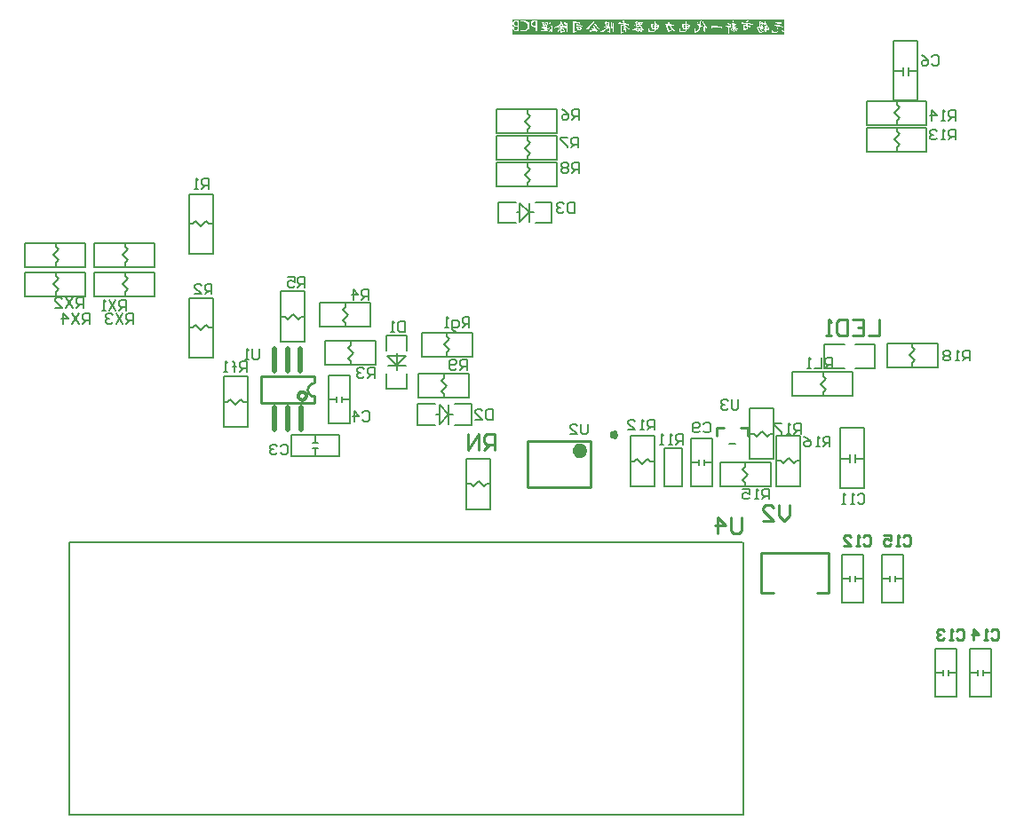
<source format=gbo>
G04*
G04 #@! TF.GenerationSoftware,Altium Limited,Altium Designer,22.3.1 (43)*
G04*
G04 Layer_Color=32896*
%FSLAX25Y25*%
%MOIN*%
G70*
G04*
G04 #@! TF.SameCoordinates,C0646150-8C3F-47E1-8FD3-6E96B4F631F1*
G04*
G04*
G04 #@! TF.FilePolarity,Positive*
G04*
G01*
G75*
%ADD10C,0.01000*%
%ADD11C,0.00787*%
%ADD15C,0.01968*%
%ADD16C,0.01575*%
%ADD19C,0.00591*%
%ADD144C,0.02756*%
%ADD145C,0.01200*%
%ADD146C,0.00500*%
%ADD147C,0.00800*%
%ADD148C,0.00591*%
%ADD149C,0.00394*%
G36*
X302500Y305000D02*
Y304918D01*
X302497Y304926D01*
X302495Y304937D01*
X302489Y304948D01*
X302478Y304964D01*
X302467Y304981D01*
X302451Y304997D01*
X302448Y305000D01*
X302440Y305008D01*
X302432Y305014D01*
X302421Y305019D01*
X302407Y305027D01*
X302391Y305038D01*
X302372Y305052D01*
X302347Y305065D01*
X302320Y305082D01*
X302287Y305098D01*
X302252Y305117D01*
X302211Y305139D01*
X302167Y305164D01*
X302115Y305191D01*
X302112Y305194D01*
X302101Y305199D01*
X302088Y305207D01*
X302066Y305218D01*
X302039Y305235D01*
X302009Y305254D01*
X301973Y305276D01*
X301935Y305300D01*
X301894Y305330D01*
X301850Y305363D01*
X301801Y305396D01*
X301752Y305434D01*
X301700Y305478D01*
X301648Y305521D01*
X301596Y305568D01*
X301542Y305620D01*
X301539Y305622D01*
X301528Y305633D01*
X301515Y305647D01*
X301493Y305669D01*
X301468Y305693D01*
X301438Y305724D01*
X301405Y305759D01*
X301370Y305800D01*
X301332Y305841D01*
X301291Y305887D01*
X301250Y305936D01*
X301209Y305988D01*
X301121Y306100D01*
X301039Y306218D01*
X301037Y306220D01*
X301031Y306231D01*
X301020Y306248D01*
X301007Y306270D01*
X300990Y306294D01*
X300971Y306324D01*
X300930Y306390D01*
X300892Y306458D01*
X300856Y306523D01*
X300843Y306553D01*
X300832Y306578D01*
X300827Y306603D01*
X300824Y306619D01*
Y306622D01*
Y306632D01*
X300827Y306644D01*
X300832Y306660D01*
X300840Y306674D01*
X300851Y306687D01*
X300868Y306695D01*
X300889Y306698D01*
X300914D01*
X300927Y306695D01*
X300944D01*
X300966Y306693D01*
X300988Y306690D01*
X301015Y306687D01*
X301042Y306684D01*
X301075Y306679D01*
X301110Y306674D01*
X301151Y306665D01*
X301192Y306657D01*
X301236Y306649D01*
X301285Y306638D01*
X301288D01*
X301296Y306635D01*
X301312Y306632D01*
X301332Y306627D01*
X301353Y306622D01*
X301381Y306616D01*
X301413Y306608D01*
X301449Y306597D01*
X301484Y306589D01*
X301525Y306575D01*
X301610Y306551D01*
X301700Y306521D01*
X301793Y306488D01*
X301798Y306485D01*
X301812Y306482D01*
X301834Y306480D01*
X301858Y306477D01*
X301861D01*
X301864Y306480D01*
X301872Y306482D01*
X301880Y306491D01*
X301891Y306504D01*
X301905Y306523D01*
X301919Y306551D01*
X301935Y306589D01*
X301938Y306594D01*
X301940Y306608D01*
X301948Y306627D01*
X301957Y306654D01*
X301970Y306709D01*
X301976Y306736D01*
X301979Y306761D01*
Y306764D01*
X301976Y306769D01*
X301973Y306780D01*
X301968Y306791D01*
X301959Y306802D01*
X301943Y306813D01*
X301924Y306821D01*
X301897Y306826D01*
X301888D01*
X301878Y306829D01*
X301864D01*
X301845Y306832D01*
X301820Y306835D01*
X301793Y306840D01*
X301757Y306845D01*
X301719Y306851D01*
X301676Y306859D01*
X301624Y306870D01*
X301566Y306881D01*
X301503Y306895D01*
X301435Y306908D01*
X301359Y306925D01*
X301277Y306944D01*
X301272D01*
X301258Y306949D01*
X301233Y306955D01*
X301203Y306960D01*
X301168Y306971D01*
X301127Y306979D01*
X301083Y306990D01*
X301037Y307004D01*
X300941Y307028D01*
X300895Y307042D01*
X300851Y307056D01*
X300813Y307067D01*
X300777Y307078D01*
X300750Y307088D01*
X300728Y307099D01*
X300726Y307102D01*
X300715Y307110D01*
X300698Y307124D01*
X300679Y307146D01*
X300657Y307176D01*
X300638Y307211D01*
X300619Y307258D01*
X300605Y307315D01*
Y307318D01*
X300603Y307323D01*
Y307331D01*
X300600Y307342D01*
X300594Y307372D01*
X300586Y307411D01*
X300581Y307454D01*
X300575Y307498D01*
X300573Y307542D01*
X300570Y307583D01*
Y307588D01*
Y307599D01*
Y307618D01*
X300573Y307640D01*
X300581Y307689D01*
X300589Y307714D01*
X300597Y307735D01*
Y307738D01*
X300603Y307744D01*
X300608Y307752D01*
X300614Y307763D01*
X300633Y307785D01*
X300644Y307796D01*
X300657Y307801D01*
X300660D01*
X300665Y307804D01*
X300674Y307806D01*
X300690Y307809D01*
X300709Y307812D01*
X300736Y307815D01*
X300772Y307817D01*
X300835D01*
X300848Y307815D01*
X300865Y307812D01*
X300881Y307809D01*
X300903Y307806D01*
X300952Y307796D01*
X301015Y307782D01*
X301086Y307760D01*
X301168Y307730D01*
X301170Y307727D01*
X301181Y307724D01*
X301198Y307722D01*
X301220Y307719D01*
X301225Y307722D01*
X301228Y307724D01*
X301233Y307730D01*
X301241Y307741D01*
X301247Y307757D01*
X301252Y307779D01*
X301258Y307809D01*
Y307815D01*
X301261Y307826D01*
X301263Y307842D01*
X301266Y307867D01*
X301274Y307896D01*
X301282Y307927D01*
X301293Y307962D01*
X301307Y308000D01*
X301310Y308006D01*
X301312Y308017D01*
X301318Y308036D01*
X301326Y308058D01*
X301340Y308109D01*
X301343Y308137D01*
X301345Y308159D01*
Y308161D01*
Y308164D01*
X301343Y308180D01*
X301340Y308202D01*
X301332Y308227D01*
X301318Y308254D01*
X301296Y308279D01*
X301269Y308298D01*
X301250Y308303D01*
X301231Y308309D01*
X301225D01*
X301211Y308312D01*
X301190Y308314D01*
X301160Y308317D01*
X301121Y308322D01*
X301078Y308328D01*
X301031Y308336D01*
X300979Y308344D01*
X300922Y308352D01*
X300865Y308361D01*
X300742Y308383D01*
X300619Y308404D01*
X300559Y308415D01*
X300502Y308429D01*
X300499D01*
X300488Y308432D01*
X300472Y308437D01*
X300450Y308442D01*
X300423Y308448D01*
X300387Y308456D01*
X300352Y308467D01*
X300308Y308478D01*
X300261Y308489D01*
X300212Y308503D01*
X300160Y308516D01*
X300106Y308533D01*
X299988Y308565D01*
X299866Y308601D01*
X299863D01*
X299852Y308606D01*
X299835Y308612D01*
X299814Y308617D01*
X299786Y308625D01*
X299759Y308634D01*
X299696Y308653D01*
X299634Y308672D01*
X299604Y308680D01*
X299576Y308688D01*
X299552Y308696D01*
X299535Y308699D01*
X299522Y308705D01*
X302500D01*
X297758D01*
D01*
X299508D01*
X299492Y308702D01*
X299470Y308696D01*
X299440Y308685D01*
X299407Y308666D01*
X299388Y308653D01*
X299369Y308636D01*
X299350Y308617D01*
X299328Y308598D01*
X299309Y308571D01*
X299289Y308543D01*
Y308541D01*
X299284Y308535D01*
X299279Y308527D01*
X299273Y308516D01*
X299265Y308503D01*
X299257Y308486D01*
X299235Y308445D01*
X299216Y308399D01*
X299199Y308347D01*
X299188Y308292D01*
X299183Y308235D01*
Y308232D01*
Y308227D01*
X299186Y308208D01*
X299191Y308186D01*
X299197Y308178D01*
X299202Y308172D01*
X299205D01*
X299213Y308170D01*
X299221D01*
X299238Y308167D01*
X299257D01*
X299284Y308164D01*
X299339D01*
X299366Y308161D01*
X299401Y308159D01*
X299445Y308153D01*
X299497Y308148D01*
X299552Y308137D01*
X299614Y308123D01*
X299617D01*
X299623Y308120D01*
X299631D01*
X299642Y308118D01*
X299669Y308109D01*
X299702Y308099D01*
X299737Y308088D01*
X299773Y308074D01*
X299800Y308063D01*
X299814Y308055D01*
X299822Y308049D01*
X299825Y308047D01*
X299830Y308044D01*
X299838Y308033D01*
X299852Y308019D01*
X299868Y307997D01*
X299890Y307970D01*
X299915Y307938D01*
X299942Y307894D01*
X299945Y307888D01*
X299956Y307872D01*
X299969Y307847D01*
X299986Y307812D01*
X300008Y307771D01*
X300029Y307724D01*
X300048Y307673D01*
X300070Y307615D01*
Y307613D01*
X300073Y307610D01*
X300076Y307602D01*
X300079Y307591D01*
X300087Y307561D01*
X300095Y307528D01*
X300106Y307487D01*
X300114Y307446D01*
X300119Y307402D01*
X300122Y307364D01*
Y307359D01*
X300119Y307350D01*
X300117Y307334D01*
X300111Y307318D01*
X300100Y307301D01*
X300084Y307288D01*
X300065Y307282D01*
X300032D01*
X300027Y307285D01*
X300013Y307288D01*
X299999Y307291D01*
X299977Y307293D01*
X299956Y307299D01*
X299928Y307304D01*
X299898Y307312D01*
X299866Y307318D01*
X299830Y307326D01*
X299751Y307340D01*
X299663Y307356D01*
X299568Y307372D01*
X299565D01*
X299557Y307375D01*
X299543Y307378D01*
X299524Y307381D01*
X299505Y307383D01*
X299481Y307389D01*
X299426Y307400D01*
X299366Y307411D01*
X299306Y307424D01*
X299254Y307438D01*
X299230Y307446D01*
X299210Y307452D01*
X299205Y307454D01*
X299194Y307457D01*
X299178Y307463D01*
X299159Y307471D01*
X299139Y307476D01*
X299120Y307482D01*
X299101Y307484D01*
X299090Y307487D01*
X299082D01*
X299074Y307484D01*
X299063Y307479D01*
X299052Y307471D01*
X299038Y307460D01*
X299022Y307443D01*
X299006Y307421D01*
X299003Y307419D01*
X298997Y307411D01*
X298987Y307397D01*
X298970Y307378D01*
X298951Y307356D01*
X298924Y307331D01*
X298894Y307301D01*
X298858Y307269D01*
X298853Y307266D01*
X298842Y307252D01*
X298825Y307233D01*
X298806Y307209D01*
X298787Y307176D01*
X298771Y307138D01*
X298760Y307097D01*
X298754Y307050D01*
Y307048D01*
Y307039D01*
X298757Y307026D01*
X298760Y307009D01*
X298771Y306971D01*
X298779Y306952D01*
X298793Y306936D01*
X298795Y306933D01*
X298801Y306930D01*
X298809Y306925D01*
X298820Y306916D01*
X298834Y306911D01*
X298853Y306908D01*
X298872D01*
X298896Y306911D01*
X298899D01*
X298910Y306914D01*
X298932Y306916D01*
X298945Y306919D01*
X298962Y306922D01*
X298981D01*
X299006Y306925D01*
X299033D01*
X299063Y306927D01*
X299096D01*
X299134Y306930D01*
X299270D01*
X299295Y306927D01*
X299325D01*
X299358Y306925D01*
X299396Y306922D01*
X299440Y306919D01*
X299483Y306914D01*
X299533Y306908D01*
X299584Y306903D01*
X299642Y306895D01*
X299699Y306886D01*
X299819Y306865D01*
X299822D01*
X299833Y306862D01*
X299849Y306859D01*
X299874Y306854D01*
X299898Y306848D01*
X299928Y306843D01*
X299964Y306835D01*
X299997Y306829D01*
X300070Y306810D01*
X300141Y306794D01*
X300171Y306785D01*
X300201Y306774D01*
X300226Y306766D01*
X300248Y306758D01*
X300253Y306755D01*
X300264Y306750D01*
X300280Y306739D01*
X300302Y306725D01*
X300324Y306709D01*
X300349Y306687D01*
X300371Y306663D01*
X300390Y306632D01*
X300392Y306627D01*
X300401Y306611D01*
X300417Y306586D01*
X300436Y306553D01*
X300463Y306510D01*
X300496Y306461D01*
X300532Y306403D01*
X300578Y306340D01*
X300627Y306272D01*
X300682Y306199D01*
X300745Y306122D01*
X300813Y306043D01*
X300887Y305958D01*
X300966Y305874D01*
X301050Y305789D01*
X301143Y305702D01*
X301146Y305699D01*
X301149Y305696D01*
X301165Y305680D01*
X301190Y305658D01*
X301220Y305628D01*
X301252Y305592D01*
X301288Y305557D01*
X301318Y305521D01*
X301345Y305489D01*
X301348Y305486D01*
X301353Y305475D01*
X301364Y305459D01*
X301375Y305439D01*
X301400Y305399D01*
X301408Y305377D01*
X301413Y305358D01*
Y305355D01*
Y305349D01*
X301416Y305336D01*
Y305319D01*
X301419Y305298D01*
Y305270D01*
X301422Y305238D01*
Y305197D01*
Y305191D01*
X301427Y305177D01*
X301430Y305167D01*
X301438Y305156D01*
X301449Y305142D01*
X301460Y305128D01*
X301476Y305112D01*
X301498Y305096D01*
X301523Y305076D01*
X301553Y305057D01*
X301588Y305038D01*
X301629Y305019D01*
X301678Y305000D01*
X301733Y304981D01*
X301736D01*
X301747Y304975D01*
X301763Y304970D01*
X301785Y304964D01*
X301812Y304956D01*
X301842Y304948D01*
X301878Y304937D01*
X301916Y304929D01*
X302000Y304907D01*
X302091Y304891D01*
X302181Y304880D01*
X302271Y304874D01*
X302306D01*
X302344Y304877D01*
X302385Y304880D01*
X302426Y304883D01*
X302465Y304891D01*
X302478Y304896D01*
X302489Y304899D01*
X302497Y304907D01*
X302500Y304913D01*
Y304432D01*
D01*
Y303864D01*
X290780D01*
Y303886D01*
Y303864D01*
X288490D01*
X288501Y303867D01*
X288514Y303870D01*
X288533Y303872D01*
X288555Y303878D01*
X288582Y303886D01*
X288585D01*
X288593Y303889D01*
X288607Y303894D01*
X288621Y303900D01*
X288653Y303919D01*
X288670Y303933D01*
X288681Y303946D01*
Y303949D01*
X288684Y303954D01*
X288689Y303965D01*
X288692Y303984D01*
X288694Y304009D01*
X288697Y304039D01*
Y304080D01*
X288694Y304126D01*
Y304132D01*
X288692Y304143D01*
Y304162D01*
X288689Y304189D01*
X288684Y304222D01*
X288681Y304257D01*
X288678Y304298D01*
X288673Y304345D01*
X288670Y304391D01*
X288667Y304440D01*
X288659Y304544D01*
X288656Y304645D01*
X288653Y304692D01*
Y304738D01*
Y304741D01*
Y304749D01*
Y304763D01*
Y304779D01*
Y304801D01*
X288656Y304828D01*
Y304858D01*
Y304891D01*
X288659Y304926D01*
X288662Y304967D01*
X288667Y305055D01*
X288673Y305150D01*
X288684Y305251D01*
Y305254D01*
Y305265D01*
X288686Y305278D01*
X288689Y305298D01*
Y305319D01*
X288692Y305347D01*
X288694Y305377D01*
X288697Y305407D01*
X288703Y305475D01*
X288708Y305543D01*
X288711Y305606D01*
X288714Y305636D01*
Y305661D01*
Y305663D01*
Y305669D01*
Y305680D01*
Y305696D01*
Y305721D01*
Y305753D01*
Y305797D01*
Y305822D01*
Y305849D01*
X288716Y305879D01*
Y305912D01*
Y305950D01*
Y305988D01*
Y306032D01*
Y306081D01*
Y306130D01*
Y306185D01*
Y306242D01*
Y306305D01*
Y306373D01*
Y306441D01*
Y306518D01*
Y306597D01*
Y306682D01*
Y306772D01*
Y306774D01*
Y306785D01*
Y306802D01*
X288719Y306818D01*
X288722Y306859D01*
X288724Y306875D01*
X288730Y306889D01*
Y306892D01*
X288733Y306895D01*
X288741Y306906D01*
X288754Y306914D01*
X288765Y306919D01*
X288785D01*
X288793Y306916D01*
X288809D01*
X288831Y306911D01*
X288858Y306906D01*
X288894Y306900D01*
X288937Y306889D01*
X288943D01*
X288959Y306884D01*
X288981Y306875D01*
X289011Y306865D01*
X289044Y306848D01*
X289079Y306832D01*
X289112Y306807D01*
X289145Y306780D01*
X289148Y306777D01*
X289156Y306766D01*
X289169Y306753D01*
X289186Y306734D01*
X289202Y306712D01*
X289219Y306687D01*
X289232Y306663D01*
X289243Y306638D01*
Y306635D01*
X289246Y306624D01*
X289251Y306608D01*
X289257Y306586D01*
X289262Y306553D01*
X289270Y306512D01*
X289279Y306463D01*
X289287Y306406D01*
Y306403D01*
Y306398D01*
X289289Y306390D01*
Y306379D01*
X289292Y306349D01*
X289298Y306310D01*
X289300Y306270D01*
X289306Y306226D01*
X289309Y306182D01*
Y306144D01*
Y306138D01*
Y306128D01*
Y306108D01*
X289306Y306084D01*
X289303Y306056D01*
X289300Y306024D01*
X289289Y305953D01*
Y305947D01*
X289287Y305936D01*
X289281Y305920D01*
X289279Y305898D01*
X289273Y305871D01*
X289270Y305844D01*
X289268Y305816D01*
Y305792D01*
Y305789D01*
Y305781D01*
X289270Y305767D01*
X289273Y305751D01*
X289279Y305729D01*
X289287Y305707D01*
X289298Y305680D01*
X289311Y305652D01*
X289314Y305650D01*
X289320Y305642D01*
X289328Y305628D01*
X289339Y305617D01*
X289350Y305603D01*
X289363Y305590D01*
X289377Y305581D01*
X289390Y305579D01*
X289393D01*
X289407Y305584D01*
X289415Y305590D01*
X289426Y305598D01*
X289437Y305611D01*
X289451Y305628D01*
X289467Y305647D01*
X289486Y305672D01*
X289503Y305704D01*
X289524Y305740D01*
X289546Y305784D01*
X289568Y305835D01*
X289593Y305893D01*
X289620Y305961D01*
X289623Y305966D01*
X289625Y305977D01*
X289633Y305999D01*
X289642Y306029D01*
X289653Y306065D01*
X289664Y306108D01*
X289677Y306160D01*
X289691Y306218D01*
X289704Y306280D01*
X289718Y306349D01*
X289729Y306422D01*
X289740Y306502D01*
X289748Y306583D01*
X289756Y306674D01*
X289759Y306764D01*
X289762Y306859D01*
Y306865D01*
Y306878D01*
X289759Y306897D01*
X289756Y306919D01*
X289754Y306944D01*
X289748Y306966D01*
X289740Y306985D01*
X289729Y306998D01*
X289726Y307001D01*
X289718Y307004D01*
X289710Y307009D01*
X289702Y307012D01*
X289688Y307017D01*
X289672Y307026D01*
X289650Y307034D01*
X289625Y307042D01*
X289595Y307053D01*
X289563Y307064D01*
X289522Y307075D01*
X289475Y307088D01*
X289423Y307105D01*
X289366Y307121D01*
X289363D01*
X289352Y307127D01*
X289333Y307129D01*
X289311Y307138D01*
X289284Y307143D01*
X289254Y307151D01*
X289221Y307162D01*
X289183Y307170D01*
X289107Y307192D01*
X289030Y307211D01*
X288992Y307220D01*
X288959Y307228D01*
X288926Y307236D01*
X288899Y307241D01*
X288896D01*
X288894Y307244D01*
X288877Y307247D01*
X288856Y307252D01*
X288828Y307258D01*
X288801Y307266D01*
X288776Y307271D01*
X288754Y307280D01*
X288749Y307282D01*
X288743Y307285D01*
X288741Y307288D01*
X288735Y307293D01*
X288733Y307301D01*
X288727Y307312D01*
X288724Y307326D01*
X288722Y307345D01*
Y307367D01*
Y307370D01*
Y307378D01*
Y307392D01*
X288724Y307411D01*
X288727Y307432D01*
X288733Y307457D01*
X288749Y307512D01*
Y307514D01*
X288754Y307525D01*
X288760Y307539D01*
X288765Y307553D01*
X288785Y307585D01*
X288793Y307599D01*
X288804Y307607D01*
X288809Y307610D01*
X288817Y307613D01*
X288834Y307615D01*
X288853Y307618D01*
X288880D01*
X288915Y307615D01*
X288962Y307613D01*
X288967D01*
X288984Y307610D01*
X289011D01*
X289044Y307607D01*
X289085Y307604D01*
X289131D01*
X289180Y307602D01*
X289232D01*
X289396Y307607D01*
X289412D01*
X289429Y307604D01*
X289456Y307602D01*
X289489Y307593D01*
X289527Y307585D01*
X289576Y307572D01*
X289628Y307553D01*
X289631D01*
X289633Y307550D01*
X289642Y307547D01*
X289653Y307544D01*
X289683Y307533D01*
X289721Y307523D01*
X289767Y307512D01*
X289816Y307498D01*
X289868Y307487D01*
X289923Y307479D01*
X289928D01*
X289936Y307476D01*
X289948D01*
X289978Y307471D01*
X290013Y307465D01*
X290057Y307454D01*
X290106Y307443D01*
X290158Y307427D01*
X290212Y307408D01*
X290215D01*
X290218Y307405D01*
X290226Y307402D01*
X290237Y307400D01*
X290261Y307386D01*
X290294Y307372D01*
X290330Y307356D01*
X290365Y307334D01*
X290401Y307312D01*
X290431Y307288D01*
X290433Y307285D01*
X290442Y307277D01*
X290458Y307269D01*
X290474Y307258D01*
X290493Y307244D01*
X290515Y307236D01*
X290537Y307228D01*
X290559Y307225D01*
X290562D01*
X290567Y307228D01*
X290578Y307233D01*
X290592Y307244D01*
X290605Y307260D01*
X290622Y307285D01*
X290630Y307301D01*
X290638Y307323D01*
X290646Y307345D01*
X290654Y307370D01*
Y307372D01*
X290657Y307375D01*
Y307383D01*
X290663Y307394D01*
X290671Y307419D01*
X290679Y307452D01*
X290693Y307487D01*
X290706Y307525D01*
X290723Y307561D01*
X290739Y307591D01*
X290742Y307593D01*
X290745Y307604D01*
X290753Y307618D01*
X290758Y307634D01*
X290775Y307670D01*
X290777Y307686D01*
X290780Y307700D01*
Y307708D01*
Y307705D01*
X290777Y307716D01*
X290772Y307730D01*
X290761Y307749D01*
X290745Y307768D01*
X290717Y307782D01*
X290698Y307790D01*
X290679Y307793D01*
X290657Y307798D01*
X290630D01*
X290515Y307793D01*
X290496D01*
X290474Y307796D01*
X290447D01*
X290412Y307801D01*
X290368Y307806D01*
X290321Y307812D01*
X290272Y307823D01*
X290270D01*
X290261Y307826D01*
X290245Y307828D01*
X290223Y307834D01*
X290196Y307839D01*
X290160Y307847D01*
X290122Y307856D01*
X290073Y307864D01*
X290021Y307875D01*
X289961Y307886D01*
X289893Y307896D01*
X289819Y307910D01*
X289740Y307921D01*
X289653Y307935D01*
X289557Y307951D01*
X289456Y307965D01*
X289451D01*
X289442Y307967D01*
X289432D01*
X289404Y307973D01*
X289366Y307978D01*
X289322Y307984D01*
X289273Y307992D01*
X289219Y308000D01*
X289161Y308009D01*
X289047Y308028D01*
X288989Y308036D01*
X288935Y308047D01*
X288885Y308055D01*
X288844Y308063D01*
X288809Y308071D01*
X288782Y308077D01*
X288776D01*
X288765Y308082D01*
X288743Y308088D01*
X288714Y308096D01*
X288675Y308104D01*
X288629Y308112D01*
X288572Y308123D01*
X288506Y308137D01*
X288432Y308148D01*
X288348Y308159D01*
X288255Y308170D01*
X288151Y308180D01*
X288039Y308191D01*
X287916Y308200D01*
X287785Y308205D01*
X287643Y308210D01*
X287619D01*
X287602Y308213D01*
X287578D01*
X287550Y308216D01*
X287518Y308219D01*
X287482Y308221D01*
X287439Y308224D01*
X287392Y308227D01*
X287340Y308232D01*
X287286Y308235D01*
X287226Y308241D01*
X287160Y308246D01*
X287092Y308254D01*
X287018Y308260D01*
X287013D01*
X287002Y308262D01*
X286980D01*
X286955Y308265D01*
X286925Y308268D01*
X286890Y308271D01*
X286816Y308279D01*
X286742Y308287D01*
X286707Y308290D01*
X286677Y308292D01*
X286650Y308295D01*
X286631D01*
X286617Y308298D01*
X286592D01*
X286579Y308295D01*
X286562Y308292D01*
X286543Y308287D01*
X286500Y308273D01*
X286478Y308262D01*
X286456Y308249D01*
X286434Y308232D01*
X286412Y308210D01*
X286393Y308189D01*
X286374Y308161D01*
X286360Y308129D01*
X286347Y308093D01*
Y308090D01*
X286344Y308085D01*
X286341Y308074D01*
X286338Y308060D01*
X286333Y308041D01*
X286328Y308022D01*
X286317Y307976D01*
X286306Y307924D01*
X286295Y307867D01*
X286289Y307812D01*
X286286Y307760D01*
Y307724D01*
X286289Y307703D01*
X286295Y307656D01*
X286300Y307634D01*
X286306Y307618D01*
X286308Y307613D01*
X286319Y307602D01*
X286330Y307596D01*
X286341Y307591D01*
X286355Y307588D01*
X286374Y307585D01*
X286385D01*
X286399Y307588D01*
X286418Y307593D01*
X286442Y307599D01*
X286475Y307610D01*
X286513Y307624D01*
X286560Y307643D01*
X286562Y307645D01*
X286576Y307648D01*
X286595Y307656D01*
X286622Y307667D01*
X286658Y307678D01*
X286699Y307689D01*
X286745Y307703D01*
X286800Y307719D01*
X286860Y307733D01*
X286928Y307746D01*
X286999Y307757D01*
X287075Y307768D01*
X287160Y307779D01*
X287247Y307787D01*
X287340Y307790D01*
X287436Y307793D01*
X287501D01*
X287529Y307790D01*
X287589D01*
X287662Y307785D01*
X287739Y307779D01*
X287821Y307771D01*
X287903Y307760D01*
X287911D01*
X287922Y307757D01*
X287935Y307755D01*
X287952Y307752D01*
X287971Y307749D01*
X288015Y307741D01*
X288058Y307730D01*
X288102Y307719D01*
X288140Y307708D01*
X288157Y307700D01*
X288168Y307695D01*
X288170Y307692D01*
X288176Y307686D01*
X288184Y307678D01*
X288195Y307664D01*
X288208Y307645D01*
X288219Y307624D01*
X288233Y307593D01*
X288241Y307561D01*
Y307555D01*
X288244Y307544D01*
X288247Y307525D01*
X288249Y307503D01*
X288255Y307479D01*
X288258Y307452D01*
X288260Y307427D01*
Y307402D01*
Y307400D01*
Y307394D01*
X288255Y307383D01*
X288249Y307375D01*
X288241Y307364D01*
X288228Y307356D01*
X288208Y307353D01*
X288181D01*
X288173Y307356D01*
X288159Y307359D01*
X288143Y307362D01*
X288121Y307364D01*
X288094Y307370D01*
X288067Y307375D01*
X288034Y307381D01*
X287963Y307389D01*
X287886Y307397D01*
X287804Y307402D01*
X287725Y307405D01*
X287692D01*
X287668Y307402D01*
X287638Y307400D01*
X287605Y307397D01*
X287567Y307392D01*
X287523Y307386D01*
X287479Y307378D01*
X287430Y307370D01*
X287332Y307342D01*
X287283Y307326D01*
X287231Y307304D01*
X287182Y307282D01*
X287136Y307255D01*
X287133Y307252D01*
X287125Y307249D01*
X287111Y307241D01*
X287097Y307230D01*
X287078Y307217D01*
X287056Y307203D01*
X287010Y307170D01*
X286964Y307135D01*
X286942Y307116D01*
X286923Y307097D01*
X286906Y307078D01*
X286895Y307061D01*
X286887Y307045D01*
X286884Y307028D01*
Y307026D01*
Y307023D01*
X286887Y307015D01*
X286893Y307007D01*
X286901Y306993D01*
X286912Y306982D01*
X286928Y306968D01*
X286950Y306952D01*
X286953Y306949D01*
X286961Y306944D01*
X286972Y306936D01*
X286985Y306927D01*
X287013Y306900D01*
X287026Y306886D01*
X287037Y306870D01*
Y306867D01*
X287040Y306862D01*
X287046Y306848D01*
X287051Y306829D01*
X287056Y306802D01*
X287065Y306764D01*
X287070Y306739D01*
X287073Y306714D01*
X287075Y306687D01*
X287081Y306654D01*
Y306652D01*
Y306646D01*
X287084Y306635D01*
Y306622D01*
X287086Y306603D01*
X287089Y306581D01*
X287092Y306553D01*
X287097Y306523D01*
X287103Y306488D01*
X287108Y306450D01*
X287114Y306406D01*
X287119Y306360D01*
X287127Y306308D01*
X287136Y306253D01*
X287144Y306193D01*
X287155Y306130D01*
Y306128D01*
X287157Y306117D01*
X287160Y306098D01*
X287163Y306076D01*
X287168Y306048D01*
X287174Y306016D01*
X287179Y305983D01*
X287185Y305947D01*
X287201Y305871D01*
X287215Y305800D01*
X287223Y305764D01*
X287228Y305734D01*
X287237Y305710D01*
X287242Y305688D01*
Y305682D01*
X287247Y305672D01*
X287250Y305652D01*
X287256Y305631D01*
X287261Y305606D01*
X287267Y305579D01*
X287269Y305554D01*
X287272Y305530D01*
Y305527D01*
Y305521D01*
Y305510D01*
X287275Y305497D01*
X287278Y305472D01*
X287280Y305461D01*
X287286Y305453D01*
X287288Y305451D01*
X287297Y305448D01*
X287310Y305442D01*
X287332Y305439D01*
X287349D01*
X287368Y305442D01*
X287384Y305445D01*
X287400Y305448D01*
X287422Y305451D01*
X287444Y305453D01*
X287471Y305459D01*
X287501Y305464D01*
X287537Y305472D01*
X287575Y305481D01*
X287616Y305489D01*
X287662Y305500D01*
X287665D01*
X287673Y305502D01*
X287687Y305505D01*
X287706Y305510D01*
X287731Y305519D01*
X287758Y305527D01*
X287788Y305535D01*
X287824Y305546D01*
X287862Y305560D01*
X287903Y305573D01*
X287993Y305606D01*
X288088Y305644D01*
X288189Y305688D01*
X288192D01*
X288197Y305691D01*
X288206Y305696D01*
X288219Y305702D01*
X288244Y305710D01*
X288266Y305713D01*
X288268D01*
X288279Y305707D01*
X288285Y305702D01*
X288293Y305693D01*
X288299Y305682D01*
X288307Y305666D01*
Y305663D01*
X288310Y305655D01*
X288312Y305642D01*
X288318Y305617D01*
X288320Y305601D01*
X288326Y305584D01*
X288329Y305562D01*
X288331Y305540D01*
X288337Y305513D01*
X288339Y305483D01*
X288345Y305451D01*
X288350Y305412D01*
Y305410D01*
Y305404D01*
X288353Y305393D01*
Y305380D01*
X288356Y305360D01*
X288359Y305341D01*
X288361Y305295D01*
X288364Y305240D01*
X288367Y305186D01*
Y305128D01*
X288364Y305076D01*
Y305074D01*
Y305071D01*
X288361Y305055D01*
Y305030D01*
X288359Y305000D01*
X288356Y304964D01*
Y304926D01*
X288353Y304888D01*
Y304850D01*
X288375Y304260D01*
Y304257D01*
Y304246D01*
Y304230D01*
Y304208D01*
X288372Y304162D01*
X288369Y304137D01*
X288367Y304116D01*
Y304113D01*
X288364Y304105D01*
Y304094D01*
X288361Y304080D01*
X288359Y304045D01*
Y304009D01*
Y304006D01*
Y304004D01*
X288361Y303987D01*
X288364Y303963D01*
X288372Y303938D01*
X288386Y303911D01*
X288408Y303886D01*
X288435Y303870D01*
X288454Y303867D01*
X288473Y303864D01*
X286286D01*
D01*
X200401D01*
Y305000D01*
Y304984D01*
Y306182D01*
X200403Y306155D01*
X200409Y306117D01*
X200417Y306073D01*
X200428Y306021D01*
X200442Y305964D01*
X200464Y305901D01*
X200488Y305833D01*
X200521Y305762D01*
X200562Y305691D01*
X200611Y305617D01*
X200668Y305543D01*
X200734Y305469D01*
X200769Y305434D01*
X200810Y305401D01*
X200851Y305366D01*
X200898Y305333D01*
X200903Y305330D01*
X200911Y305325D01*
X200919Y305319D01*
X200947Y305300D01*
X200985Y305278D01*
X201034Y305251D01*
X201091Y305224D01*
X201160Y305191D01*
X201236Y305158D01*
X201321Y305126D01*
X201414Y305096D01*
X201515Y305065D01*
X201624Y305038D01*
X201738Y305016D01*
X201861Y305000D01*
X201990Y304986D01*
X202123Y304984D01*
X200401D01*
X202923D01*
Y309092D01*
D01*
Y304984D01*
X202162D01*
X202189Y304986D01*
X202222D01*
X202257Y304989D01*
X202298Y304992D01*
X202342Y304995D01*
X202435Y305005D01*
X202522Y305022D01*
X202566Y305033D01*
X202604Y305046D01*
X202637Y305060D01*
X202667Y305076D01*
X202669D01*
X202672Y305082D01*
X202680Y305087D01*
X202689Y305096D01*
X202699Y305106D01*
X202710Y305123D01*
X202724Y305139D01*
X202735Y305161D01*
X202748Y305186D01*
X202762Y305213D01*
X202773Y305243D01*
X202784Y305278D01*
X202792Y305319D01*
X202800Y305363D01*
X202803Y305410D01*
X202806Y305461D01*
Y305464D01*
Y305469D01*
Y305478D01*
Y305491D01*
Y305510D01*
X202803Y305535D01*
Y305568D01*
Y305606D01*
X202800Y305650D01*
Y305704D01*
X202798Y305764D01*
X202795Y305835D01*
X202792Y305914D01*
X202789Y306002D01*
X202787Y306103D01*
X202784Y306155D01*
X202781Y306212D01*
Y306215D01*
Y306220D01*
Y306228D01*
Y306239D01*
X202779Y306256D01*
Y306272D01*
Y306294D01*
X202776Y306319D01*
Y306373D01*
X202773Y306439D01*
X202770Y306512D01*
X202768Y306592D01*
X202765Y306679D01*
X202762Y306774D01*
X202759Y306870D01*
Y306971D01*
X202754Y307181D01*
Y307394D01*
Y307397D01*
Y307411D01*
Y307427D01*
Y307452D01*
Y307482D01*
Y307520D01*
X202757Y307561D01*
Y307607D01*
Y307659D01*
X202759Y307714D01*
Y307771D01*
X202762Y307834D01*
X202768Y307962D01*
X202776Y308101D01*
X202784Y308243D01*
X202795Y308388D01*
X202809Y308527D01*
X202825Y308661D01*
X202836Y308724D01*
X202844Y308787D01*
X202855Y308844D01*
X202869Y308898D01*
X202880Y308948D01*
X202893Y308994D01*
X202907Y309035D01*
X202923Y309070D01*
X202743D01*
X202697Y309073D01*
X202590D01*
X202478Y309076D01*
X202364Y309079D01*
X202252Y309081D01*
X202224D01*
X202205Y309084D01*
X202156D01*
X202101Y309087D01*
X202044Y309089D01*
X201990D01*
X201968Y309092D01*
X201878D01*
X201858Y309089D01*
X201834D01*
X201809Y309087D01*
X201752Y309084D01*
X201684Y309076D01*
X201610Y309068D01*
X201528Y309054D01*
X201444Y309038D01*
X201354Y309018D01*
X201261Y308994D01*
X201171Y308964D01*
X201078Y308928D01*
X200990Y308890D01*
X200903Y308844D01*
X200824Y308789D01*
X200818Y308787D01*
X200805Y308776D01*
X200786Y308759D01*
X200758Y308735D01*
X200728Y308705D01*
X200693Y308669D01*
X200657Y308628D01*
X200616Y308579D01*
X200578Y308524D01*
X200543Y308467D01*
X200507Y308402D01*
X200477Y308333D01*
X200450Y308260D01*
X200428Y308180D01*
X200417Y308096D01*
X200412Y308008D01*
Y308006D01*
Y308000D01*
Y307992D01*
X200414Y307981D01*
Y307965D01*
X200417Y307948D01*
X200423Y307905D01*
X200436Y307853D01*
X200453Y307790D01*
X200477Y307724D01*
X200510Y307651D01*
X200551Y307574D01*
X200575Y307536D01*
X200603Y307495D01*
X200633Y307457D01*
X200665Y307416D01*
X200704Y307378D01*
X200742Y307337D01*
X200786Y307299D01*
X200832Y307260D01*
X200881Y307222D01*
X200936Y307184D01*
X200996Y307149D01*
X201056Y307116D01*
X201124Y307083D01*
X201195Y307050D01*
X201192D01*
X201187Y307048D01*
X201176Y307045D01*
X201160Y307039D01*
X201143Y307034D01*
X201121Y307026D01*
X201097Y307017D01*
X201070Y307007D01*
X201009Y306979D01*
X200944Y306949D01*
X200873Y306908D01*
X200797Y306862D01*
X200723Y306810D01*
X200652Y306747D01*
X200584Y306679D01*
X200524Y306603D01*
X200499Y306559D01*
X200474Y306515D01*
X200453Y306469D01*
X200433Y306420D01*
X200420Y306370D01*
X200409Y306316D01*
X200403Y306261D01*
X200401Y306204D01*
Y309092D01*
D01*
Y309335D01*
X302500D01*
Y305000D01*
D02*
G37*
G36*
X202039Y308672D02*
X202085D01*
X202137Y308669D01*
X202194Y308664D01*
X202257Y308658D01*
Y308656D01*
Y308645D01*
Y308628D01*
X202260Y308606D01*
Y308579D01*
Y308549D01*
X202263Y308511D01*
Y308472D01*
X202265Y308429D01*
Y308383D01*
X202268Y308281D01*
X202271Y308172D01*
X202274Y308060D01*
X202279Y307220D01*
X202271D01*
X202263Y307217D01*
X202238D01*
X202219Y307214D01*
X202181Y307211D01*
X202132Y307209D01*
X202080Y307206D01*
X202025Y307203D01*
X201946D01*
X201921Y307206D01*
X201883D01*
X201839Y307209D01*
X201790Y307214D01*
X201736Y307220D01*
X201676Y307228D01*
X201613Y307239D01*
X201547Y307252D01*
X201484Y307269D01*
X201419Y307291D01*
X201356Y307312D01*
X201296Y307340D01*
X201242Y307372D01*
X201190Y307408D01*
X201187Y307411D01*
X201179Y307416D01*
X201165Y307430D01*
X201149Y307446D01*
X201130Y307465D01*
X201108Y307490D01*
X201086Y307520D01*
X201061Y307553D01*
X201037Y307591D01*
X201015Y307632D01*
X200993Y307675D01*
X200974Y307724D01*
X200958Y307776D01*
X200944Y307831D01*
X200936Y307888D01*
X200933Y307951D01*
Y307954D01*
Y307965D01*
X200936Y307984D01*
Y308006D01*
X200941Y308033D01*
X200947Y308066D01*
X200955Y308101D01*
X200966Y308142D01*
X200979Y308183D01*
X200996Y308224D01*
X201018Y308268D01*
X201042Y308314D01*
X201072Y308355D01*
X201108Y308399D01*
X201146Y308440D01*
X201192Y308478D01*
X201195Y308481D01*
X201203Y308486D01*
X201220Y308497D01*
X201242Y308508D01*
X201266Y308524D01*
X201299Y308541D01*
X201340Y308557D01*
X201383Y308576D01*
X201433Y308595D01*
X201490Y308612D01*
X201553Y308628D01*
X201618Y308645D01*
X201692Y308656D01*
X201774Y308666D01*
X201858Y308672D01*
X201949Y308675D01*
X202000D01*
X202039Y308672D01*
D02*
G37*
G36*
X287982Y307124D02*
X288004D01*
X288028Y307119D01*
X288058Y307113D01*
X288088Y307108D01*
X288121Y307097D01*
X288124D01*
X288135Y307091D01*
X288148Y307086D01*
X288168Y307080D01*
X288203Y307061D01*
X288219Y307050D01*
X288230Y307039D01*
X288233Y307034D01*
X288236Y307026D01*
X288241Y307012D01*
X288244Y306996D01*
X288249Y306974D01*
X288252Y306946D01*
Y306911D01*
Y306906D01*
Y306895D01*
Y306873D01*
X288255Y306845D01*
X288258Y306813D01*
X288263Y306772D01*
X288268Y306728D01*
X288277Y306682D01*
Y306679D01*
Y306676D01*
X288279Y306660D01*
X288282Y306635D01*
X288288Y306605D01*
X288290Y306573D01*
X288296Y306534D01*
X288299Y306496D01*
Y306461D01*
Y306455D01*
Y306444D01*
Y306425D01*
X288296Y306400D01*
Y306373D01*
X288293Y306338D01*
X288290Y306302D01*
X288288Y306264D01*
Y306259D01*
X288285Y306248D01*
Y306228D01*
X288282Y306207D01*
X288279Y306179D01*
X288274Y306155D01*
X288271Y306128D01*
X288268Y306103D01*
Y306100D01*
X288266Y306092D01*
X288260Y306081D01*
X288252Y306067D01*
X288241Y306051D01*
X288222Y306035D01*
X288197Y306016D01*
X288168Y305999D01*
X288162Y305996D01*
X288151Y305994D01*
X288132Y305985D01*
X288105Y305977D01*
X288072Y305969D01*
X288034Y305964D01*
X287990Y305958D01*
X287941Y305956D01*
X287935D01*
X287919Y305958D01*
X287895Y305961D01*
X287864Y305966D01*
X287829Y305977D01*
X287793Y305994D01*
X287758Y306013D01*
X287725Y306043D01*
X287722Y306048D01*
X287712Y306059D01*
X287698Y306084D01*
X287690Y306098D01*
X287679Y306117D01*
X287671Y306136D01*
X287660Y306160D01*
X287651Y306188D01*
X287641Y306215D01*
X287632Y306248D01*
X287624Y306283D01*
X287616Y306324D01*
X287608Y306365D01*
Y306368D01*
X287605Y306376D01*
Y306387D01*
X287602Y306403D01*
X287600Y306425D01*
X287597Y306447D01*
X287589Y306502D01*
X287580Y306562D01*
X287575Y306624D01*
X287572Y306687D01*
X287570Y306745D01*
Y306747D01*
Y306753D01*
Y306761D01*
X287572Y306774D01*
X287575Y306804D01*
X287583Y306845D01*
X287597Y306889D01*
X287616Y306936D01*
X287643Y306982D01*
X287682Y307023D01*
X287687Y307028D01*
X287701Y307039D01*
X287725Y307056D01*
X287755Y307075D01*
X287796Y307094D01*
X287843Y307110D01*
X287895Y307121D01*
X287952Y307127D01*
X287965D01*
X287982Y307124D01*
D02*
G37*
G36*
X202121Y306845D02*
X202170Y306843D01*
X202219Y306840D01*
X202274Y306837D01*
Y306835D01*
Y306826D01*
Y306813D01*
Y306794D01*
Y306769D01*
Y306739D01*
Y306709D01*
Y306671D01*
Y306632D01*
Y306589D01*
Y306542D01*
Y306493D01*
Y306390D01*
X202271Y306280D01*
Y306166D01*
Y306048D01*
Y305934D01*
X202268Y305822D01*
Y305715D01*
X202265Y305617D01*
Y305573D01*
Y305530D01*
X202263Y305491D01*
Y305456D01*
X202254D01*
X202243Y305453D01*
X202230Y305450D01*
X202213D01*
X202192Y305448D01*
X202145Y305442D01*
X202088Y305437D01*
X202028Y305434D01*
X201962Y305429D01*
X201878D01*
X201853Y305431D01*
X201823D01*
X201785Y305434D01*
X201741Y305439D01*
X201692Y305445D01*
X201640Y305453D01*
X201586Y305464D01*
X201528Y305478D01*
X201468Y305494D01*
X201411Y305516D01*
X201354Y305538D01*
X201296Y305565D01*
X201242Y305598D01*
X201192Y305633D01*
X201190Y305636D01*
X201182Y305642D01*
X201168Y305655D01*
X201151Y305672D01*
X201132Y305691D01*
X201111Y305715D01*
X201086Y305743D01*
X201061Y305775D01*
X201040Y305811D01*
X201015Y305852D01*
X200993Y305895D01*
X200974Y305942D01*
X200958Y305991D01*
X200944Y306043D01*
X200936Y306100D01*
X200933Y306157D01*
Y306160D01*
Y306171D01*
X200936Y306190D01*
X200939Y306212D01*
X200941Y306239D01*
X200947Y306272D01*
X200955Y306308D01*
X200966Y306346D01*
X200982Y306387D01*
X200999Y306428D01*
X201020Y306469D01*
X201048Y306512D01*
X201078Y306553D01*
X201113Y306594D01*
X201157Y306632D01*
X201203Y306668D01*
X201206Y306671D01*
X201217Y306676D01*
X201231Y306684D01*
X201253Y306695D01*
X201283Y306709D01*
X201315Y306725D01*
X201356Y306742D01*
X201403Y306758D01*
X201457Y306774D01*
X201515Y306791D01*
X201580Y306807D01*
X201651Y306821D01*
X201728Y306832D01*
X201812Y306840D01*
X201900Y306845D01*
X201995Y306848D01*
X202080D01*
X202121Y306845D01*
D02*
G37*
%LPC*%
G36*
X218322Y308825D02*
X216183Y308825D01*
D01*
X218322Y308825D01*
D02*
G37*
G36*
X290780Y309335D02*
X286286D01*
X288749D01*
X288741Y309332D01*
X288730Y309327D01*
X288716Y309319D01*
X288697Y309302D01*
X288678Y309278D01*
X288667Y309261D01*
X288653Y309242D01*
X288643Y309221D01*
X288632Y309196D01*
Y309193D01*
X288629Y309191D01*
X288623Y309182D01*
X288618Y309171D01*
X288604Y309147D01*
X288582Y309114D01*
X288552Y309073D01*
X288517Y309032D01*
X288476Y308988D01*
X288427Y308948D01*
X288424Y308945D01*
X288413Y308937D01*
X288397Y308923D01*
X288375Y308904D01*
X288350Y308882D01*
X288323Y308857D01*
X288296Y308827D01*
X288263Y308797D01*
X288206Y308729D01*
X288178Y308694D01*
X288154Y308658D01*
X288132Y308623D01*
X288116Y308590D01*
X288105Y308555D01*
X288102Y308524D01*
Y308522D01*
Y308511D01*
X288105Y308497D01*
X288110Y308481D01*
X288118Y308462D01*
X288132Y308445D01*
X288148Y308426D01*
X288173Y308410D01*
X288176Y308407D01*
X288184Y308404D01*
X288197Y308399D01*
X288214Y308393D01*
X288233Y308385D01*
X288255Y308380D01*
X288279Y308377D01*
X288301Y308374D01*
X288320D01*
X288334Y308377D01*
X288361Y308380D01*
X288375Y308383D01*
X288386Y308385D01*
X288389Y308388D01*
X288400Y308391D01*
X288416Y308399D01*
X288438Y308407D01*
X288465Y308418D01*
X288495Y308432D01*
X288528Y308445D01*
X288561Y308459D01*
X288634Y308486D01*
X288703Y308513D01*
X288735Y308527D01*
X288765Y308538D01*
X288793Y308546D01*
X288814Y308552D01*
X288820Y308555D01*
X288831Y308557D01*
X288847Y308563D01*
X288866Y308571D01*
X288888Y308579D01*
X288907Y308590D01*
X288924Y308598D01*
X288935Y308609D01*
Y308612D01*
X288937Y308614D01*
X288940Y308623D01*
X288943Y308634D01*
X288948Y308645D01*
X288951Y308661D01*
X288954Y308683D01*
Y308705D01*
Y308707D01*
Y308718D01*
Y308737D01*
X288951Y308767D01*
Y308784D01*
Y308806D01*
X288948Y308827D01*
X288946Y308855D01*
Y308885D01*
X288943Y308917D01*
X288940Y308953D01*
X288937Y308991D01*
Y308994D01*
Y309002D01*
X288935Y309013D01*
Y309027D01*
X288932Y309043D01*
X288929Y309065D01*
X288921Y309109D01*
X288913Y309155D01*
X288899Y309202D01*
X288885Y309242D01*
X288877Y309259D01*
X288866Y309272D01*
X288864Y309275D01*
X288856Y309283D01*
X288844Y309292D01*
X288831Y309305D01*
X288812Y309316D01*
X288793Y309324D01*
X288774Y309332D01*
X288752Y309335D01*
X290780D01*
D02*
G37*
G36*
X283314Y309169D02*
X283303D01*
X283295Y309166D01*
X283281Y309158D01*
X283264Y309150D01*
X283248Y309136D01*
X283232Y309117D01*
X283218Y309089D01*
X283215Y309087D01*
X283210Y309076D01*
X283202Y309060D01*
X283191Y309035D01*
X283174Y309008D01*
X283158Y308975D01*
X283136Y308937D01*
X283112Y308896D01*
X283109Y308890D01*
X283101Y308877D01*
X283087Y308855D01*
X283073Y308830D01*
X283060Y308800D01*
X283043Y308767D01*
X283032Y308735D01*
X283024Y308702D01*
Y308699D01*
X283021Y308688D01*
X283019Y308669D01*
X283013Y308647D01*
X283011Y308614D01*
X283008Y308579D01*
X283005Y308538D01*
Y308492D01*
Y308489D01*
Y308486D01*
Y308470D01*
X283008Y308448D01*
X283011Y308421D01*
X283013Y308393D01*
X283019Y308366D01*
X283030Y308342D01*
X283041Y308325D01*
X283043D01*
X283049Y308320D01*
X283057Y308314D01*
X283071Y308309D01*
X283087Y308303D01*
X283109Y308298D01*
X283136Y308295D01*
X283169Y308292D01*
X283174D01*
X283191Y308295D01*
X283215Y308298D01*
X283248Y308306D01*
X283289Y308317D01*
X283335Y308336D01*
X283384Y308361D01*
X283436Y308396D01*
X283439D01*
X283442Y308402D01*
X283458Y308415D01*
X283480Y308440D01*
X283507Y308473D01*
X283535Y308516D01*
X283557Y308571D01*
X283573Y308634D01*
X283576Y308666D01*
X283578Y308705D01*
Y308707D01*
Y308710D01*
Y308718D01*
X283576Y308729D01*
X283573Y308756D01*
X283568Y308792D01*
X283554Y308836D01*
X283537Y308888D01*
X283516Y308942D01*
X283483Y309002D01*
Y309005D01*
X283477Y309010D01*
X283475Y309019D01*
X283466Y309030D01*
X283447Y309054D01*
X283425Y309087D01*
X283398Y309117D01*
X283371Y309144D01*
X283357Y309152D01*
X283341Y309160D01*
X283327Y309166D01*
X283314Y309169D01*
D02*
G37*
G36*
X244572Y309117D02*
X240177D01*
X242148D01*
X242134Y309114D01*
X242112Y309109D01*
X242088Y309101D01*
X242058Y309087D01*
X242025Y309070D01*
X241987Y309046D01*
X241790Y308923D01*
X241788Y308920D01*
X241779Y308917D01*
X241768Y308909D01*
X241755Y308901D01*
X241741Y308888D01*
X241730Y308871D01*
X241722Y308855D01*
X241719Y308836D01*
Y308833D01*
Y308827D01*
X241722Y308819D01*
X241727Y308808D01*
X241733Y308797D01*
X241744Y308787D01*
X241760Y308778D01*
X241779Y308773D01*
X241782D01*
X241788Y308770D01*
X241798Y308767D01*
X241812Y308762D01*
X241837Y308748D01*
X241850Y308737D01*
X241861Y308724D01*
Y308721D01*
X241864Y308716D01*
X241869Y308705D01*
X241875Y308688D01*
X241883Y308664D01*
X241894Y308634D01*
X241905Y308593D01*
X241916Y308546D01*
Y308543D01*
Y308541D01*
X241921Y308524D01*
X241927Y308500D01*
X241935Y308467D01*
X241943Y308434D01*
X241951Y308399D01*
X241962Y308366D01*
X241970Y308336D01*
Y308333D01*
X241973Y308325D01*
X241976Y308314D01*
X241981Y308298D01*
X241990Y308268D01*
X241992Y308251D01*
Y308241D01*
Y308238D01*
X241990Y308227D01*
X241987Y308213D01*
X241979Y308200D01*
X241965Y308186D01*
X241943Y308175D01*
X241916Y308167D01*
X241878Y308170D01*
X241875D01*
X241861Y308172D01*
X241845Y308175D01*
X241820Y308180D01*
X241788Y308186D01*
X241752Y308191D01*
X241711Y308197D01*
X241665Y308205D01*
X241616Y308213D01*
X241561Y308219D01*
X241506Y308227D01*
X241446Y308232D01*
X241323Y308246D01*
X241195Y308254D01*
X241179D01*
X241162Y308257D01*
X241138D01*
X241110Y308260D01*
X241078Y308262D01*
X241039Y308265D01*
X241001Y308271D01*
X240917Y308276D01*
X240832Y308287D01*
X240750Y308298D01*
X240712Y308303D01*
X240679Y308309D01*
X240676D01*
X240671Y308312D01*
X240663D01*
X240652Y308314D01*
X240622Y308320D01*
X240589Y308328D01*
X240551Y308333D01*
X240518Y308339D01*
X240488Y308342D01*
X240477Y308344D01*
X240455D01*
X240442Y308342D01*
X240425D01*
X240387Y308331D01*
X240365Y308322D01*
X240349Y308312D01*
X240346Y308309D01*
X240341Y308303D01*
X240332Y308292D01*
X240319Y308276D01*
X240302Y308251D01*
X240286Y308216D01*
X240275Y308194D01*
X240264Y308172D01*
X240253Y308145D01*
X240242Y308115D01*
Y308112D01*
X240240Y308107D01*
X240237Y308099D01*
X240231Y308088D01*
X240220Y308058D01*
X240210Y308019D01*
X240199Y307976D01*
X240188Y307929D01*
X240180Y307880D01*
X240177Y307837D01*
D01*
Y307831D01*
X240180Y307820D01*
X240182Y307801D01*
X240191Y307782D01*
X240201Y307760D01*
X240220Y307741D01*
X240248Y307730D01*
X240283Y307724D01*
X240302D01*
X240327Y307727D01*
X240363Y307730D01*
X240406Y307735D01*
X240463Y307744D01*
X240529Y307755D01*
X240605Y307771D01*
X240608D01*
X240616Y307774D01*
X240627Y307776D01*
X240644Y307779D01*
X240663Y307782D01*
X240687Y307785D01*
X240712Y307790D01*
X240742Y307796D01*
X240775Y307798D01*
X240810Y307804D01*
X240889Y307809D01*
X240974Y307815D01*
X241061Y307817D01*
X241124D01*
X241149Y307815D01*
X241179D01*
X241212Y307812D01*
X241244D01*
X241283Y307809D01*
X241362Y307804D01*
X241449Y307793D01*
X241536Y307782D01*
X241539D01*
X241547Y307779D01*
X241558D01*
X241577Y307776D01*
X241596Y307771D01*
X241621Y307768D01*
X241648Y307763D01*
X241681Y307757D01*
X241749Y307744D01*
X241823Y307727D01*
X241905Y307708D01*
X241984Y307686D01*
X241987D01*
X241992Y307684D01*
X242003Y307681D01*
X242017Y307675D01*
X242052Y307664D01*
X242093Y307653D01*
X242140Y307637D01*
X242181Y307624D01*
X242197Y307615D01*
X242213Y307610D01*
X242227Y307602D01*
X242238Y307596D01*
X242241D01*
X242246Y307591D01*
X242263Y307574D01*
X242284Y307553D01*
X242303Y307520D01*
Y307517D01*
X242306Y307512D01*
X242312Y307501D01*
X242320Y307487D01*
X242331Y307468D01*
X242344Y307443D01*
X242361Y307416D01*
X242380Y307386D01*
X242383Y307383D01*
X242388Y307372D01*
X242396Y307359D01*
X242407Y307340D01*
X242426Y307301D01*
X242432Y307285D01*
X242435Y307271D01*
Y307266D01*
X242429Y307263D01*
X242424Y307258D01*
X242415Y307252D01*
X242402Y307247D01*
X242383Y307244D01*
X242355Y307241D01*
X242339D01*
X242317Y307244D01*
X242287Y307249D01*
X242268Y307255D01*
X242243Y307258D01*
X242219Y307263D01*
X242192Y307271D01*
X242159Y307279D01*
X242123Y307288D01*
X242085Y307299D01*
X242044Y307312D01*
X242041D01*
X242031Y307318D01*
X242014Y307323D01*
X241990Y307329D01*
X241962Y307337D01*
X241930Y307345D01*
X241891Y307353D01*
X241848Y307364D01*
X241801Y307375D01*
X241752Y307383D01*
X241697Y307392D01*
X241640Y307400D01*
X241520Y307411D01*
X241394Y307416D01*
X241356D01*
X241332Y307413D01*
X241302Y307411D01*
X241266Y307408D01*
X241192Y307397D01*
X241119Y307378D01*
X241083Y307364D01*
X241053Y307348D01*
X241029Y307329D01*
X241007Y307310D01*
X240996Y307282D01*
X240990Y307255D01*
Y307249D01*
X240993Y307236D01*
X240996Y307214D01*
X241004Y307187D01*
Y307184D01*
X241007Y307176D01*
Y307170D01*
X241009Y307159D01*
Y307146D01*
X241012Y307129D01*
X241015Y307110D01*
X241018Y307088D01*
Y307058D01*
X241020Y307026D01*
X241023Y306990D01*
X241026Y306946D01*
X241029Y306897D01*
X241031Y306843D01*
Y306840D01*
Y306829D01*
Y306813D01*
X241034Y306788D01*
Y306761D01*
Y306728D01*
X241037Y306690D01*
Y306646D01*
Y306600D01*
X241039Y306551D01*
Y306496D01*
Y306439D01*
X241042Y306321D01*
Y306196D01*
Y306193D01*
Y306182D01*
Y306163D01*
Y306138D01*
Y306111D01*
Y306078D01*
X241039Y306040D01*
Y305999D01*
X241037Y305912D01*
X241034Y305819D01*
X241029Y305726D01*
X241026Y305682D01*
X241023Y305642D01*
Y305639D01*
Y305633D01*
X241020Y305620D01*
Y305603D01*
X241018Y305584D01*
X241015Y305562D01*
Y305535D01*
X241012Y305505D01*
X241009Y305472D01*
X241007Y305437D01*
X241004Y305360D01*
X241001Y305276D01*
X240999Y305186D01*
Y305183D01*
Y305175D01*
Y305161D01*
Y305145D01*
Y305126D01*
Y305101D01*
X240996Y305046D01*
Y304984D01*
Y304918D01*
Y304855D01*
Y304795D01*
Y304792D01*
Y304790D01*
Y304782D01*
Y304771D01*
Y304741D01*
X240993Y304702D01*
Y304656D01*
X240990Y304604D01*
X240988Y304550D01*
X240982Y304492D01*
Y304489D01*
Y304487D01*
X240979Y304479D01*
Y304468D01*
X240977Y304440D01*
X240974Y304413D01*
X240971Y304380D01*
X240968Y304353D01*
X240966Y304334D01*
Y304326D01*
Y304323D01*
Y304317D01*
X240968Y304304D01*
X240971Y304288D01*
X240979Y304266D01*
X240993Y304244D01*
X241012Y304227D01*
X241039Y304214D01*
X241078Y304208D01*
X241091D01*
X241102Y304211D01*
X241116D01*
X241132Y304214D01*
X241157Y304219D01*
X241181Y304225D01*
X241214Y304230D01*
X241250Y304238D01*
X241291Y304246D01*
X241340Y304260D01*
X241392Y304274D01*
X241452Y304290D01*
X241517Y304307D01*
X241588Y304328D01*
X241594Y304331D01*
X241605Y304334D01*
X241627Y304339D01*
X241654Y304350D01*
X241687Y304361D01*
X241722Y304372D01*
X241766Y304388D01*
X241809Y304405D01*
X241902Y304446D01*
X241995Y304489D01*
X242041Y304514D01*
X242082Y304539D01*
X242121Y304566D01*
X242156Y304593D01*
X242159Y304596D01*
X242164Y304599D01*
X242173Y304607D01*
X242181Y304618D01*
X242208Y304642D01*
X242238Y304670D01*
X242271Y304700D01*
X242295Y304730D01*
X242306Y304741D01*
X242314Y304752D01*
X242320Y304763D01*
X242323Y304768D01*
Y304771D01*
X242320Y304782D01*
X242314Y304790D01*
X242301Y304792D01*
X242284D01*
X242268Y304790D01*
X242249Y304787D01*
X242246D01*
X242238Y304784D01*
X242224D01*
X242205Y304782D01*
X242183Y304779D01*
X242153Y304773D01*
X242123Y304771D01*
X242085Y304768D01*
X242044Y304763D01*
X241998Y304760D01*
X241949Y304757D01*
X241897Y304752D01*
X241839Y304749D01*
X241779D01*
X241717Y304746D01*
X241632D01*
X241613Y304752D01*
X241588Y304757D01*
X241561Y304765D01*
X241536Y304779D01*
X241514Y304798D01*
X241498Y304825D01*
X241495Y304828D01*
X241493Y304842D01*
X241487Y304861D01*
X241479Y304888D01*
X241471Y304924D01*
X241465Y304970D01*
X241463Y305027D01*
X241460Y305093D01*
Y305096D01*
Y305101D01*
Y305112D01*
Y305126D01*
Y305145D01*
Y305167D01*
Y305191D01*
Y305218D01*
X241463Y305248D01*
Y305281D01*
X241465Y305355D01*
X241468Y305434D01*
X241471Y305521D01*
X241501Y306291D01*
Y306294D01*
Y306297D01*
Y306305D01*
Y306313D01*
X241504Y306340D01*
Y306376D01*
Y306417D01*
X241506Y306463D01*
X241509Y306512D01*
Y306564D01*
X241514Y306671D01*
X241517Y306720D01*
Y306766D01*
X241520Y306810D01*
X241523Y306845D01*
Y306873D01*
X241526Y306892D01*
Y306895D01*
X241528Y306906D01*
Y306919D01*
X241531Y306936D01*
X241542Y306977D01*
X241556Y307017D01*
Y307020D01*
X241558Y307026D01*
X241564Y307037D01*
X241569Y307048D01*
X241588Y307072D01*
X241616Y307097D01*
X241618Y307099D01*
X241624Y307102D01*
X241632Y307107D01*
X241646Y307113D01*
X241662Y307119D01*
X241681Y307121D01*
X241706Y307127D01*
X241755D01*
X241768Y307124D01*
X241790D01*
X241812Y307121D01*
X241839Y307119D01*
X241869Y307113D01*
X241902Y307107D01*
X241938Y307099D01*
X242020Y307078D01*
X242107Y307050D01*
X242202Y307012D01*
X242205D01*
X242213Y307007D01*
X242227Y307001D01*
X242243Y306993D01*
X242263Y306982D01*
X242284Y306971D01*
X242331Y306944D01*
X242380Y306911D01*
X242402Y306895D01*
X242421Y306875D01*
X242437Y306859D01*
X242451Y306840D01*
X242459Y306821D01*
X242462Y306802D01*
Y306799D01*
Y306794D01*
X242459Y306785D01*
Y306777D01*
X242451Y306750D01*
X242437Y306720D01*
Y306717D01*
X242432Y306714D01*
X242421Y306701D01*
X242402Y306690D01*
X242391Y306687D01*
X242377D01*
X242372Y306690D01*
X242364D01*
X242353Y306693D01*
X242323Y306698D01*
X242284Y306703D01*
X242241Y306709D01*
X242197Y306714D01*
X242153Y306720D01*
X242096D01*
X242077Y306717D01*
X242058Y306714D01*
X242033Y306709D01*
X242009Y306703D01*
X241990Y306693D01*
X241970Y306679D01*
X241968Y306676D01*
X241965Y306671D01*
X241957Y306663D01*
X241949Y306649D01*
X241943Y306630D01*
X241935Y306608D01*
X241932Y306583D01*
X241930Y306551D01*
Y306548D01*
Y306537D01*
X241932Y306521D01*
X241935Y306504D01*
X241938Y306485D01*
X241943Y306466D01*
X241954Y306452D01*
X241965Y306441D01*
X242110Y306362D01*
X242112Y306360D01*
X242123Y306354D01*
X242140Y306346D01*
X242161Y306332D01*
X242189Y306319D01*
X242216Y306302D01*
X242282Y306264D01*
X242350Y306226D01*
X242380Y306207D01*
X242410Y306188D01*
X242440Y306171D01*
X242462Y306157D01*
X242481Y306144D01*
X242495Y306136D01*
X242497Y306133D01*
X242503Y306128D01*
X242511Y306119D01*
X242522Y306106D01*
X242533Y306086D01*
X242541Y306065D01*
X242547Y306037D01*
X242549Y306007D01*
Y306005D01*
Y305994D01*
X242547Y305980D01*
X242544Y305964D01*
X242538Y305947D01*
X242533Y305934D01*
X242522Y305923D01*
X242508Y305920D01*
X242492D01*
X242481Y305923D01*
X242454Y305928D01*
X242421Y305939D01*
X242418Y305942D01*
X242407Y305945D01*
X242391Y305950D01*
X242372Y305958D01*
X242347Y305966D01*
X242320Y305975D01*
X242260Y305996D01*
X242194Y306018D01*
X242131Y306035D01*
X242104Y306043D01*
X242080Y306048D01*
X242060Y306054D01*
X242041D01*
X242036Y306051D01*
X242025Y306048D01*
X242014Y306040D01*
X242001Y306029D01*
X241987Y306010D01*
X241973Y305985D01*
X241962Y305953D01*
X241960Y305947D01*
X241957Y305936D01*
X241951Y305920D01*
X241946Y305898D01*
X241935Y305852D01*
X241930Y305833D01*
Y305816D01*
Y305814D01*
Y305811D01*
X241932Y305803D01*
X241935Y305792D01*
X241940Y305781D01*
X241949Y305767D01*
X241960Y305751D01*
X241976Y305734D01*
X241979Y305732D01*
X241984Y305726D01*
X241998Y305715D01*
X242014Y305702D01*
X242039Y305682D01*
X242069Y305661D01*
X242107Y305636D01*
X242151Y305609D01*
X242153D01*
X242156Y305606D01*
X242173Y305595D01*
X242200Y305581D01*
X242235Y305562D01*
X242279Y305538D01*
X242328Y305513D01*
X242385Y305483D01*
X242445Y305456D01*
X242448D01*
X242454Y305453D01*
X242462Y305448D01*
X242473Y305442D01*
X242500Y305426D01*
X242530Y305407D01*
X242563Y305380D01*
X242593Y305349D01*
X242615Y305314D01*
X242623Y305295D01*
X242628Y305276D01*
Y305270D01*
X242631Y305257D01*
Y305243D01*
X242634Y305229D01*
Y305213D01*
Y305194D01*
X242637Y305169D01*
Y305145D01*
X242639Y305117D01*
Y305085D01*
X242642Y305049D01*
Y305011D01*
Y304970D01*
Y304926D01*
Y304924D01*
Y304915D01*
Y304904D01*
Y304888D01*
Y304866D01*
Y304844D01*
X242645Y304795D01*
X242648Y304746D01*
X242653Y304697D01*
X242656Y304675D01*
X242661Y304659D01*
X242664Y304642D01*
X242669Y304631D01*
Y304629D01*
X242675Y304623D01*
X242683Y304618D01*
X242691Y304610D01*
X242707Y304599D01*
X242727Y304593D01*
X242751Y304588D01*
X242781Y304585D01*
X242795D01*
X242811Y304588D01*
X242828Y304591D01*
X242869Y304601D01*
X242885Y304610D01*
X242899Y304621D01*
Y304623D01*
X242904Y304629D01*
X242907Y304640D01*
X242912Y304659D01*
X242920Y304683D01*
X242926Y304716D01*
X242929Y304738D01*
X242931Y304763D01*
Y304787D01*
X242934Y304817D01*
Y304820D01*
Y304825D01*
Y304836D01*
Y304850D01*
X242937Y304869D01*
Y304893D01*
Y304924D01*
Y304962D01*
X242940Y305003D01*
Y305049D01*
Y305104D01*
Y305164D01*
X242942Y305232D01*
Y305309D01*
Y305390D01*
Y305481D01*
Y305483D01*
Y305486D01*
Y305502D01*
Y305530D01*
Y305562D01*
Y305606D01*
Y305652D01*
Y305707D01*
X242940Y305762D01*
Y305822D01*
Y305885D01*
X242937Y306007D01*
X242934Y306067D01*
Y306122D01*
X242931Y306177D01*
X242929Y306223D01*
Y306226D01*
Y306234D01*
Y306245D01*
X242926Y306261D01*
Y306280D01*
X242923Y306305D01*
X242920Y306354D01*
Y306411D01*
X242918Y306466D01*
X242915Y306521D01*
Y306542D01*
Y306564D01*
Y306570D01*
Y306581D01*
X242918Y306597D01*
X242920Y306616D01*
X242923Y306635D01*
X242929Y306652D01*
X242940Y306663D01*
X242951Y306668D01*
X242953D01*
X242961Y306665D01*
X242975Y306660D01*
X242994Y306649D01*
X243024Y306630D01*
X243041Y306619D01*
X243062Y306603D01*
X243084Y306583D01*
X243109Y306564D01*
X243139Y306540D01*
X243169Y306512D01*
X243172Y306510D01*
X243177Y306504D01*
X243185Y306496D01*
X243196Y306485D01*
X243224Y306458D01*
X243259Y306420D01*
X243295Y306376D01*
X243327Y306329D01*
X243355Y306280D01*
X243366Y306256D01*
X243374Y306231D01*
X243376Y306226D01*
X243379Y306209D01*
X243390Y306188D01*
X243404Y306160D01*
X243423Y306130D01*
X243450Y306097D01*
X243483Y306067D01*
X243521Y306040D01*
X243527Y306037D01*
X243535Y306035D01*
X243543Y306029D01*
X243557Y306021D01*
X243573Y306013D01*
X243592Y306002D01*
X243617Y305991D01*
X243644Y305977D01*
X243674Y305961D01*
X243709Y305942D01*
X243748Y305923D01*
X243789Y305904D01*
X243838Y305879D01*
X243887Y305855D01*
X243944Y305827D01*
X243947Y305824D01*
X243958Y305822D01*
X243974Y305814D01*
X243996Y305803D01*
X244021Y305792D01*
X244051Y305781D01*
X244083Y305767D01*
X244119Y305753D01*
X244195Y305723D01*
X244275Y305702D01*
X244348Y305682D01*
X244381Y305680D01*
X244414Y305677D01*
X244438D01*
X244463Y305680D01*
X244493Y305682D01*
X244523Y305691D01*
X244548Y305699D01*
X244559Y305704D01*
X244564Y305713D01*
X244569Y305721D01*
X244572Y305729D01*
Y305732D01*
X244569Y305737D01*
X244561Y305748D01*
X244548Y305764D01*
X244545Y305767D01*
X244542Y305770D01*
X244537Y305773D01*
X244529Y305778D01*
X244517Y305789D01*
X244501Y305800D01*
X244482Y305814D01*
X244458Y305830D01*
X244427Y305852D01*
X244392Y305876D01*
X244348Y305906D01*
X244299Y305939D01*
X244242Y305977D01*
X244176Y306021D01*
X244103Y306070D01*
X244097Y306073D01*
X244083Y306081D01*
X244064Y306097D01*
X244034Y306114D01*
X244002Y306138D01*
X243963Y306163D01*
X243922Y306190D01*
X243879Y306220D01*
X243791Y306280D01*
X243745Y306310D01*
X243704Y306340D01*
X243666Y306368D01*
X243630Y306392D01*
X243600Y306414D01*
X243576Y306433D01*
X243570Y306436D01*
X243557Y306450D01*
X243535Y306469D01*
X243505Y306493D01*
X243466Y306526D01*
X243425Y306567D01*
X243379Y306611D01*
X243327Y306663D01*
X243324Y306665D01*
X243322Y306668D01*
X243314Y306676D01*
X243303Y306687D01*
X243292Y306701D01*
X243275Y306717D01*
X243240Y306758D01*
X243199Y306807D01*
X243155Y306865D01*
X243106Y306930D01*
X243057Y306998D01*
X243054Y307001D01*
X243052Y307007D01*
X243043Y307017D01*
X243035Y307028D01*
X243013Y307064D01*
X242986Y307105D01*
X242959Y307149D01*
X242931Y307192D01*
X242910Y307233D01*
X242893Y307269D01*
X242891Y307271D01*
X242888Y307282D01*
X242882Y307296D01*
X242874Y307312D01*
X242863Y307345D01*
X242860Y307359D01*
X242858Y307370D01*
Y307372D01*
Y307381D01*
X242860Y307392D01*
X242866Y307405D01*
X242874Y307419D01*
X242885Y307430D01*
X242901Y307438D01*
X242923Y307441D01*
X242951D01*
X242970Y307443D01*
X242994D01*
X243024Y307446D01*
X243060Y307449D01*
X243098Y307452D01*
X243103D01*
X243114Y307454D01*
X243136D01*
X243158Y307457D01*
X243185Y307460D01*
X243215D01*
X243243Y307462D01*
X243281D01*
X243297Y307460D01*
X243319D01*
X243346Y307454D01*
X243379Y307452D01*
X243415Y307443D01*
X243453Y307432D01*
X243494Y307421D01*
X243537Y307405D01*
X243584Y307386D01*
X243633Y307364D01*
X243679Y307337D01*
X243729Y307307D01*
X243778Y307271D01*
X243824Y307230D01*
X243827D01*
X243830Y307225D01*
X243846Y307214D01*
X243868Y307203D01*
X243881Y307200D01*
X243895Y307198D01*
X243898D01*
X243901Y307200D01*
X243909Y307203D01*
X243917Y307214D01*
X243928Y307228D01*
X243939Y307249D01*
X243950Y307282D01*
X243958Y307301D01*
X243963Y307323D01*
Y307326D01*
Y307329D01*
X243969Y307345D01*
X243974Y307370D01*
X243983Y307397D01*
X243993Y307432D01*
X244004Y307468D01*
X244015Y307503D01*
X244029Y307536D01*
Y307539D01*
X244034Y307550D01*
X244040Y307566D01*
X244045Y307583D01*
X244056Y307624D01*
X244059Y307643D01*
X244062Y307659D01*
Y307664D01*
X244059Y307675D01*
X244056Y307695D01*
X244048Y307716D01*
X244032Y307738D01*
X244012Y307757D01*
X243983Y307776D01*
X243966Y307782D01*
X243944Y307787D01*
X243939D01*
X243922Y307790D01*
X243895Y307796D01*
X243860Y307801D01*
X243816Y307806D01*
X243761Y307812D01*
X243699Y307817D01*
X243630Y307820D01*
X243608D01*
X243595Y307823D01*
X243573Y307825D01*
X243548D01*
X243518Y307831D01*
X243483Y307834D01*
X243445Y307839D01*
X243401Y307845D01*
X243352Y307850D01*
X243297Y307858D01*
X243240Y307869D01*
X243177Y307880D01*
X243109Y307891D01*
X243035Y307905D01*
X243030D01*
X243019Y307907D01*
X242997Y307913D01*
X242972Y307918D01*
X242940Y307924D01*
X242904Y307932D01*
X242828Y307948D01*
X242748Y307970D01*
X242713Y307978D01*
X242677Y307989D01*
X242648Y307997D01*
X242623Y308008D01*
X242604Y308017D01*
X242593Y308025D01*
X242590Y308028D01*
X242585Y308038D01*
X242579Y308047D01*
X242574Y308058D01*
X242568Y308074D01*
X242560Y308093D01*
X242549Y308115D01*
X242538Y308145D01*
X242525Y308178D01*
X242511Y308219D01*
X242495Y308265D01*
X242478Y308317D01*
X242459Y308377D01*
X242437Y308442D01*
X242435Y308448D01*
X242432Y308459D01*
X242426Y308478D01*
X242418Y308503D01*
X242410Y308535D01*
X242399Y308571D01*
X242385Y308609D01*
X242374Y308650D01*
X242350Y308737D01*
X242325Y308822D01*
X242317Y308863D01*
X242306Y308901D01*
X242301Y308937D01*
X242295Y308967D01*
Y308969D01*
Y308972D01*
X242290Y308991D01*
X242282Y309013D01*
X242268Y309043D01*
X242252Y309070D01*
X242227Y309092D01*
X242200Y309111D01*
X242181Y309114D01*
X242161Y309117D01*
X244572D01*
D02*
G37*
G36*
X270130Y308612D02*
X270106D01*
X270098Y308609D01*
X270084Y308606D01*
X270068Y308598D01*
X270048Y308584D01*
X270024Y308565D01*
X269999Y308538D01*
X269972Y308500D01*
X269969Y308494D01*
X269958Y308481D01*
X269939Y308459D01*
X269912Y308432D01*
X269879Y308396D01*
X269838Y308358D01*
X269786Y308317D01*
X269729Y308273D01*
X269726D01*
X269721Y308268D01*
X269713Y308262D01*
X269702Y308254D01*
X269674Y308232D01*
X269644Y308205D01*
X269614Y308172D01*
X269587Y308134D01*
X269576Y308118D01*
X269568Y308099D01*
X269563Y308079D01*
X269560Y308060D01*
Y308055D01*
X269565Y308041D01*
X269576Y308022D01*
X269584Y308014D01*
X269595Y308003D01*
X269612Y307992D01*
X269631Y307981D01*
X269655Y307970D01*
X269685Y307962D01*
X269718Y307954D01*
X269756Y307948D01*
X269803Y307946D01*
X269855Y307943D01*
X269877D01*
X269901Y307946D01*
X269934Y307951D01*
X269975Y307959D01*
X270024Y307973D01*
X270076Y307989D01*
X270130Y308011D01*
X270133D01*
X270136Y308014D01*
X270155Y308025D01*
X270177Y308038D01*
X270204Y308058D01*
X270229Y308082D01*
X270251Y308109D01*
X270259Y308126D01*
X270261Y308142D01*
X270264Y308159D01*
X270261Y308175D01*
Y308178D01*
X270259Y308180D01*
Y308189D01*
X270256Y308200D01*
X270253Y308216D01*
X270251Y308232D01*
X270242Y308271D01*
X270237Y308320D01*
X270231Y308374D01*
X270229Y308434D01*
X270226Y308500D01*
Y308503D01*
Y308508D01*
X270223Y308516D01*
Y308527D01*
X270215Y308552D01*
X270199Y308579D01*
X270196Y308582D01*
X270193Y308584D01*
X270185Y308590D01*
X270177Y308595D01*
X270163Y308601D01*
X270147Y308606D01*
X270130Y308612D01*
D02*
G37*
G36*
X221078Y308825D02*
D01*
Y307932D01*
X221075Y307946D01*
X221070Y307965D01*
X221059Y307987D01*
X221048Y308011D01*
X221029Y308038D01*
X221004Y308066D01*
X221001Y308068D01*
X220990Y308079D01*
X220974Y308090D01*
X220952Y308107D01*
X220928Y308123D01*
X220898Y308137D01*
X220865Y308150D01*
X220829Y308159D01*
X220827D01*
X220821Y308161D01*
X220810Y308164D01*
X220797Y308167D01*
X220777Y308170D01*
X220758Y308175D01*
X220712Y308189D01*
X220657Y308205D01*
X220597Y308227D01*
X220537Y308251D01*
X220480Y308279D01*
X220477D01*
X220472Y308281D01*
X220466Y308287D01*
X220453Y308292D01*
X220425Y308306D01*
X220384Y308320D01*
X220338Y308336D01*
X220286Y308347D01*
X220229Y308358D01*
X220171Y308361D01*
X220144D01*
X220114Y308358D01*
X220073Y308355D01*
X220027Y308350D01*
X219975Y308339D01*
X219923Y308328D01*
X219868Y308312D01*
X219866D01*
X219863Y308309D01*
X219847Y308303D01*
X219825Y308292D01*
X219797Y308279D01*
X219770Y308262D01*
X219748Y308241D01*
X219732Y308219D01*
X219729Y308208D01*
X219726Y308194D01*
Y308189D01*
X219729Y308180D01*
X219732Y308172D01*
X219737Y308159D01*
X219743Y308142D01*
X219754Y308120D01*
X219767Y308099D01*
X219770Y308096D01*
X219776Y308088D01*
X219784Y308074D01*
X219792Y308055D01*
X219806Y308033D01*
X219819Y308003D01*
X219836Y307973D01*
X219852Y307938D01*
X219855Y307932D01*
X219860Y307921D01*
X219868Y307902D01*
X219882Y307877D01*
X219898Y307850D01*
X219917Y307820D01*
X219961Y307757D01*
X219964Y307755D01*
X219972Y307744D01*
X219983Y307727D01*
X219994Y307705D01*
X220005Y307678D01*
X220016Y307648D01*
X220024Y307615D01*
X220027Y307580D01*
Y307574D01*
Y307563D01*
Y307544D01*
X220024Y307523D01*
X220021Y307498D01*
X220019Y307471D01*
X220013Y307446D01*
X220005Y307421D01*
Y307419D01*
X220002Y307413D01*
X219997Y307405D01*
X219994Y307392D01*
X219986Y307372D01*
X219980Y307350D01*
X219972Y307326D01*
X219967Y307293D01*
X219958Y307255D01*
X219950Y307214D01*
X219945Y307168D01*
X219937Y307113D01*
X219931Y307056D01*
X219928Y306990D01*
X219926Y306919D01*
X219923Y306843D01*
Y306840D01*
Y306832D01*
X219920Y306824D01*
Y306813D01*
X219917Y306799D01*
X219912Y306791D01*
X219904Y306783D01*
X219896Y306780D01*
X219893D01*
X219887Y306785D01*
X219879Y306791D01*
X219868Y306799D01*
X219852Y306813D01*
X219833Y306832D01*
X219811Y306859D01*
X219784Y306892D01*
X219751Y306933D01*
X219713Y306982D01*
X219694Y307012D01*
X219669Y307045D01*
X219644Y307078D01*
X219620Y307116D01*
X219593Y307157D01*
X219565Y307198D01*
X219533Y307244D01*
X219502Y307296D01*
X219467Y307348D01*
X219432Y307405D01*
Y307408D01*
X219426Y307413D01*
X219421Y307421D01*
X219415Y307432D01*
X219404Y307449D01*
X219393Y307465D01*
X219369Y307509D01*
X219336Y307561D01*
X219303Y307621D01*
X219265Y307689D01*
X219224Y307760D01*
X219183Y307837D01*
X219142Y307916D01*
X219101Y307997D01*
X219063Y308077D01*
X219030Y308156D01*
X219000Y308235D01*
X218976Y308306D01*
X218956Y308374D01*
Y308380D01*
X218951Y308393D01*
X218946Y308415D01*
X218937Y308445D01*
X218929Y308478D01*
X218916Y308516D01*
X218891Y308601D01*
X218861Y308683D01*
X218845Y308721D01*
X218828Y308754D01*
X218812Y308784D01*
X218795Y308806D01*
X218779Y308819D01*
X218763Y308825D01*
X218760D01*
X218755Y308822D01*
X218741Y308819D01*
X218722Y308811D01*
X218697Y308800D01*
X218667Y308781D01*
X218629Y308756D01*
X218583Y308721D01*
X218580D01*
X218577Y308716D01*
X218561Y308705D01*
X218539Y308685D01*
X218514Y308664D01*
X218490Y308642D01*
X218468Y308617D01*
X218451Y308595D01*
X218449Y308587D01*
X218446Y308579D01*
Y308576D01*
Y308574D01*
X218449Y308565D01*
X218451Y308554D01*
X218457Y308543D01*
X218465Y308530D01*
X218476Y308516D01*
X218492Y308500D01*
X218495Y308497D01*
X218503Y308489D01*
X218512Y308475D01*
X218523Y308456D01*
X218536Y308432D01*
X218544Y308402D01*
X218552Y308363D01*
X218555Y308322D01*
Y308317D01*
Y308303D01*
X218552Y308281D01*
X218550Y308254D01*
X218547Y308224D01*
X218539Y308194D01*
X218531Y308161D01*
X218520Y308134D01*
X218517Y308131D01*
X218512Y308120D01*
X218501Y308104D01*
X218481Y308077D01*
X218454Y308044D01*
X218419Y308000D01*
X218397Y307976D01*
X218375Y307948D01*
X218348Y307918D01*
X218318Y307886D01*
X218315Y307883D01*
X218309Y307877D01*
X218301Y307869D01*
X218288Y307856D01*
X218274Y307839D01*
X218255Y307823D01*
X218211Y307782D01*
X218162Y307735D01*
X218105Y307686D01*
X218045Y307637D01*
X217982Y307593D01*
X217979D01*
X217974Y307588D01*
X217966Y307583D01*
X217952Y307574D01*
X217938Y307563D01*
X217922Y307550D01*
X217878Y307517D01*
X217829Y307479D01*
X217777Y307432D01*
X217720Y307381D01*
X217665Y307323D01*
X217663Y307320D01*
X217657Y307315D01*
X217649Y307307D01*
X217635Y307296D01*
X217619Y307282D01*
X217600Y307263D01*
X217572Y307244D01*
X217545Y307222D01*
X217510Y307195D01*
X217471Y307168D01*
X217430Y307140D01*
X217381Y307110D01*
X217330Y307078D01*
X217272Y307042D01*
X217209Y307007D01*
X217141Y306971D01*
X217138D01*
X217130Y306966D01*
X217116Y306957D01*
X217100Y306949D01*
X217078Y306938D01*
X217054Y306925D01*
X217024Y306908D01*
X216991Y306889D01*
X216955Y306870D01*
X216920Y306851D01*
X216838Y306804D01*
X216751Y306753D01*
X216661Y306701D01*
X216573Y306643D01*
X216486Y306586D01*
X216404Y306532D01*
X216369Y306504D01*
X216333Y306477D01*
X216300Y306450D01*
X216270Y306425D01*
X216246Y306400D01*
X216224Y306376D01*
X216207Y306354D01*
X216194Y306332D01*
X216186Y306313D01*
X216183Y306297D01*
Y306294D01*
X216186Y306286D01*
X216191Y306278D01*
X216202Y306267D01*
X216221Y306253D01*
X216235Y306248D01*
X216248Y306245D01*
X216267Y306239D01*
X216289Y306237D01*
X216314Y306234D01*
X216371D01*
X216388Y306237D01*
X216407D01*
X216431Y306239D01*
X216459Y306242D01*
X216491Y306245D01*
X216524Y306248D01*
X216565Y306253D01*
X216606Y306259D01*
X216652Y306264D01*
X216704Y306272D01*
X216759Y306280D01*
X216816Y306291D01*
X216819D01*
X216830Y306294D01*
X216846Y306297D01*
X216868Y306302D01*
X216895Y306305D01*
X216923Y306313D01*
X216955Y306319D01*
X216991Y306327D01*
X217065Y306343D01*
X217138Y306360D01*
X217174Y306368D01*
X217207Y306379D01*
X217237Y306387D01*
X217261Y306395D01*
X217471Y306471D01*
X217474Y306474D01*
X217485Y306477D01*
X217499Y306482D01*
X217515Y306491D01*
X217548Y306510D01*
X217564Y306518D01*
X217575Y306529D01*
Y306532D01*
X217578Y306537D01*
X217583Y306545D01*
X217589Y306561D01*
X217594Y306583D01*
X217602Y306611D01*
X217611Y306646D01*
X217619Y306693D01*
Y306695D01*
Y306698D01*
X217624Y306714D01*
X217630Y306742D01*
X217641Y306774D01*
X217654Y306815D01*
X217673Y306856D01*
X217698Y306903D01*
X217728Y306949D01*
Y306952D01*
X217734Y306955D01*
X217744Y306971D01*
X217766Y306996D01*
X217799Y307031D01*
X217840Y307072D01*
X217889Y307119D01*
X217949Y307170D01*
X218020Y307225D01*
X218023Y307228D01*
X218028Y307230D01*
X218039Y307239D01*
X218056Y307249D01*
X218075Y307263D01*
X218097Y307279D01*
X218121Y307299D01*
X218151Y307318D01*
X218184Y307340D01*
X218219Y307361D01*
X218296Y307411D01*
X218380Y307460D01*
X218473Y307512D01*
X218476Y307514D01*
X218484Y307517D01*
X218498Y307525D01*
X218514Y307533D01*
X218533Y307544D01*
X218555Y307555D01*
X218607Y307580D01*
X218659Y307604D01*
X218711Y307626D01*
X218733Y307634D01*
X218755Y307643D01*
X218771Y307645D01*
X218784Y307648D01*
X218795D01*
X218806Y307645D01*
X218820Y307643D01*
X218836Y307637D01*
X218856Y307629D01*
X218872Y307618D01*
X218891Y307604D01*
X218894Y307602D01*
X218899Y307596D01*
X218910Y307585D01*
X218924Y307569D01*
X218943Y307544D01*
X218965Y307517D01*
X218989Y307482D01*
X219017Y307441D01*
X219019Y307435D01*
X219030Y307421D01*
X219044Y307400D01*
X219060Y307372D01*
X219079Y307342D01*
X219101Y307312D01*
X219120Y307279D01*
X219139Y307252D01*
X219142Y307249D01*
X219148Y307241D01*
X219153Y307230D01*
X219161Y307214D01*
X219178Y307184D01*
X219183Y307168D01*
X219186Y307157D01*
Y307154D01*
Y307149D01*
X219183Y307140D01*
X219178Y307132D01*
X219169Y307121D01*
X219156Y307113D01*
X219139Y307107D01*
X219118Y307105D01*
X219090D01*
X219074Y307107D01*
X219052Y307110D01*
X219027Y307113D01*
X218978Y307127D01*
X218973Y307129D01*
X218959Y307135D01*
X218935Y307143D01*
X218905Y307154D01*
X218869Y307168D01*
X218826Y307181D01*
X218776Y307198D01*
X218724Y307214D01*
X218670Y307230D01*
X218610Y307247D01*
X218492Y307274D01*
X218432Y307285D01*
X218375Y307293D01*
X218318Y307299D01*
X218266Y307301D01*
X218236D01*
X218219Y307299D01*
X218181Y307293D01*
X218165Y307288D01*
X218154Y307279D01*
X218148Y307277D01*
X218146Y307271D01*
X218140Y307263D01*
X218135Y307252D01*
X218132Y307236D01*
X218127Y307220D01*
Y307198D01*
Y307195D01*
Y307189D01*
Y307178D01*
Y307165D01*
X218129Y307132D01*
X218135Y307091D01*
X218143Y307050D01*
X218154Y307009D01*
X218168Y306977D01*
X218179Y306963D01*
X218189Y306952D01*
X218192Y306949D01*
X218200Y306944D01*
X218214Y306936D01*
X218230Y306922D01*
X218252Y306908D01*
X218277Y306895D01*
X218304Y306875D01*
X218334Y306859D01*
X218337Y306856D01*
X218348Y306851D01*
X218361Y306843D01*
X218378Y306832D01*
X218413Y306807D01*
X218427Y306794D01*
X218438Y306783D01*
X218441Y306777D01*
X218446Y306766D01*
X218449Y306753D01*
X218454Y306733D01*
X218462Y306709D01*
X218468Y306674D01*
X218476Y306632D01*
Y306627D01*
X218479Y306613D01*
X218481Y306594D01*
X218484Y306573D01*
X218487Y306548D01*
X218490Y306526D01*
X218492Y306510D01*
Y306502D01*
Y306499D01*
Y306493D01*
X218487Y306480D01*
X218476Y306463D01*
X218468Y306458D01*
X218457Y306455D01*
X218441D01*
X218430Y306458D01*
X218413D01*
X218391Y306463D01*
X218367Y306466D01*
X218337Y306471D01*
X218334D01*
X218323Y306474D01*
X218304Y306477D01*
X218282Y306480D01*
X218258Y306485D01*
X218228Y306488D01*
X218162Y306496D01*
X218157D01*
X218146Y306499D01*
X218129Y306502D01*
X218108Y306504D01*
X218080Y306507D01*
X218053Y306510D01*
X217996Y306518D01*
X217993D01*
X217985Y306521D01*
X217971D01*
X217955Y306523D01*
X217925Y306526D01*
X217911Y306529D01*
X217897D01*
X217886Y306526D01*
X217873Y306521D01*
X217851Y306512D01*
X217829Y306496D01*
X217802Y306471D01*
X217788Y306455D01*
X217774Y306436D01*
X217758Y306414D01*
X217744Y306390D01*
Y306387D01*
X217742Y306384D01*
X217731Y306368D01*
X217717Y306343D01*
X217704Y306313D01*
X217687Y306280D01*
X217676Y306248D01*
X217665Y306218D01*
X217663Y306193D01*
Y306190D01*
Y306185D01*
Y306174D01*
Y306163D01*
X217668Y306136D01*
X217671Y306125D01*
X217673Y306117D01*
X217676Y306114D01*
X217684Y306108D01*
X217698Y306103D01*
X217723Y306100D01*
X217739D01*
X217755Y306103D01*
X217774Y306106D01*
X217799Y306108D01*
X217829Y306114D01*
X217864Y306119D01*
X217870D01*
X217884Y306122D01*
X217903Y306128D01*
X217933Y306130D01*
X217966Y306136D01*
X218006Y306138D01*
X218050Y306141D01*
X218118D01*
X218143Y306138D01*
X218176Y306136D01*
X218211Y306133D01*
X218252Y306128D01*
X218296Y306117D01*
X218340Y306106D01*
X218345Y306103D01*
X218359Y306100D01*
X218375Y306092D01*
X218400Y306084D01*
X218422Y306076D01*
X218443Y306065D01*
X218462Y306054D01*
X218476Y306043D01*
X218479Y306037D01*
X218481Y306032D01*
X218487Y306021D01*
X218490Y306007D01*
X218495Y305991D01*
X218498Y305969D01*
Y305945D01*
X218479Y305085D01*
Y305082D01*
Y305076D01*
Y305065D01*
Y305049D01*
Y305030D01*
Y305008D01*
Y304984D01*
Y304956D01*
X218481Y304893D01*
X218484Y304825D01*
X218487Y304749D01*
X218490Y304672D01*
Y304670D01*
Y304664D01*
Y304653D01*
Y304640D01*
X218492Y304604D01*
X218495Y304563D01*
X218498Y304522D01*
Y304481D01*
X218501Y304465D01*
Y304451D01*
X218503Y304440D01*
Y304432D01*
X218506Y304427D01*
X218512Y304416D01*
X218517Y304410D01*
X218528Y304405D01*
X218539Y304402D01*
X218555Y304399D01*
X218355D01*
X218572D01*
X218583Y304402D01*
X218599Y304405D01*
X218618Y304408D01*
X218643Y304413D01*
X218670Y304418D01*
X218703Y304427D01*
X218738Y304438D01*
X218779Y304451D01*
X218823Y304468D01*
X218872Y304484D01*
X218927Y304506D01*
X218984Y304530D01*
X219047Y304558D01*
X219049Y304560D01*
X219063Y304566D01*
X219079Y304574D01*
X219104Y304588D01*
X219134Y304604D01*
X219169Y304623D01*
X219210Y304645D01*
X219254Y304672D01*
X219303Y304702D01*
X219352Y304735D01*
X219404Y304771D01*
X219459Y304812D01*
X219514Y304853D01*
X219571Y304899D01*
X219625Y304948D01*
X219680Y305000D01*
X219683Y305003D01*
X219688Y305006D01*
X219696Y305008D01*
X219710Y305011D01*
X219713D01*
X219718Y305008D01*
X219724Y305003D01*
X219729Y304995D01*
X219740Y304984D01*
X219751Y304967D01*
X219765Y304945D01*
X219767Y304943D01*
X219770Y304935D01*
X219778Y304921D01*
X219787Y304907D01*
X219803Y304869D01*
X219819Y304828D01*
Y304825D01*
X219822Y304820D01*
X219833Y304803D01*
X219844Y304792D01*
X219855Y304784D01*
X219871Y304779D01*
X219890Y304776D01*
X219901D01*
X219915Y304779D01*
X219937Y304784D01*
X219967Y304792D01*
X220005Y304806D01*
X220051Y304822D01*
X220109Y304844D01*
X220111D01*
X220117Y304847D01*
X220125Y304850D01*
X220133Y304855D01*
X220161Y304869D01*
X220191Y304885D01*
X220220Y304907D01*
X220248Y304932D01*
X220256Y304943D01*
X220264Y304956D01*
X220270Y304970D01*
X220272Y304984D01*
Y304986D01*
Y304992D01*
X220270Y305000D01*
X220264Y305011D01*
X220256Y305027D01*
X220242Y305046D01*
X220226Y305068D01*
X220201Y305093D01*
X220199Y305096D01*
X220188Y305106D01*
X220174Y305123D01*
X220155Y305142D01*
X220136Y305169D01*
X220111Y305199D01*
X220087Y305235D01*
X220062Y305273D01*
X220059Y305278D01*
X220048Y305292D01*
X220032Y305317D01*
X220005Y305349D01*
X219972Y305388D01*
X219928Y305437D01*
X219874Y305489D01*
X219811Y305549D01*
X219808Y305552D01*
X219803Y305557D01*
X219795Y305565D01*
X219781Y305576D01*
X219751Y305603D01*
X219713Y305633D01*
X219674Y305663D01*
X219634Y305691D01*
X219617Y305702D01*
X219601Y305710D01*
X219587Y305715D01*
X219576Y305718D01*
X219568D01*
X219549Y305713D01*
X219541Y305704D01*
X219533Y305696D01*
X219527Y305682D01*
X219524Y305666D01*
Y305661D01*
Y305652D01*
X219527Y305644D01*
Y305631D01*
X219530Y305614D01*
X219533Y305595D01*
X219538Y305573D01*
X219544Y305546D01*
X219549Y305516D01*
X219557Y305483D01*
X219568Y305448D01*
X219579Y305407D01*
X219593Y305363D01*
X219609Y305317D01*
X219628Y305265D01*
X219631Y305259D01*
X219634Y305248D01*
X219636Y305229D01*
X219639Y305207D01*
Y305202D01*
X219636Y305191D01*
X219628Y305172D01*
X219612Y305145D01*
X219601Y305131D01*
X219587Y305115D01*
X219571Y305098D01*
X219549Y305082D01*
X219527Y305065D01*
X219497Y305046D01*
X219467Y305027D01*
X219429Y305008D01*
X219426D01*
X219421Y305003D01*
X219407Y305000D01*
X219393Y304992D01*
X219377Y304986D01*
X219355Y304978D01*
X219309Y304959D01*
X219254Y304940D01*
X219199Y304926D01*
X219148Y304915D01*
X219098Y304910D01*
X219093D01*
X219079Y304913D01*
X219057Y304915D01*
X219030Y304921D01*
X219003Y304929D01*
X218973Y304945D01*
X218943Y304964D01*
X218918Y304992D01*
X218916Y304995D01*
X218907Y305008D01*
X218899Y305025D01*
X218888Y305049D01*
X218880Y305082D01*
X218872Y305120D01*
X218869Y305164D01*
X218872Y305213D01*
Y305216D01*
Y305218D01*
Y305229D01*
X218875Y305240D01*
Y305257D01*
X218877Y305276D01*
Y305298D01*
Y305325D01*
X218880Y305355D01*
Y305390D01*
X218883Y305429D01*
Y305472D01*
X218886Y305519D01*
Y305571D01*
Y305628D01*
Y305688D01*
X218880Y305868D01*
Y305871D01*
Y305876D01*
X218883Y305893D01*
X218894Y305912D01*
X218899Y305923D01*
X218910Y305928D01*
X218916Y305931D01*
X218924Y305934D01*
X218935Y305936D01*
X218951Y305939D01*
X218970Y305942D01*
X218995Y305945D01*
X219052D01*
X219074Y305942D01*
X219098Y305939D01*
X219131Y305936D01*
X219167Y305934D01*
X219208Y305925D01*
X219251Y305920D01*
X219298Y305909D01*
X219350Y305898D01*
X219404Y305885D01*
X219462Y305868D01*
X219519Y305849D01*
X219582Y305824D01*
X219644Y305800D01*
X219647D01*
X219653Y305797D01*
X219661Y305794D01*
X219672Y305792D01*
X219699Y305784D01*
X219729Y305781D01*
X219732D01*
X219735Y305784D01*
X219743Y305786D01*
X219754Y305792D01*
X219765Y305803D01*
X219781Y305819D01*
X219795Y305844D01*
X219811Y305874D01*
X219814Y305879D01*
X219816Y305890D01*
X219825Y305906D01*
X219833Y305928D01*
X219847Y305975D01*
X219852Y305999D01*
X219855Y306021D01*
Y306024D01*
Y306032D01*
Y306040D01*
X219852Y306054D01*
X219847Y306086D01*
X219833Y306119D01*
Y306122D01*
X219827Y306128D01*
X219816Y306141D01*
X219803Y306160D01*
X219795Y306166D01*
X219787Y306171D01*
X219781Y306174D01*
X219776D01*
X219765Y306177D01*
X219751Y306179D01*
X219735D01*
X219713Y306182D01*
X219672D01*
X219653Y306185D01*
X219623Y306188D01*
X219603Y306190D01*
X219582Y306196D01*
X219557Y306199D01*
X219530Y306204D01*
X219500Y306209D01*
X219467Y306218D01*
X219432Y306226D01*
X219391Y306234D01*
X218962Y306338D01*
X218959D01*
X218951Y306343D01*
X218937Y306349D01*
X218924Y306360D01*
X218910Y306373D01*
X218897Y306390D01*
X218888Y306414D01*
X218886Y306444D01*
Y306447D01*
Y306458D01*
Y306474D01*
X218888Y306493D01*
X218897Y306537D01*
X218905Y306556D01*
X218913Y306573D01*
Y306575D01*
X218918Y306578D01*
X218924Y306583D01*
X218935Y306592D01*
X218951Y306600D01*
X218970Y306605D01*
X218992Y306608D01*
X219022Y306611D01*
X219052D01*
X219071Y306608D01*
X219115Y306600D01*
X219137Y306592D01*
X219159Y306583D01*
X219161D01*
X219167Y306581D01*
X219175Y306575D01*
X219186Y306573D01*
X219210Y306561D01*
X219219Y306559D01*
X219230D01*
X219235Y306561D01*
X219246Y306570D01*
X219260Y306583D01*
X219268Y306592D01*
X219276Y306605D01*
X219284Y306622D01*
X219295Y306641D01*
X219306Y306663D01*
X219320Y306687D01*
X219331Y306717D01*
X219344Y306750D01*
Y306753D01*
X219347Y306758D01*
X219358Y306777D01*
X219377Y306794D01*
X219388Y306799D01*
X219404Y306802D01*
X219412D01*
X219421Y306799D01*
X219432Y306796D01*
X219445Y306791D01*
X219459Y306783D01*
X219473Y306772D01*
X219489Y306755D01*
X219492Y306750D01*
X219502Y306736D01*
X219519Y306714D01*
X219541Y306687D01*
X219568Y306654D01*
X219601Y306613D01*
X219636Y306573D01*
X219677Y306529D01*
X219721Y306482D01*
X219765Y306433D01*
X219863Y306343D01*
X219915Y306302D01*
X219967Y306264D01*
X220021Y306228D01*
X220073Y306201D01*
X220076Y306199D01*
X220084Y306196D01*
X220100Y306190D01*
X220120Y306182D01*
X220141Y306171D01*
X220169Y306160D01*
X220226Y306136D01*
X220291Y306111D01*
X220357Y306092D01*
X220417Y306076D01*
X220444Y306073D01*
X220469Y306070D01*
X220474D01*
X220488Y306076D01*
X220496Y306081D01*
X220504Y306086D01*
X220507Y306097D01*
X220510Y306111D01*
Y306114D01*
X220507Y306119D01*
X220504Y306130D01*
X220499Y306144D01*
X220491Y306163D01*
X220474Y306188D01*
X220455Y306218D01*
X220428Y306250D01*
X220425Y306256D01*
X220414Y306267D01*
X220398Y306286D01*
X220379Y306308D01*
X220354Y306332D01*
X220327Y306357D01*
X220300Y306384D01*
X220272Y306406D01*
X220270Y306409D01*
X220262Y306417D01*
X220248Y306428D01*
X220234Y306439D01*
X220220Y306455D01*
X220207Y306469D01*
X220199Y306482D01*
X220196Y306496D01*
Y306499D01*
Y306502D01*
X220199Y306507D01*
X220204Y306515D01*
X220210Y306521D01*
X220220Y306529D01*
X220237Y306537D01*
X220256Y306542D01*
X220259D01*
X220267Y306545D01*
X220278Y306553D01*
X220294Y306561D01*
X220313Y306573D01*
X220338Y306592D01*
X220362Y306613D01*
X220392Y306641D01*
X220395Y306646D01*
X220406Y306657D01*
X220423Y306671D01*
X220444Y306690D01*
X220466Y306709D01*
X220491Y306723D01*
X220515Y306733D01*
X220537Y306739D01*
X220543D01*
X220556Y306731D01*
X220565Y306725D01*
X220575Y306714D01*
X220586Y306701D01*
X220597Y306682D01*
Y306679D01*
X220600Y306674D01*
X220603Y306665D01*
X220605Y306654D01*
X220608Y306641D01*
X220614Y306622D01*
X220616Y306600D01*
X220622Y306570D01*
X220627Y306534D01*
X220633Y306493D01*
X220641Y306447D01*
X220649Y306392D01*
X220657Y306329D01*
X220666Y306259D01*
X220674Y306179D01*
Y306174D01*
X220676Y306160D01*
X220679Y306136D01*
X220682Y306103D01*
X220685Y306065D01*
X220690Y306018D01*
X220693Y305966D01*
X220698Y305909D01*
X220704Y305846D01*
X220707Y305778D01*
X220712Y305710D01*
X220715Y305639D01*
X220720Y305491D01*
X220723Y305341D01*
Y305339D01*
Y305336D01*
Y305319D01*
Y305295D01*
X220720Y305262D01*
Y305224D01*
X220717Y305183D01*
X220709Y305093D01*
Y305087D01*
X220707Y305074D01*
X220704Y305049D01*
X220701Y305019D01*
Y304984D01*
X220698Y304945D01*
X220696Y304866D01*
Y304861D01*
Y304850D01*
X220698Y304828D01*
X220701Y304806D01*
X220709Y304779D01*
X220717Y304754D01*
X220731Y304730D01*
X220750Y304708D01*
X220753Y304705D01*
X220761Y304700D01*
X220775Y304692D01*
X220794Y304683D01*
X220821Y304675D01*
X220854Y304667D01*
X220895Y304661D01*
X220941Y304659D01*
X220947D01*
X220963Y304661D01*
X220985Y304667D01*
X221009Y304675D01*
X221034Y304692D01*
X221056Y304713D01*
X221072Y304746D01*
X221075Y304765D01*
X221078Y304787D01*
Y304399D01*
X221078D01*
X221078D01*
Y304803D01*
X221075Y304814D01*
X221072Y304847D01*
X221067Y304885D01*
Y304888D01*
X221064Y304902D01*
X221059Y304921D01*
X221053Y304945D01*
X221048Y304978D01*
X221040Y305016D01*
X221031Y305060D01*
X221023Y305109D01*
X221015Y305167D01*
X221007Y305227D01*
X220996Y305289D01*
X220988Y305358D01*
X220979Y305431D01*
X220974Y305508D01*
X220969Y305587D01*
X220963Y305669D01*
Y305674D01*
Y305688D01*
X220960Y305715D01*
Y305748D01*
X220958Y305789D01*
X220955Y305841D01*
X220952Y305898D01*
X220949Y305964D01*
Y306035D01*
X220947Y306111D01*
X220944Y306193D01*
X220941Y306280D01*
Y306373D01*
X220938Y306471D01*
Y306570D01*
Y306674D01*
Y306676D01*
Y306679D01*
Y306687D01*
Y306698D01*
Y306725D01*
Y306764D01*
Y306810D01*
Y306862D01*
X220941Y306919D01*
Y306982D01*
Y307048D01*
X220944Y307113D01*
X220947Y307244D01*
X220949Y307307D01*
X220952Y307367D01*
X220958Y307419D01*
X220960Y307468D01*
Y307471D01*
Y307479D01*
X220963Y307490D01*
Y307506D01*
X220966Y307525D01*
X220969Y307547D01*
X220977Y307596D01*
X220985Y307648D01*
X220996Y307700D01*
X221012Y307744D01*
X221020Y307763D01*
X221029Y307779D01*
X221031Y307782D01*
X221037Y307793D01*
X221045Y307806D01*
X221053Y307825D01*
X221061Y307847D01*
X221070Y307869D01*
X221075Y307896D01*
X221078Y307921D01*
Y304803D01*
Y308825D01*
D02*
G37*
G36*
X295282Y308685D02*
X295274D01*
X295263Y308683D01*
X295252D01*
X295224Y308672D01*
X295211Y308666D01*
X295200Y308656D01*
X295197D01*
X295192Y308650D01*
X295184Y308642D01*
X295167Y308631D01*
X295145Y308614D01*
X295115Y308595D01*
X295077Y308571D01*
X295031Y308541D01*
X295028D01*
X295023Y308535D01*
X295017Y308530D01*
X295006Y308519D01*
X294998Y308508D01*
X294992Y308492D01*
X294987Y308473D01*
X294984Y308451D01*
Y308448D01*
Y308440D01*
X294990Y308426D01*
X294995Y308407D01*
X295006Y308383D01*
X295023Y308355D01*
X295044Y308320D01*
X295074Y308281D01*
X295077Y308276D01*
X295088Y308262D01*
X295107Y308243D01*
X295126Y308216D01*
X295151Y308186D01*
X295175Y308150D01*
X295200Y308115D01*
X295222Y308077D01*
X295224Y308071D01*
X295230Y308060D01*
X295238Y308044D01*
X295249Y308022D01*
X295268Y307978D01*
X295274Y307959D01*
X295276Y307943D01*
Y307938D01*
X295274Y307932D01*
X295268Y307929D01*
X295263Y307924D01*
X295252Y307921D01*
X295235Y307918D01*
X295216Y307921D01*
X295214D01*
X295208Y307924D01*
X295200D01*
X295186Y307929D01*
X295173Y307932D01*
X295154Y307935D01*
X295113Y307946D01*
X295061Y307954D01*
X295003Y307965D01*
X294941Y307976D01*
X294878Y307984D01*
X294870D01*
X294862Y307987D01*
X294850D01*
X294823Y307992D01*
X294788Y307997D01*
X294752Y308000D01*
X294722Y308006D01*
X294695Y308009D01*
X294673D01*
X294659Y308006D01*
X294640Y308003D01*
X294619Y307995D01*
X294599Y307984D01*
X294580Y307965D01*
X294567Y307940D01*
X294561Y307924D01*
Y307905D01*
Y307902D01*
Y307899D01*
X294564Y307891D01*
Y307880D01*
X294569Y307867D01*
X294572Y307850D01*
X294588Y307809D01*
X294602Y307787D01*
X294616Y307763D01*
X294635Y307735D01*
X294657Y307705D01*
X294684Y307678D01*
X294714Y307645D01*
X294749Y307613D01*
X294791Y307580D01*
X294793Y307577D01*
X294801Y307572D01*
X294812Y307563D01*
X294829Y307553D01*
X294848Y307539D01*
X294870Y307523D01*
X294919Y307490D01*
X294973Y307457D01*
X295031Y307427D01*
X295058Y307416D01*
X295083Y307408D01*
X295107Y307402D01*
X295129Y307400D01*
X295134D01*
X295148Y307402D01*
X295170Y307408D01*
X295195Y307416D01*
X295197Y307419D01*
X295205Y307424D01*
X295216Y307432D01*
X295233Y307441D01*
X295252Y307454D01*
X295274Y307468D01*
X295323Y307498D01*
X295375Y307528D01*
X295424Y307555D01*
X295448Y307563D01*
X295467Y307572D01*
X295484Y307577D01*
X295498Y307580D01*
X295500D01*
X295509Y307577D01*
X295525Y307569D01*
X295549Y307553D01*
X295563Y307542D01*
X295582Y307525D01*
X295601Y307509D01*
X295623Y307487D01*
X295648Y307463D01*
X295675Y307432D01*
X295705Y307397D01*
X295738Y307359D01*
X295741Y307356D01*
X295746Y307348D01*
X295754Y307337D01*
X295765Y307320D01*
X295779Y307301D01*
X295795Y307280D01*
X295828Y307228D01*
X295861Y307168D01*
X295891Y307105D01*
X295902Y307072D01*
X295910Y307039D01*
X295915Y307007D01*
X295918Y306977D01*
Y306974D01*
Y306971D01*
X295915Y306957D01*
X295904Y306941D01*
X295899Y306938D01*
X295888Y306936D01*
X295880D01*
X295869Y306938D01*
X295852Y306944D01*
X295831Y306952D01*
X295801Y306963D01*
X295762Y306979D01*
X295713Y307001D01*
X295710D01*
X295708Y307004D01*
X295700Y307007D01*
X295689Y307012D01*
X295675Y307017D01*
X295659Y307026D01*
X295618Y307042D01*
X295568Y307061D01*
X295511Y307083D01*
X295448Y307105D01*
X295377Y307127D01*
X295375D01*
X295369Y307129D01*
X295358Y307132D01*
X295345Y307135D01*
X295331Y307140D01*
X295312Y307146D01*
X295271Y307157D01*
X295224Y307165D01*
X295178Y307176D01*
X295134Y307181D01*
X295099Y307184D01*
X295085D01*
X295072Y307181D01*
X295053Y307173D01*
X295036Y307165D01*
X295017Y307151D01*
X295003Y307132D01*
X294992Y307105D01*
Y307102D01*
X294990Y307091D01*
X294984Y307075D01*
X294979Y307056D01*
X294976Y307031D01*
X294971Y307001D01*
X294968Y306968D01*
Y306936D01*
Y306933D01*
Y306925D01*
Y306914D01*
X294971Y306900D01*
X294973Y306881D01*
X294979Y306859D01*
X294992Y306813D01*
X295003Y306785D01*
X295020Y306758D01*
X295036Y306731D01*
X295055Y306703D01*
X295080Y306676D01*
X295107Y306652D01*
X295140Y306627D01*
X295175Y306605D01*
X295178Y306603D01*
X295184Y306600D01*
X295195Y306592D01*
X295205Y306581D01*
X295222Y306564D01*
X295235Y306542D01*
X295249Y306518D01*
X295263Y306488D01*
Y306485D01*
X295268Y306474D01*
X295271Y306461D01*
X295276Y306444D01*
X295282Y306425D01*
X295287Y306409D01*
X295290Y306395D01*
X295293Y306387D01*
Y306384D01*
X295290Y306381D01*
X295285Y306376D01*
X295276Y306373D01*
X295274D01*
X295260Y306376D01*
X295249D01*
X295235Y306381D01*
X295219Y306384D01*
X295200Y306390D01*
X295197D01*
X295189Y306392D01*
X295178Y306395D01*
X295162Y306400D01*
X295143Y306403D01*
X295121Y306406D01*
X295069Y306409D01*
X295058D01*
X295044Y306406D01*
X295031Y306403D01*
X295017Y306398D01*
X295003Y306390D01*
X294995Y306379D01*
X294992Y306362D01*
Y306360D01*
Y306354D01*
Y306343D01*
Y306332D01*
X294995Y306316D01*
X294998Y306297D01*
X295003Y306253D01*
Y306250D01*
X295006Y306242D01*
Y306231D01*
X295009Y306218D01*
X295012Y306185D01*
X295014Y306149D01*
Y306147D01*
Y306141D01*
X295017Y306133D01*
X295020Y306122D01*
X295025Y306106D01*
X295031Y306092D01*
X295042Y306073D01*
X295055Y306054D01*
X295058Y306051D01*
X295066Y306043D01*
X295083Y306029D01*
X295096Y306018D01*
X295110Y306007D01*
X295129Y305991D01*
X295151Y305975D01*
X295178Y305958D01*
X295208Y305936D01*
X295241Y305912D01*
X295282Y305887D01*
X295326Y305860D01*
X295375Y305827D01*
X295377Y305824D01*
X295383Y305819D01*
X295394Y305811D01*
X295405Y305800D01*
X295418Y305784D01*
X295432Y305764D01*
X295443Y305745D01*
X295451Y305721D01*
Y305718D01*
X295454Y305707D01*
X295457Y305685D01*
Y305672D01*
X295459Y305655D01*
X295462Y305636D01*
Y305611D01*
X295465Y305584D01*
Y305554D01*
Y305521D01*
X295467Y305483D01*
Y305439D01*
Y305393D01*
Y305388D01*
Y305374D01*
X295465Y305352D01*
X295459Y305330D01*
X295451Y305306D01*
X295440Y305284D01*
X295427Y305270D01*
X295416Y305268D01*
X295405Y305265D01*
X295402D01*
X295391Y305268D01*
X295377Y305270D01*
X295356Y305278D01*
X295326Y305292D01*
X295293Y305309D01*
X295252Y305336D01*
X295203Y305371D01*
X295200D01*
X295197Y305377D01*
X295181Y305390D01*
X295154Y305412D01*
X295124Y305442D01*
X295085Y305475D01*
X295047Y305516D01*
X295009Y305557D01*
X294971Y305603D01*
Y305606D01*
X294965Y305609D01*
X294954Y305622D01*
X294938Y305644D01*
X294919Y305666D01*
X294897Y305688D01*
X294878Y305710D01*
X294859Y305724D01*
X294850Y305729D01*
X294840D01*
X294834Y305724D01*
X294829Y305718D01*
X294823Y305707D01*
X294818Y305693D01*
X294812Y305672D01*
Y305644D01*
Y305642D01*
X294815Y305628D01*
X294818Y305606D01*
X294820Y305590D01*
X294826Y305573D01*
X294831Y305552D01*
X294840Y305527D01*
X294850Y305500D01*
X294862Y305470D01*
X294872Y305437D01*
X294889Y305399D01*
X294908Y305358D01*
X294927Y305314D01*
Y305311D01*
X294932Y305303D01*
X294938Y305289D01*
X294949Y305273D01*
X294960Y305251D01*
X294973Y305227D01*
X294992Y305199D01*
X295012Y305169D01*
X295061Y305106D01*
X295118Y305035D01*
X295151Y305003D01*
X295186Y304967D01*
X295227Y304935D01*
X295268Y304902D01*
X295271Y304899D01*
X295279Y304893D01*
X295290Y304885D01*
X295304Y304877D01*
X295323Y304864D01*
X295342Y304850D01*
X295388Y304820D01*
X295438Y304787D01*
X295484Y304763D01*
X295506Y304752D01*
X295525Y304743D01*
X295541Y304738D01*
X295555Y304735D01*
X295563D01*
X295574Y304738D01*
X295588Y304741D01*
X295601Y304746D01*
X295615Y304752D01*
X295629Y304763D01*
X295639Y304776D01*
Y304779D01*
X295645Y304784D01*
X295650Y304798D01*
X295656Y304817D01*
X295667Y304842D01*
X295678Y304877D01*
X295691Y304921D01*
X295700Y304948D01*
X295708Y304975D01*
Y304978D01*
X295710Y304984D01*
Y304992D01*
X295713Y305003D01*
X295721Y305030D01*
X295730Y305065D01*
X295738Y305106D01*
X295743Y305150D01*
X295749Y305191D01*
X295751Y305232D01*
Y305238D01*
Y305248D01*
Y305268D01*
Y305292D01*
X295749Y305344D01*
X295746Y305369D01*
X295743Y305390D01*
Y305393D01*
X295741Y305401D01*
Y305418D01*
X295738Y305439D01*
X295735Y305470D01*
Y305510D01*
X295732Y305560D01*
Y305590D01*
Y305620D01*
Y305622D01*
Y305631D01*
X295735Y305642D01*
X295738Y305655D01*
X295741Y305666D01*
X295749Y305677D01*
X295757Y305685D01*
X295771Y305688D01*
X295795D01*
X295817Y305685D01*
X295844Y305680D01*
X295850D01*
X295863Y305677D01*
X295877Y305674D01*
X295891Y305672D01*
X295896D01*
X295910Y305669D01*
X295934Y305663D01*
X295964Y305652D01*
X296000Y305642D01*
X296038Y305622D01*
X296079Y305601D01*
X296120Y305573D01*
X296126Y305571D01*
X296136Y305560D01*
X296156Y305549D01*
X296180Y305532D01*
X296205Y305519D01*
X296229Y305505D01*
X296254Y305494D01*
X296273Y305491D01*
X296281D01*
X296289Y305494D01*
X296300Y305500D01*
X296314Y305508D01*
X296330Y305519D01*
X296344Y305535D01*
X296360Y305557D01*
X296363Y305560D01*
X296368Y305568D01*
X296377Y305581D01*
X296388Y305601D01*
X296404Y305622D01*
X296420Y305647D01*
X296461Y305702D01*
X296464Y305704D01*
X296469Y305715D01*
X296480Y305729D01*
X296491Y305748D01*
X296502Y305767D01*
X296513Y305792D01*
X296519Y305814D01*
X296521Y305833D01*
Y305835D01*
X296519Y305841D01*
X296513Y305852D01*
X296502Y305863D01*
X296483Y305879D01*
X296469Y305885D01*
X296453Y305893D01*
X296434Y305901D01*
X296412Y305909D01*
X296388Y305917D01*
X296360Y305925D01*
X296357D01*
X296352Y305928D01*
X296344Y305931D01*
X296333Y305934D01*
X296317Y305936D01*
X296297Y305942D01*
X296254Y305956D01*
X296202Y305972D01*
X296145Y305994D01*
X296079Y306018D01*
X296011Y306046D01*
X296008D01*
X296003Y306048D01*
X295994Y306054D01*
X295981Y306059D01*
X295951Y306073D01*
X295915Y306089D01*
X295877Y306106D01*
X295842Y306122D01*
X295814Y306138D01*
X295803Y306144D01*
X295795Y306149D01*
X295792Y306152D01*
X295790Y306155D01*
X295784Y306160D01*
X295779Y306171D01*
X295773Y306182D01*
X295768Y306199D01*
X295762Y306218D01*
Y306239D01*
Y306242D01*
Y306250D01*
Y306261D01*
X295765Y306278D01*
X295768Y306310D01*
X295779Y306346D01*
Y306349D01*
X295781Y306354D01*
X295787Y306362D01*
X295792Y306373D01*
X295803Y306384D01*
X295817Y306398D01*
X295833Y306411D01*
X295855Y306425D01*
X295858Y306428D01*
X295866Y306431D01*
X295877Y306439D01*
X295893Y306447D01*
X295932Y306471D01*
X295973Y306499D01*
X295975Y306502D01*
X295981Y306504D01*
X295989Y306512D01*
X296000Y306521D01*
X296024Y306534D01*
X296035Y306537D01*
X296044Y306540D01*
X296046D01*
X296055Y306537D01*
X296068Y306534D01*
X296082Y306523D01*
X296087Y306518D01*
X296101Y306504D01*
X296126Y306485D01*
X296156Y306458D01*
X296194Y306428D01*
X296235Y306398D01*
X296281Y306365D01*
X296330Y306332D01*
X296333D01*
X296336Y306329D01*
X296352Y306319D01*
X296377Y306305D01*
X296409Y306291D01*
X296445Y306275D01*
X296480Y306261D01*
X296519Y306253D01*
X296554Y306248D01*
X296584D01*
X296606Y306245D01*
X296650Y306242D01*
X296672Y306237D01*
X296691Y306234D01*
X296693D01*
X296699Y306231D01*
X296707D01*
X296718Y306228D01*
X296742Y306226D01*
X296770Y306223D01*
X296775D01*
X296783Y306228D01*
X296794Y306237D01*
X296797Y306245D01*
X296800Y306256D01*
Y304446D01*
Y306264D01*
X296794Y306275D01*
X296789Y306289D01*
X296781Y306310D01*
X296767Y306338D01*
X296748Y306373D01*
X296723Y306414D01*
Y306417D01*
X296721Y306420D01*
X296710Y306436D01*
X296691Y306461D01*
X296663Y306493D01*
X296631Y306532D01*
X296592Y306573D01*
X296546Y306619D01*
X296491Y306665D01*
X296488Y306668D01*
X296483Y306671D01*
X296475Y306679D01*
X296464Y306687D01*
X296434Y306714D01*
X296398Y306753D01*
X296355Y306799D01*
X296306Y306851D01*
X296256Y306914D01*
X296207Y306982D01*
X296205Y306985D01*
X296202Y306990D01*
X296194Y307004D01*
X296183Y307020D01*
X296169Y307039D01*
X296156Y307067D01*
X296136Y307097D01*
X296114Y307135D01*
X296090Y307176D01*
X296063Y307222D01*
X296035Y307277D01*
X296003Y307334D01*
X295970Y307400D01*
X295934Y307468D01*
X295896Y307544D01*
X295855Y307626D01*
X295852Y307632D01*
X295844Y307645D01*
X295833Y307670D01*
X295820Y307700D01*
X295803Y307735D01*
X295781Y307779D01*
X295762Y307823D01*
X295738Y307872D01*
X295691Y307973D01*
X295670Y308022D01*
X295648Y308068D01*
X295629Y308115D01*
X295612Y308156D01*
X295599Y308191D01*
X295588Y308221D01*
Y308224D01*
X295585Y308227D01*
X295582Y308235D01*
X295579Y308246D01*
X295568Y308273D01*
X295555Y308312D01*
X295536Y308355D01*
X295514Y308407D01*
X295489Y308462D01*
X295459Y308522D01*
Y308524D01*
X295457Y308530D01*
X295451Y308538D01*
X295446Y308546D01*
X295427Y308574D01*
X295405Y308604D01*
X295377Y308634D01*
X295347Y308661D01*
X295334Y308669D01*
X295317Y308677D01*
X295298Y308683D01*
X295282Y308685D01*
D02*
G37*
G36*
X226737Y308691D02*
X223065D01*
D01*
X223797D01*
X223775Y308688D01*
X223748D01*
X223718Y308685D01*
X223685Y308683D01*
X223611Y308677D01*
X223529Y308666D01*
X223447Y308653D01*
X223365Y308634D01*
X223363D01*
X223357Y308631D01*
X223344Y308628D01*
X223330Y308625D01*
X223314Y308620D01*
X223294Y308614D01*
X223251Y308601D01*
X223207Y308587D01*
X223164Y308574D01*
X223144Y308565D01*
X223128Y308560D01*
X223117Y308552D01*
X223106Y308546D01*
X223103D01*
X223101Y308541D01*
X223084Y308527D01*
X223071Y308503D01*
X223068Y308489D01*
X223065Y308473D01*
Y308464D01*
X223068Y308453D01*
X223071Y308440D01*
X223076Y308421D01*
X223084Y308396D01*
X223095Y308369D01*
X223109Y308339D01*
X223112Y308333D01*
X223114Y308328D01*
X223117Y308314D01*
X223120Y308298D01*
X223125Y308279D01*
X223131Y308249D01*
X223136Y308216D01*
X223144Y308172D01*
X223153Y308123D01*
X223161Y308063D01*
X223169Y307995D01*
X223174Y307957D01*
X223177Y307916D01*
X223183Y307872D01*
X223188Y307825D01*
X223191Y307776D01*
X223196Y307724D01*
X223202Y307667D01*
X223207Y307610D01*
Y307607D01*
Y307602D01*
Y307593D01*
X223210Y307583D01*
Y307566D01*
X223213Y307547D01*
Y307528D01*
X223215Y307503D01*
X223218Y307449D01*
X223223Y307383D01*
X223229Y307312D01*
X223232Y307233D01*
X223237Y307149D01*
X223243Y307061D01*
X223248Y306971D01*
X223251Y306878D01*
X223256Y306693D01*
X223259Y306600D01*
Y306512D01*
X223240Y305898D01*
Y305895D01*
Y305887D01*
Y305876D01*
Y305857D01*
Y305835D01*
X223237Y305808D01*
Y305778D01*
Y305743D01*
Y305704D01*
Y305663D01*
X223235Y305617D01*
Y305568D01*
Y305516D01*
Y305461D01*
Y305401D01*
Y305341D01*
Y305339D01*
Y305328D01*
Y305309D01*
Y305287D01*
Y305259D01*
Y305229D01*
Y305194D01*
X223232Y305156D01*
Y305076D01*
X223229Y304995D01*
X223226Y304918D01*
X223223Y304885D01*
X223221Y304853D01*
Y304850D01*
Y304844D01*
X223218Y304839D01*
Y304828D01*
X223215Y304801D01*
X223213Y304765D01*
X223210Y304730D01*
X223207Y304694D01*
X223204Y304661D01*
Y304637D01*
Y304634D01*
Y304629D01*
Y304618D01*
Y304601D01*
X223210Y304566D01*
X223215Y304528D01*
X223223Y304487D01*
X223240Y304451D01*
X223248Y304438D01*
X223259Y304427D01*
X223273Y304418D01*
X223286Y304416D01*
X223292D01*
X223303Y304418D01*
X223319Y304424D01*
X223338Y304432D01*
X223341Y304435D01*
X223355Y304440D01*
X223374Y304451D01*
X223406Y304465D01*
X223426Y304476D01*
X223447Y304484D01*
X223472Y304495D01*
X223499Y304506D01*
X223532Y304520D01*
X223568Y304533D01*
X223606Y304547D01*
X223647Y304563D01*
X223649D01*
X223658Y304566D01*
X223671Y304571D01*
X223688Y304580D01*
X223712Y304588D01*
X223740Y304599D01*
X223772Y304612D01*
X223808Y304629D01*
X223849Y304645D01*
X223892Y304664D01*
X223941Y304686D01*
X223993Y304711D01*
X224048Y304738D01*
X224108Y304765D01*
X224171Y304795D01*
X224236Y304828D01*
X224239Y304831D01*
X224253Y304836D01*
X224269Y304844D01*
X224294Y304858D01*
X224321Y304872D01*
X224354Y304888D01*
X224387Y304907D01*
X224425Y304926D01*
X224498Y304967D01*
X224572Y305008D01*
X224605Y305030D01*
X224632Y305046D01*
X224657Y305065D01*
X224676Y305079D01*
X224679Y305082D01*
X224690Y305093D01*
X224703Y305106D01*
X224717Y305123D01*
X224733Y305145D01*
X224747Y305164D01*
X224758Y305186D01*
X224761Y305205D01*
Y305207D01*
Y305213D01*
X224758Y305221D01*
X224752Y305229D01*
X224744Y305238D01*
X224730Y305246D01*
X224714Y305251D01*
X224690Y305254D01*
X224679D01*
X224665Y305251D01*
X224649Y305248D01*
X224643D01*
X224629Y305243D01*
X224605Y305238D01*
X224575Y305229D01*
X224539Y305221D01*
X224496Y305210D01*
X224449Y305202D01*
X224400Y305191D01*
X224296Y305169D01*
X224193Y305150D01*
X224144Y305142D01*
X224097Y305136D01*
X224054Y305134D01*
X224018Y305131D01*
X223988D01*
X223958Y305134D01*
X223922Y305139D01*
X223884Y305145D01*
X223849Y305153D01*
X223819Y305167D01*
X223805Y305177D01*
X223797Y305186D01*
X223794Y305188D01*
X223791Y305196D01*
X223783Y305207D01*
X223775Y305224D01*
X223764Y305243D01*
X223756Y305265D01*
X223740Y305317D01*
Y305322D01*
X223737Y305328D01*
Y305336D01*
X223734Y305349D01*
Y305368D01*
X223731Y305393D01*
X223729Y305420D01*
X223726Y305456D01*
Y305500D01*
X223723Y305549D01*
X223720Y305606D01*
Y305672D01*
X223718Y305745D01*
X223715Y305830D01*
Y305923D01*
Y305925D01*
Y305928D01*
Y305936D01*
Y305947D01*
Y305975D01*
Y306010D01*
Y306056D01*
X223712Y306108D01*
Y306168D01*
Y306231D01*
Y306299D01*
Y306370D01*
X223710Y306518D01*
Y306663D01*
Y306733D01*
Y306799D01*
Y306802D01*
Y306815D01*
Y306835D01*
Y306859D01*
Y306892D01*
X223712Y306930D01*
Y306974D01*
Y307026D01*
X223715Y307080D01*
X223718Y307138D01*
X223720Y307203D01*
X223723Y307271D01*
X223726Y307342D01*
X223731Y307416D01*
X223737Y307492D01*
X223742Y307572D01*
Y307577D01*
X223745Y307591D01*
Y307613D01*
X223748Y307640D01*
X223753Y307675D01*
X223756Y307714D01*
X223761Y307757D01*
X223767Y307801D01*
X223783Y307896D01*
X223791Y307940D01*
X223800Y307984D01*
X223811Y308028D01*
X223821Y308063D01*
X223832Y308096D01*
X223846Y308120D01*
Y308123D01*
X223849Y308126D01*
X223860Y308139D01*
X223879Y308159D01*
X223903Y308180D01*
X223939Y308202D01*
X223985Y308221D01*
X224012Y308230D01*
X224040Y308235D01*
X224073Y308241D01*
X224157D01*
X224176Y308238D01*
X224220Y308235D01*
X224269Y308232D01*
X224321Y308224D01*
X224373Y308216D01*
X224422Y308202D01*
X224428Y308200D01*
X224444Y308194D01*
X224468Y308186D01*
X224504Y308175D01*
X224548Y308159D01*
X224602Y308139D01*
X224662Y308118D01*
X224730Y308090D01*
X224733D01*
X224744Y308085D01*
X224763Y308079D01*
X224788Y308068D01*
X224818Y308060D01*
X224851Y308047D01*
X224892Y308036D01*
X224935Y308022D01*
X224984Y308008D01*
X225033Y307995D01*
X225088Y307981D01*
X225143Y307967D01*
X225260Y307943D01*
X225380Y307927D01*
X225386D01*
X225402Y307924D01*
X225427Y307921D01*
X225459Y307918D01*
X225498Y307910D01*
X225541Y307905D01*
X225631Y307883D01*
X225637D01*
X225651Y307877D01*
X225672Y307875D01*
X225697Y307869D01*
X225724Y307864D01*
X225749Y307858D01*
X225773Y307856D01*
X225793Y307853D01*
X225795D01*
X225806Y307856D01*
X225822Y307861D01*
X225844Y307869D01*
X225863Y307886D01*
X225885Y307910D01*
X225896Y307927D01*
X225904Y307946D01*
X225913Y307965D01*
X225921Y307989D01*
Y307992D01*
Y307995D01*
X225926Y308011D01*
X225932Y308038D01*
X225937Y308068D01*
X225943Y308101D01*
X225948Y308137D01*
X225951Y308172D01*
X225954Y308202D01*
Y308205D01*
Y308213D01*
X225951Y308227D01*
X225945Y308241D01*
X225937Y308251D01*
X225923Y308265D01*
X225907Y308273D01*
X225885Y308276D01*
X225787Y308268D01*
X225776D01*
X225762Y308271D01*
X225741D01*
X225713Y308273D01*
X225678Y308279D01*
X225634Y308284D01*
X225582Y308295D01*
X225522Y308306D01*
X225454Y308320D01*
X225375Y308336D01*
X225287Y308358D01*
X225189Y308380D01*
X225134Y308393D01*
X225080Y308410D01*
X225023Y308423D01*
X224960Y308440D01*
X224897Y308459D01*
X224829Y308478D01*
X224826D01*
X224821Y308481D01*
X224810Y308484D01*
X224796Y308486D01*
X224780Y308492D01*
X224761Y308497D01*
X224736Y308505D01*
X224711Y308511D01*
X224651Y308527D01*
X224583Y308546D01*
X224509Y308565D01*
X224430Y308584D01*
X224348Y308604D01*
X224266Y308623D01*
X224184Y308642D01*
X224103Y308658D01*
X224026Y308672D01*
X223958Y308683D01*
X223895Y308688D01*
X223865Y308691D01*
X226737D01*
D02*
G37*
G36*
X267032Y308732D02*
X262994D01*
X265555D01*
X265522Y308729D01*
X265487D01*
X265451Y308726D01*
X265416Y308721D01*
X265388Y308716D01*
X265386D01*
X265377Y308713D01*
X265367Y308707D01*
X265353Y308702D01*
X265342Y308694D01*
X265331Y308680D01*
X265323Y308666D01*
X265320Y308650D01*
Y308647D01*
Y308642D01*
Y308628D01*
X265323Y308612D01*
Y308593D01*
X265326Y308565D01*
X265328Y308535D01*
X265334Y308500D01*
Y308494D01*
X265336Y308481D01*
Y308470D01*
X265339Y308456D01*
Y308440D01*
X265342Y308418D01*
X265345Y308396D01*
Y308369D01*
X265347Y308342D01*
X265350Y308309D01*
X265353Y308273D01*
X265356Y308235D01*
X265361Y308191D01*
X265364Y308145D01*
Y308142D01*
Y308134D01*
X265367Y308120D01*
Y308104D01*
X265369Y308085D01*
Y308063D01*
X265372Y308017D01*
X265377Y307967D01*
Y307946D01*
X265380Y307927D01*
Y307907D01*
X265383Y307894D01*
Y307886D01*
Y307880D01*
Y307877D01*
X265380Y307867D01*
X265377Y307853D01*
X265369Y307837D01*
X265358Y307820D01*
X265339Y307809D01*
X265315Y307804D01*
X265279Y307806D01*
X265277D01*
X265265Y307809D01*
X265252D01*
X265233Y307812D01*
X265208Y307815D01*
X265181Y307817D01*
X265151Y307820D01*
X265115Y307823D01*
X265044Y307828D01*
X264971Y307834D01*
X264897Y307839D01*
X264788D01*
X264769Y307837D01*
X264722D01*
X264668Y307831D01*
X264605Y307825D01*
X264534Y307820D01*
X264460Y307809D01*
X264452D01*
X264441Y307806D01*
X264427Y307804D01*
X264408Y307801D01*
X264389Y307798D01*
X264346Y307790D01*
X264296Y307782D01*
X264245Y307771D01*
X264198Y307757D01*
X264160Y307744D01*
X264154Y307741D01*
X264143Y307738D01*
X264127Y307730D01*
X264108Y307719D01*
X264062Y307695D01*
X264040Y307681D01*
X264021Y307667D01*
X264018Y307664D01*
X264013Y307662D01*
X263996Y307645D01*
X263982Y307621D01*
X263977Y307607D01*
X263974Y307593D01*
Y307591D01*
Y307588D01*
X263977Y307580D01*
Y307569D01*
X263988Y307539D01*
X263996Y307520D01*
X264007Y307501D01*
X264010Y307498D01*
X264013Y307487D01*
X264015Y307479D01*
X264021Y307468D01*
X264023Y307452D01*
X264029Y307435D01*
X264034Y307413D01*
X264040Y307386D01*
X264048Y307356D01*
X264053Y307323D01*
X264062Y307282D01*
X264070Y307239D01*
X264078Y307187D01*
X264086Y307132D01*
Y307129D01*
X264089Y307119D01*
X264092Y307102D01*
X264094Y307078D01*
X264100Y307050D01*
X264105Y307017D01*
X264113Y306979D01*
X264119Y306938D01*
X264130Y306892D01*
X264138Y306843D01*
X264163Y306739D01*
X264190Y306627D01*
X264220Y306512D01*
Y306510D01*
X264223Y306499D01*
X264228Y306482D01*
X264234Y306460D01*
X264242Y306436D01*
X264253Y306406D01*
X264264Y306370D01*
X264277Y306335D01*
X264307Y306253D01*
X264340Y306166D01*
X264378Y306076D01*
X264422Y305991D01*
Y305988D01*
X264427Y305983D01*
X264433Y305972D01*
X264441Y305956D01*
X264449Y305939D01*
X264460Y305920D01*
X264485Y305879D01*
X264512Y305835D01*
X264537Y305794D01*
X264550Y305775D01*
X264561Y305762D01*
X264572Y305748D01*
X264580Y305740D01*
X264583D01*
X264588Y305734D01*
X264597Y305729D01*
X264608Y305723D01*
X264632Y305713D01*
X264649Y305710D01*
X264662Y305707D01*
X264670D01*
X264681Y305710D01*
X264695Y305713D01*
X264714Y305715D01*
X264741Y305723D01*
X264771Y305732D01*
X264810Y305743D01*
X264815Y305745D01*
X264829Y305751D01*
X264848Y305759D01*
X264875Y305770D01*
X264905Y305784D01*
X264941Y305800D01*
X265009Y305838D01*
X265012Y305841D01*
X265023Y305846D01*
X265039Y305857D01*
X265061Y305868D01*
X265083Y305879D01*
X265107Y305890D01*
X265132Y305895D01*
X265154Y305898D01*
X265175D01*
X265195Y305895D01*
X265219Y305893D01*
X265249Y305887D01*
X265285Y305882D01*
X265326Y305874D01*
X265331D01*
X265345Y305871D01*
X265364Y305865D01*
X265386Y305860D01*
X265410Y305855D01*
X265432Y305846D01*
X265448Y305841D01*
X265459Y305833D01*
X265462Y305830D01*
X265465Y305824D01*
X265468Y305814D01*
X265470Y305803D01*
X265473Y305784D01*
X265476Y305762D01*
Y305734D01*
Y305732D01*
Y305721D01*
X265473Y305702D01*
X265470Y305674D01*
X265468Y305642D01*
X265459Y305601D01*
X265451Y305552D01*
X265440Y305494D01*
Y305491D01*
X265438Y305486D01*
Y305478D01*
X265432Y305467D01*
X265424Y305439D01*
X265413Y305401D01*
X265397Y305360D01*
X265380Y305317D01*
X265358Y305273D01*
X265334Y305232D01*
X265331Y305227D01*
X265320Y305216D01*
X265306Y305196D01*
X265285Y305175D01*
X265257Y305150D01*
X265227Y305126D01*
X265192Y305104D01*
X265151Y305082D01*
X265148D01*
X265145Y305079D01*
X265137Y305076D01*
X265129Y305074D01*
X265115Y305071D01*
X265099Y305065D01*
X265080Y305063D01*
X265058Y305057D01*
X265034Y305052D01*
X265006Y305049D01*
X264973Y305044D01*
X264938Y305041D01*
X264900Y305038D01*
X264856Y305035D01*
X264810Y305033D01*
X264711D01*
X264684Y305035D01*
X264616D01*
X264575Y305038D01*
X264531Y305041D01*
X264482Y305044D01*
X264427Y305049D01*
X264370Y305052D01*
X264310Y305057D01*
X264247Y305063D01*
X264182Y305071D01*
X264113Y305079D01*
X264108D01*
X264097Y305082D01*
X264078Y305085D01*
X264053Y305087D01*
X264023Y305093D01*
X263988Y305098D01*
X263952Y305106D01*
X263912Y305112D01*
X263830Y305131D01*
X263745Y305153D01*
X263707Y305167D01*
X263671Y305180D01*
X263641Y305194D01*
X263614Y305210D01*
X263611D01*
X263608Y305213D01*
X263592Y305227D01*
X263570Y305246D01*
X263540Y305276D01*
X263510Y305314D01*
X263480Y305360D01*
X263453Y305415D01*
X263428Y305481D01*
Y305483D01*
X263425Y305489D01*
X263423Y305500D01*
X263420Y305516D01*
X263415Y305538D01*
X263409Y305562D01*
X263404Y305592D01*
X263398Y305628D01*
X263390Y305669D01*
X263385Y305715D01*
X263379Y305767D01*
X263374Y305822D01*
X263368Y305885D01*
X263363Y305953D01*
X263357Y306027D01*
X263354Y306106D01*
Y306108D01*
Y306111D01*
X263352Y306128D01*
X263349Y306149D01*
X263346Y306177D01*
X263338Y306201D01*
X263330Y306223D01*
X263319Y306239D01*
X263311Y306242D01*
X263303Y306245D01*
X263300D01*
X263289Y306237D01*
X263281Y306231D01*
X263270Y306220D01*
X263259Y306207D01*
X263248Y306188D01*
X263234Y306163D01*
X263218Y306136D01*
X263204Y306097D01*
X263185Y306054D01*
X263169Y306002D01*
X263150Y305942D01*
X263131Y305871D01*
X263109Y305792D01*
X263106Y305786D01*
X263103Y305773D01*
X263098Y305748D01*
X263090Y305715D01*
X263082Y305674D01*
X263073Y305628D01*
X263062Y305576D01*
X263052Y305516D01*
X263041Y305453D01*
X263030Y305385D01*
X263021Y305314D01*
X263013Y305240D01*
X263000Y305090D01*
X262994Y304937D01*
Y304623D01*
Y304924D01*
X262997Y304907D01*
X263000Y304885D01*
X263005Y304866D01*
X263013Y304844D01*
X263024Y304825D01*
X263038Y304809D01*
X263041Y304806D01*
X263046Y304803D01*
X263060Y304795D01*
X263079Y304787D01*
X263106Y304776D01*
X263142Y304763D01*
X263188Y304752D01*
X263213Y304743D01*
X263243Y304738D01*
X263245D01*
X263251Y304735D01*
X263262D01*
X263275Y304732D01*
X263295Y304730D01*
X263319Y304724D01*
X263349Y304721D01*
X263385Y304716D01*
X263425Y304711D01*
X263472Y304705D01*
X263527Y304700D01*
X263587Y304694D01*
X263652Y304686D01*
X263726Y304678D01*
X263808Y304672D01*
X263898Y304664D01*
X263903D01*
X263920Y304661D01*
X263944D01*
X263980Y304659D01*
X264023Y304656D01*
X264072Y304651D01*
X264127Y304648D01*
X264184Y304645D01*
X264250Y304640D01*
X264316Y304637D01*
X264452Y304629D01*
X264588Y304626D01*
X264654Y304623D01*
X264793D01*
X264823Y304626D01*
X264889Y304629D01*
X264957Y304631D01*
X265023Y304637D01*
X265053Y304640D01*
X265080Y304645D01*
X265102Y304651D01*
X265118Y304656D01*
X265121Y304659D01*
X265132Y304664D01*
X265151Y304675D01*
X265178Y304694D01*
X265216Y304721D01*
X265263Y304757D01*
X265290Y304779D01*
X265320Y304803D01*
X265353Y304831D01*
X265388Y304861D01*
X265391Y304864D01*
X265397Y304869D01*
X265407Y304877D01*
X265421Y304891D01*
X265438Y304907D01*
X265457Y304924D01*
X265500Y304970D01*
X265552Y305022D01*
X265607Y305082D01*
X265659Y305145D01*
X265710Y305210D01*
Y305213D01*
X265716Y305218D01*
X265721Y305229D01*
X265732Y305243D01*
X265740Y305259D01*
X265754Y305281D01*
X265768Y305306D01*
X265781Y305333D01*
X265798Y305363D01*
X265814Y305396D01*
X265831Y305434D01*
X265850Y305472D01*
X265882Y305560D01*
X265913Y305655D01*
Y305658D01*
X265915Y305666D01*
X265921Y305677D01*
X265926Y305691D01*
X265932Y305702D01*
X265943Y305713D01*
X265953Y305721D01*
X265967Y305723D01*
X265984D01*
X265997Y305721D01*
X266014Y305718D01*
X266035Y305713D01*
X266060Y305704D01*
X266090Y305696D01*
X266093D01*
X266104Y305693D01*
X266117Y305688D01*
X266136Y305682D01*
X266175Y305669D01*
X266191Y305661D01*
X266207Y305655D01*
X266210D01*
X266213Y305652D01*
X266229Y305650D01*
X266251Y305644D01*
X266278Y305642D01*
X266284D01*
X266300Y305644D01*
X266322Y305652D01*
X266349Y305666D01*
X266352Y305669D01*
X266357Y305674D01*
X266371Y305688D01*
X266379Y305699D01*
X266393Y305710D01*
X266407Y305726D01*
X266420Y305745D01*
X266439Y305767D01*
X266461Y305792D01*
X266486Y305822D01*
X266513Y305857D01*
X266543Y305895D01*
X266576Y305939D01*
X266579Y305942D01*
X266584Y305950D01*
X266595Y305964D01*
X266606Y305983D01*
X266622Y306005D01*
X266641Y306029D01*
X266661Y306059D01*
X266682Y306092D01*
X266729Y306166D01*
X266775Y306245D01*
X266822Y306329D01*
X266863Y306414D01*
Y306417D01*
X266868Y306425D01*
X266871Y306436D01*
X266879Y306455D01*
X266887Y306474D01*
X266895Y306499D01*
X266906Y306529D01*
X266917Y306561D01*
X266928Y306594D01*
X266939Y306632D01*
X266961Y306717D01*
X266980Y306807D01*
X266996Y306903D01*
Y306906D01*
X266999Y306914D01*
Y306927D01*
X267002Y306946D01*
X267004Y306968D01*
X267007Y306993D01*
X267013Y307050D01*
X267021Y307110D01*
X267026Y307173D01*
X267029Y307230D01*
X267032Y307258D01*
Y307299D01*
X267026Y307318D01*
X267021Y307342D01*
X267013Y307370D01*
X266999Y307394D01*
X266980Y307419D01*
X266955Y307438D01*
X266953Y307441D01*
X266947Y307443D01*
X266939Y307446D01*
X266928Y307452D01*
X266912Y307457D01*
X266895Y307462D01*
X266874Y307471D01*
X266849Y307479D01*
X266819Y307487D01*
X266783Y307498D01*
X266742Y307509D01*
X266699Y307523D01*
X266647Y307533D01*
X266592Y307550D01*
X266529Y307563D01*
X266527D01*
X266513Y307566D01*
X266497Y307572D01*
X266472Y307577D01*
X266442Y307585D01*
X266407Y307593D01*
X266371Y307602D01*
X266330Y307610D01*
X266243Y307629D01*
X266153Y307651D01*
X266065Y307667D01*
X266024Y307675D01*
X265986Y307684D01*
X265984D01*
X265975Y307686D01*
X265962Y307689D01*
X265948Y307695D01*
X265918Y307708D01*
X265907Y307719D01*
X265899Y307733D01*
Y307735D01*
X265896Y307744D01*
X265893Y307757D01*
X265891Y307771D01*
X265888Y307785D01*
Y307801D01*
X265885Y307820D01*
X265882Y307845D01*
X265880Y307872D01*
X265877Y307905D01*
Y307940D01*
X265874Y307981D01*
X265872Y308025D01*
X265852Y308546D01*
Y308549D01*
Y308552D01*
X265850Y308568D01*
X265847Y308587D01*
X265844Y308614D01*
X265839Y308642D01*
X265831Y308666D01*
X265817Y308688D01*
X265803Y308702D01*
X265801Y308705D01*
X265795Y308707D01*
X265781Y308713D01*
X265762Y308718D01*
X265735Y308724D01*
X265702Y308726D01*
X265659Y308732D01*
X267032D01*
D02*
G37*
G36*
X254062D02*
X253958D01*
X253925Y308729D01*
X253890D01*
X253854Y308726D01*
X253819Y308721D01*
X253791Y308716D01*
X253789D01*
X253780Y308713D01*
X253769Y308707D01*
X253756Y308702D01*
X253745Y308694D01*
X253734Y308680D01*
X253726Y308666D01*
X253723Y308650D01*
Y308647D01*
Y308642D01*
Y308628D01*
X253726Y308612D01*
Y308593D01*
X253729Y308565D01*
X253731Y308535D01*
X253737Y308500D01*
Y308494D01*
X253740Y308481D01*
Y308470D01*
X253742Y308456D01*
Y308440D01*
X253745Y308418D01*
X253748Y308396D01*
Y308369D01*
X253750Y308342D01*
X253753Y308309D01*
X253756Y308273D01*
X253759Y308235D01*
X253764Y308191D01*
X253767Y308145D01*
Y308142D01*
Y308134D01*
X253769Y308120D01*
Y308104D01*
X253772Y308085D01*
Y308063D01*
X253775Y308017D01*
X253780Y307967D01*
Y307946D01*
X253783Y307927D01*
Y307907D01*
X253786Y307894D01*
Y307886D01*
Y307880D01*
Y307877D01*
X253783Y307867D01*
X253780Y307853D01*
X253772Y307837D01*
X253761Y307820D01*
X253742Y307809D01*
X253718Y307804D01*
X253682Y307806D01*
X253679D01*
X253668Y307809D01*
X253655D01*
X253636Y307812D01*
X253611Y307815D01*
X253584Y307817D01*
X253554Y307820D01*
X253518Y307823D01*
X253447Y307828D01*
X253374Y307834D01*
X253300Y307839D01*
X253191D01*
X253172Y307837D01*
X253125D01*
X253071Y307831D01*
X253008Y307825D01*
X252937Y307820D01*
X252863Y307809D01*
X252855D01*
X252844Y307806D01*
X252830Y307804D01*
X252811Y307801D01*
X252792Y307798D01*
X252748Y307790D01*
X252699Y307782D01*
X252647Y307771D01*
X252601Y307757D01*
X252563Y307744D01*
X252557Y307741D01*
X252547Y307738D01*
X252530Y307730D01*
X252511Y307719D01*
X252465Y307695D01*
X252443Y307681D01*
X252424Y307667D01*
X252421Y307664D01*
X252415Y307662D01*
X252399Y307645D01*
X252385Y307621D01*
X252380Y307607D01*
X252377Y307593D01*
Y307591D01*
Y307588D01*
X252380Y307580D01*
Y307569D01*
X252391Y307539D01*
X252399Y307520D01*
X252410Y307501D01*
X252413Y307498D01*
X252415Y307487D01*
X252418Y307479D01*
X252424Y307468D01*
X252426Y307452D01*
X252432Y307435D01*
X252437Y307413D01*
X252443Y307386D01*
X252451Y307356D01*
X252456Y307323D01*
X252465Y307282D01*
X252473Y307239D01*
X252481Y307187D01*
X252489Y307132D01*
Y307129D01*
X252492Y307119D01*
X252495Y307102D01*
X252497Y307078D01*
X252503Y307050D01*
X252508Y307017D01*
X252516Y306979D01*
X252522Y306938D01*
X252533Y306892D01*
X252541Y306843D01*
X252566Y306739D01*
X252593Y306627D01*
X252623Y306512D01*
Y306510D01*
X252626Y306499D01*
X252631Y306482D01*
X252637Y306460D01*
X252645Y306436D01*
X252656Y306406D01*
X252667Y306370D01*
X252680Y306335D01*
X252710Y306253D01*
X252743Y306166D01*
X252781Y306076D01*
X252825Y305991D01*
Y305988D01*
X252830Y305983D01*
X252836Y305972D01*
X252844Y305956D01*
X252852Y305939D01*
X252863Y305920D01*
X252888Y305879D01*
X252915Y305835D01*
X252940Y305794D01*
X252953Y305775D01*
X252964Y305762D01*
X252975Y305748D01*
X252983Y305740D01*
X252986D01*
X252991Y305734D01*
X253000Y305729D01*
X253011Y305723D01*
X253035Y305713D01*
X253051Y305710D01*
X253065Y305707D01*
X253073D01*
X253084Y305710D01*
X253098Y305713D01*
X253117Y305715D01*
X253144Y305723D01*
X253174Y305732D01*
X253213Y305743D01*
X253218Y305745D01*
X253232Y305751D01*
X253251Y305759D01*
X253278Y305770D01*
X253308Y305784D01*
X253344Y305800D01*
X253412Y305838D01*
X253415Y305841D01*
X253426Y305846D01*
X253442Y305857D01*
X253464Y305868D01*
X253486Y305879D01*
X253510Y305890D01*
X253535Y305895D01*
X253557Y305898D01*
X253578D01*
X253597Y305895D01*
X253622Y305893D01*
X253652Y305887D01*
X253688Y305882D01*
X253729Y305874D01*
X253734D01*
X253748Y305871D01*
X253767Y305865D01*
X253789Y305860D01*
X253813Y305855D01*
X253835Y305846D01*
X253851Y305841D01*
X253862Y305833D01*
X253865Y305830D01*
X253868Y305824D01*
X253871Y305814D01*
X253873Y305803D01*
X253876Y305784D01*
X253879Y305762D01*
Y305734D01*
Y305732D01*
Y305721D01*
X253876Y305702D01*
X253873Y305674D01*
X253871Y305642D01*
X253862Y305601D01*
X253854Y305552D01*
X253843Y305494D01*
Y305491D01*
X253840Y305486D01*
Y305478D01*
X253835Y305467D01*
X253827Y305439D01*
X253816Y305401D01*
X253800Y305360D01*
X253783Y305317D01*
X253761Y305273D01*
X253737Y305232D01*
X253734Y305227D01*
X253723Y305216D01*
X253709Y305196D01*
X253688Y305175D01*
X253660Y305150D01*
X253630Y305126D01*
X253595Y305104D01*
X253554Y305082D01*
X253551D01*
X253548Y305079D01*
X253540Y305076D01*
X253532Y305074D01*
X253518Y305071D01*
X253502Y305065D01*
X253483Y305063D01*
X253461Y305057D01*
X253436Y305052D01*
X253409Y305049D01*
X253376Y305044D01*
X253341Y305041D01*
X253303Y305038D01*
X253259Y305035D01*
X253213Y305033D01*
X253114D01*
X253087Y305035D01*
X253019D01*
X252978Y305038D01*
X252934Y305041D01*
X252885Y305044D01*
X252830Y305049D01*
X252773Y305052D01*
X252713Y305057D01*
X252650Y305063D01*
X252585Y305071D01*
X252516Y305079D01*
X252511D01*
X252500Y305082D01*
X252481Y305085D01*
X252456Y305087D01*
X252426Y305093D01*
X252391Y305098D01*
X252355Y305106D01*
X252314Y305112D01*
X252233Y305131D01*
X252148Y305153D01*
X252110Y305167D01*
X252074Y305180D01*
X252044Y305194D01*
X252017Y305210D01*
X252014D01*
X252011Y305213D01*
X251995Y305227D01*
X251973Y305246D01*
X251943Y305276D01*
X251913Y305314D01*
X251883Y305360D01*
X251856Y305415D01*
X251831Y305481D01*
Y305483D01*
X251829Y305489D01*
X251826Y305500D01*
X251823Y305516D01*
X251817Y305538D01*
X251812Y305562D01*
X251807Y305592D01*
X251801Y305628D01*
X251793Y305669D01*
X251787Y305715D01*
X251782Y305767D01*
X251777Y305822D01*
X251771Y305885D01*
X251766Y305953D01*
X251760Y306027D01*
X251758Y306106D01*
Y306108D01*
Y306111D01*
X251755Y306128D01*
X251752Y306149D01*
X251749Y306177D01*
X251741Y306201D01*
X251733Y306223D01*
X251722Y306239D01*
X251714Y306242D01*
X251706Y306245D01*
X251703D01*
X251692Y306237D01*
X251684Y306231D01*
X251673Y306220D01*
X251662Y306207D01*
X251651Y306188D01*
X251637Y306163D01*
X251621Y306136D01*
X251607Y306097D01*
X251588Y306054D01*
X251572Y306002D01*
X251553Y305942D01*
X251534Y305871D01*
X251512Y305792D01*
X251509Y305786D01*
X251506Y305773D01*
X251501Y305748D01*
X251493Y305715D01*
X251484Y305674D01*
X251476Y305628D01*
X251465Y305576D01*
X251454Y305516D01*
X251444Y305453D01*
X251433Y305385D01*
X251424Y305314D01*
X251416Y305240D01*
X251403Y305090D01*
X251397Y304937D01*
Y304623D01*
Y304924D01*
X251400Y304907D01*
X251403Y304885D01*
X251408Y304866D01*
X251416Y304844D01*
X251427Y304825D01*
X251441Y304809D01*
X251444Y304806D01*
X251449Y304803D01*
X251463Y304795D01*
X251482Y304787D01*
X251509Y304776D01*
X251544Y304763D01*
X251591Y304752D01*
X251616Y304743D01*
X251646Y304738D01*
X251648D01*
X251654Y304735D01*
X251665D01*
X251678Y304732D01*
X251697Y304730D01*
X251722Y304724D01*
X251752Y304721D01*
X251787Y304716D01*
X251829Y304711D01*
X251875Y304705D01*
X251929Y304700D01*
X251990Y304694D01*
X252055Y304686D01*
X252129Y304678D01*
X252211Y304672D01*
X252301Y304664D01*
X252306D01*
X252323Y304661D01*
X252347D01*
X252383Y304659D01*
X252426Y304656D01*
X252476Y304651D01*
X252530Y304648D01*
X252587Y304645D01*
X252653Y304640D01*
X252718Y304637D01*
X252855Y304629D01*
X252991Y304626D01*
X253057Y304623D01*
X251397D01*
X253196D01*
X253226Y304626D01*
X253292Y304629D01*
X253360Y304631D01*
X253426Y304637D01*
X253455Y304640D01*
X253483Y304645D01*
X253505Y304651D01*
X253521Y304656D01*
X253524Y304659D01*
X253535Y304664D01*
X253554Y304675D01*
X253581Y304694D01*
X253619Y304721D01*
X253666Y304757D01*
X253693Y304779D01*
X253723Y304803D01*
X253756Y304831D01*
X253791Y304861D01*
X253794Y304864D01*
X253800Y304869D01*
X253810Y304877D01*
X253824Y304891D01*
X253840Y304907D01*
X253860Y304924D01*
X253903Y304970D01*
X253955Y305022D01*
X254010Y305082D01*
X254062Y305145D01*
X254114Y305210D01*
Y305213D01*
X254119Y305218D01*
X254124Y305229D01*
X254135Y305243D01*
X254144Y305259D01*
X254157Y305281D01*
X254171Y305306D01*
X254185Y305333D01*
X254201Y305363D01*
X254217Y305396D01*
X254234Y305434D01*
X254253Y305472D01*
X254286Y305560D01*
X254315Y305655D01*
Y305658D01*
X254318Y305666D01*
X254324Y305677D01*
X254329Y305691D01*
X254335Y305702D01*
X254345Y305713D01*
X254356Y305721D01*
X254370Y305723D01*
X254386D01*
X254400Y305721D01*
X254416Y305718D01*
X254438Y305713D01*
X254463Y305704D01*
X254493Y305696D01*
X254496D01*
X254507Y305693D01*
X254520Y305688D01*
X254539Y305682D01*
X254578Y305669D01*
X254594Y305661D01*
X254610Y305655D01*
X254613D01*
X254616Y305652D01*
X254632Y305650D01*
X254654Y305644D01*
X254681Y305642D01*
X254687D01*
X254703Y305644D01*
X254725Y305652D01*
X254752Y305666D01*
X254755Y305669D01*
X254761Y305674D01*
X254774Y305688D01*
X254782Y305699D01*
X254796Y305710D01*
X254810Y305726D01*
X254823Y305745D01*
X254842Y305767D01*
X254864Y305792D01*
X254889Y305822D01*
X254916Y305857D01*
X254946Y305895D01*
X254979Y305939D01*
X254982Y305942D01*
X254987Y305950D01*
X254998Y305964D01*
X255009Y305983D01*
X255025Y306005D01*
X255044Y306029D01*
X255064Y306059D01*
X255085Y306092D01*
X255132Y306166D01*
X255178Y306245D01*
X255225Y306329D01*
X255265Y306414D01*
Y306417D01*
X255271Y306425D01*
X255274Y306436D01*
X255282Y306455D01*
X255290Y306474D01*
X255298Y306499D01*
X255309Y306529D01*
X255320Y306561D01*
X255331Y306594D01*
X255342Y306632D01*
X255364Y306717D01*
X255383Y306807D01*
X255399Y306903D01*
Y306906D01*
X255402Y306914D01*
Y306927D01*
X255405Y306946D01*
X255408Y306968D01*
X255410Y306993D01*
X255416Y307050D01*
X255424Y307110D01*
X255429Y307173D01*
X255432Y307230D01*
X255435Y307258D01*
Y307299D01*
X255429Y307318D01*
X255424Y307342D01*
X255416Y307370D01*
X255402Y307394D01*
X255383Y307419D01*
X255358Y307438D01*
X255356Y307441D01*
X255350Y307443D01*
X255342Y307446D01*
X255331Y307452D01*
X255315Y307457D01*
X255298Y307462D01*
X255276Y307471D01*
X255252Y307479D01*
X255222Y307487D01*
X255186Y307498D01*
X255145Y307509D01*
X255102Y307523D01*
X255050Y307533D01*
X254995Y307550D01*
X254932Y307563D01*
X254930D01*
X254916Y307566D01*
X254900Y307572D01*
X254875Y307577D01*
X254845Y307585D01*
X254810Y307593D01*
X254774Y307602D01*
X254733Y307610D01*
X254646Y307629D01*
X254556Y307651D01*
X254468Y307667D01*
X254427Y307675D01*
X254389Y307684D01*
X254386D01*
X254378Y307686D01*
X254365Y307689D01*
X254351Y307695D01*
X254321Y307708D01*
X254310Y307719D01*
X254302Y307733D01*
Y307735D01*
X254299Y307744D01*
X254296Y307757D01*
X254294Y307771D01*
X254291Y307785D01*
Y307801D01*
X254288Y307820D01*
X254286Y307845D01*
X254283Y307872D01*
X254280Y307905D01*
Y307940D01*
X254277Y307981D01*
X254275Y308025D01*
X254255Y308546D01*
Y308549D01*
Y308552D01*
X254253Y308568D01*
X254250Y308587D01*
X254247Y308614D01*
X254242Y308642D01*
X254234Y308666D01*
X254220Y308688D01*
X254206Y308702D01*
X254204Y308705D01*
X254198Y308707D01*
X254185Y308713D01*
X254165Y308718D01*
X254138Y308724D01*
X254105Y308726D01*
X254062Y308732D01*
D02*
G37*
G36*
X214630Y308601D02*
X214627D01*
X214624Y308598D01*
X214613Y308595D01*
X214602Y308587D01*
X214586Y308576D01*
X214569Y308557D01*
X214545Y308533D01*
X214520Y308497D01*
X214518Y308492D01*
X214507Y308478D01*
X214490Y308453D01*
X214479Y308437D01*
X214466Y308418D01*
X214452Y308393D01*
X214438Y308369D01*
X214422Y308342D01*
X214403Y308312D01*
X214384Y308276D01*
X214365Y308241D01*
X214343Y308200D01*
X214321Y308156D01*
X214318Y308153D01*
X214316Y308145D01*
X214310Y308134D01*
X214302Y308118D01*
X214291Y308099D01*
X214280Y308077D01*
X214258Y308028D01*
X214236Y307976D01*
X214214Y307927D01*
X214206Y307905D01*
X214201Y307883D01*
X214195Y307867D01*
Y307853D01*
Y307847D01*
X214201Y307837D01*
X214209Y307817D01*
X214217Y307806D01*
X214228Y307798D01*
X214245Y307787D01*
X214261Y307776D01*
X214283Y307768D01*
X214310Y307757D01*
X214343Y307752D01*
X214378Y307746D01*
X214419Y307741D01*
X214493D01*
X214520Y307744D01*
X214556Y307749D01*
X214597Y307757D01*
X214640Y307768D01*
X214684Y307785D01*
X214728Y307806D01*
X214733Y307809D01*
X214744Y307820D01*
X214763Y307837D01*
X214782Y307864D01*
X214802Y307896D01*
X214821Y307940D01*
X214831Y307992D01*
X214837Y308055D01*
Y308058D01*
Y308066D01*
Y308082D01*
Y308099D01*
Y308120D01*
Y308148D01*
X214834Y308202D01*
Y308260D01*
X214831Y308317D01*
X214829Y308342D01*
Y308363D01*
X214826Y308383D01*
X214823Y308396D01*
Y308399D01*
X214821Y308407D01*
X214815Y308421D01*
X214807Y308437D01*
X214796Y308459D01*
X214782Y308481D01*
X214763Y308505D01*
X214741Y308530D01*
X214739Y308533D01*
X214731Y308541D01*
X214717Y308552D01*
X214701Y308565D01*
X214684Y308579D01*
X214665Y308590D01*
X214646Y308598D01*
X214630Y308601D01*
D02*
G37*
G36*
X261605Y308530D02*
X259238D01*
X259227Y308527D01*
X259205Y308524D01*
X259172Y308516D01*
X259131Y308505D01*
X259079Y308486D01*
X259052Y308475D01*
X259019Y308462D01*
X258984Y308445D01*
X258946Y308426D01*
X258943D01*
X258937Y308421D01*
X258927Y308415D01*
X258913Y308407D01*
X258877Y308388D01*
X258839Y308361D01*
X258801Y308328D01*
X258765Y308290D01*
X258752Y308268D01*
X258741Y308249D01*
X258735Y308227D01*
X258733Y308205D01*
Y308202D01*
Y308194D01*
X258735Y308183D01*
X258738Y308167D01*
X258744Y308150D01*
X258752Y308129D01*
X258763Y308104D01*
X258779Y308079D01*
X258782Y308077D01*
X258787Y308068D01*
X258793Y308055D01*
X258801Y308041D01*
X258817Y308000D01*
X258823Y307981D01*
X258825Y307959D01*
Y307957D01*
Y307951D01*
X258823Y307940D01*
X258820Y307929D01*
X258812Y307902D01*
X258804Y307891D01*
X258793Y307880D01*
X258790D01*
X258785Y307877D01*
X258776Y307875D01*
X258763Y307869D01*
X258744Y307867D01*
X258722Y307861D01*
X258692Y307858D01*
X258634D01*
X258618Y307856D01*
X258596D01*
X258569Y307853D01*
X258541Y307850D01*
X258509Y307845D01*
X258440Y307831D01*
X258364Y307812D01*
X258282Y307785D01*
X258203Y307749D01*
X258200D01*
X258195Y307744D01*
X258184Y307738D01*
X258168Y307733D01*
X258151Y307724D01*
X258132Y307714D01*
X258086Y307692D01*
X258039Y307667D01*
X257990Y307645D01*
X257949Y307626D01*
X257930Y307618D01*
X257914Y307610D01*
X257911D01*
X257900Y307604D01*
X257889Y307596D01*
X257873Y307588D01*
X257859Y307574D01*
X257845Y307558D01*
X257837Y307536D01*
X257835Y307514D01*
Y308530D01*
D01*
Y304612D01*
X261605D01*
X259164D01*
X259169Y304615D01*
X259183Y304618D01*
X259200Y304626D01*
X259219Y304637D01*
X259243Y304653D01*
X259273Y304678D01*
X259306Y304711D01*
X259311Y304716D01*
X259322Y304727D01*
X259341Y304746D01*
X259366Y304771D01*
X259399Y304795D01*
X259434Y304825D01*
X259472Y304855D01*
X259516Y304885D01*
X259519Y304888D01*
X259527Y304891D01*
X259538Y304899D01*
X259554Y304910D01*
X259576Y304926D01*
X259601Y304943D01*
X259628Y304962D01*
X259658Y304986D01*
X259726Y305038D01*
X259803Y305104D01*
X259882Y305177D01*
X259961Y305259D01*
X259964Y305262D01*
X259969Y305270D01*
X259980Y305281D01*
X259994Y305298D01*
X260010Y305317D01*
X260027Y305336D01*
X260065Y305385D01*
X260106Y305437D01*
X260139Y305489D01*
X260152Y305510D01*
X260163Y305532D01*
X260169Y305552D01*
X260171Y305568D01*
Y305571D01*
X260169Y305579D01*
X260160Y305587D01*
X260147Y305590D01*
X260141D01*
X260128Y305587D01*
X260103Y305584D01*
X260073Y305573D01*
X260068Y305571D01*
X260057Y305565D01*
X260038Y305557D01*
X260013Y305549D01*
X259980Y305535D01*
X259945Y305521D01*
X259904Y305508D01*
X259863Y305491D01*
X259770Y305461D01*
X259675Y305434D01*
X259628Y305426D01*
X259582Y305418D01*
X259541Y305412D01*
X259500Y305410D01*
X259486D01*
X259475Y305412D01*
X259448Y305415D01*
X259412Y305420D01*
X259374Y305429D01*
X259333Y305445D01*
X259292Y305464D01*
X259251Y305491D01*
X259246Y305497D01*
X259240Y305502D01*
X259232Y305510D01*
X259224Y305521D01*
X259210Y305535D01*
X259197Y305552D01*
X259180Y305573D01*
X259161Y305598D01*
X259142Y305625D01*
X259120Y305658D01*
X259096Y305696D01*
X259071Y305740D01*
X259044Y305786D01*
X259014Y305838D01*
X258984Y305895D01*
X258981Y305898D01*
X258976Y305909D01*
X258967Y305928D01*
X258957Y305950D01*
X258943Y305980D01*
X258927Y306015D01*
X258907Y306056D01*
X258888Y306100D01*
X258869Y306149D01*
X258847Y306201D01*
X258828Y306256D01*
X258806Y306313D01*
X258768Y306436D01*
X258733Y306564D01*
Y306567D01*
X258730Y306581D01*
X258724Y306600D01*
X258719Y306624D01*
X258714Y306654D01*
X258705Y306690D01*
X258700Y306731D01*
X258692Y306777D01*
X258683Y306826D01*
X258675Y306878D01*
X258664Y306993D01*
X258653Y307110D01*
X258651Y307230D01*
Y307233D01*
Y307239D01*
Y307249D01*
Y307263D01*
X258653Y307296D01*
X258662Y307334D01*
X258670Y307378D01*
X258683Y307416D01*
X258703Y307452D01*
X258716Y307465D01*
X258730Y307476D01*
X258733Y307479D01*
X258744Y307484D01*
X258760Y307492D01*
X258782Y307503D01*
X258809Y307512D01*
X258839Y307520D01*
X258872Y307525D01*
X258907Y307528D01*
X258924D01*
X258935Y307525D01*
X258965Y307517D01*
X259000Y307503D01*
X259022Y307492D01*
X259044Y307482D01*
X259066Y307465D01*
X259087Y307446D01*
X259109Y307424D01*
X259134Y307397D01*
X259153Y307370D01*
X259175Y307334D01*
X259178Y307329D01*
X259186Y307315D01*
X259197Y307293D01*
X259213Y307263D01*
X259235Y307228D01*
X259260Y307187D01*
X259287Y307140D01*
X259314Y307091D01*
X259382Y306985D01*
X259453Y306878D01*
X259492Y306826D01*
X259530Y306777D01*
X259565Y306731D01*
X259604Y306687D01*
X259606Y306684D01*
X259612Y306679D01*
X259623Y306665D01*
X259636Y306652D01*
X259655Y306632D01*
X259675Y306608D01*
X259699Y306581D01*
X259724Y306553D01*
X259754Y306521D01*
X259784Y306485D01*
X259846Y306409D01*
X259915Y306327D01*
X259986Y306239D01*
Y306237D01*
X259991Y306234D01*
X260002Y306218D01*
X260024Y306190D01*
X260051Y306155D01*
X260084Y306114D01*
X260122Y306065D01*
X260166Y306010D01*
X260215Y305950D01*
X260264Y305890D01*
X260316Y305827D01*
X260425Y305696D01*
X260480Y305633D01*
X260532Y305573D01*
X260584Y305516D01*
X260633Y305464D01*
X260635Y305461D01*
X260644Y305453D01*
X260657Y305439D01*
X260674Y305423D01*
X260693Y305401D01*
X260715Y305377D01*
X260764Y305325D01*
X260816Y305268D01*
X260865Y305210D01*
X260887Y305186D01*
X260903Y305161D01*
X260919Y305142D01*
X260930Y305126D01*
X260933Y305123D01*
X260939Y305112D01*
X260949Y305098D01*
X260963Y305082D01*
X260982Y305060D01*
X261004Y305038D01*
X261031Y305016D01*
X261061Y304995D01*
X261064Y304992D01*
X261075Y304986D01*
X261094Y304975D01*
X261116Y304967D01*
X261140Y304956D01*
X261171Y304945D01*
X261203Y304940D01*
X261236Y304937D01*
X261252D01*
X261272Y304940D01*
X261296D01*
X261326Y304945D01*
X261359Y304951D01*
X261397Y304956D01*
X261438Y304967D01*
X261443D01*
X261457Y304973D01*
X261474Y304978D01*
X261498Y304984D01*
X261520Y304992D01*
X261544Y305000D01*
X261564Y305011D01*
X261577Y305019D01*
X261583Y305025D01*
X261591Y305035D01*
X261599Y305057D01*
X261605Y305082D01*
Y305087D01*
X261602Y305096D01*
X261596Y305104D01*
X261591Y305115D01*
X261580Y305126D01*
X261564Y305139D01*
X261544Y305150D01*
X261542D01*
X261536Y305156D01*
X261523Y305164D01*
X261506Y305172D01*
X261485Y305188D01*
X261457Y305207D01*
X261427Y305232D01*
X261389Y305262D01*
X261348Y305295D01*
X261299Y305339D01*
X261247Y305385D01*
X261190Y305439D01*
X261124Y305502D01*
X261056Y305573D01*
X260979Y305652D01*
X260897Y305740D01*
X260895Y305743D01*
X260892Y305745D01*
X260878Y305762D01*
X260854Y305789D01*
X260824Y305824D01*
X260786Y305868D01*
X260742Y305917D01*
X260693Y305975D01*
X260638Y306040D01*
X260584Y306106D01*
X260526Y306179D01*
X260466Y306253D01*
X260409Y306332D01*
X260349Y306411D01*
X260294Y306491D01*
X260240Y306570D01*
X260191Y306649D01*
X260188Y306654D01*
X260179Y306668D01*
X260166Y306687D01*
X260150Y306714D01*
X260130Y306747D01*
X260109Y306785D01*
X260087Y306826D01*
X260062Y306867D01*
X260016Y306955D01*
X259994Y306998D01*
X259975Y307039D01*
X259958Y307075D01*
X259945Y307107D01*
X259937Y307135D01*
X259934Y307157D01*
Y307159D01*
Y307162D01*
X259937Y307173D01*
X259945Y307184D01*
X259953Y307189D01*
X259967D01*
X259978Y307187D01*
X259991Y307184D01*
X260013Y307178D01*
X260040Y307170D01*
X260079Y307159D01*
X260125Y307143D01*
X260128D01*
X260130Y307140D01*
X260139Y307138D01*
X260150Y307135D01*
X260179Y307127D01*
X260218Y307116D01*
X260264Y307102D01*
X260319Y307086D01*
X260379Y307072D01*
X260444Y307056D01*
X260447D01*
X260453Y307053D01*
X260461D01*
X260474Y307048D01*
X260504Y307039D01*
X260543Y307028D01*
X260581Y307015D01*
X260622Y306996D01*
X260657Y306977D01*
X260671Y306963D01*
X260685Y306952D01*
X260687Y306949D01*
X260696Y306941D01*
X260706Y306933D01*
X260720Y306922D01*
X260734Y306908D01*
X260750Y306900D01*
X260767Y306892D01*
X260780Y306889D01*
X260786D01*
X260799Y306892D01*
X260818Y306900D01*
X260838Y306914D01*
Y306916D01*
X260840Y306919D01*
X260846Y306930D01*
X260854Y306946D01*
X260862Y306968D01*
X260876Y306998D01*
X260889Y307037D01*
X260900Y307061D01*
X260908Y307086D01*
Y307088D01*
X260911Y307091D01*
X260917Y307110D01*
X260925Y307135D01*
X260933Y307165D01*
X260944Y307198D01*
X260952Y307233D01*
X260958Y307263D01*
X260960Y307288D01*
Y307291D01*
Y307299D01*
Y307307D01*
X260958Y307320D01*
X260952Y307348D01*
X260947Y307359D01*
X260941Y307367D01*
X260936Y307370D01*
X260928Y307375D01*
X260917Y307378D01*
X260900Y307383D01*
X260881Y307389D01*
X260854Y307394D01*
X260818Y307397D01*
X260813D01*
X260799Y307400D01*
X260788D01*
X260772Y307402D01*
X260756Y307405D01*
X260736Y307408D01*
X260712Y307413D01*
X260687Y307416D01*
X260657Y307421D01*
X260625Y307427D01*
X260589Y307435D01*
X260551Y307443D01*
X260507Y307452D01*
X260461Y307462D01*
X259991Y307596D01*
X259988D01*
X259980Y307599D01*
X259969Y307602D01*
X259956Y307607D01*
X259937Y307613D01*
X259917Y307621D01*
X259871Y307634D01*
X259825Y307651D01*
X259778Y307667D01*
X259756Y307675D01*
X259740Y307684D01*
X259724Y307689D01*
X259713Y307695D01*
X259710Y307697D01*
X259704Y307700D01*
X259694Y307705D01*
X259683Y307716D01*
X259653Y307741D01*
X259623Y307774D01*
X259620Y307776D01*
X259614Y307785D01*
X259606Y307798D01*
X259595Y307820D01*
X259579Y307847D01*
X259560Y307886D01*
X259535Y307935D01*
X259524Y307962D01*
X259511Y307992D01*
Y307995D01*
X259508Y308000D01*
X259503Y308008D01*
X259497Y308022D01*
X259492Y308038D01*
X259486Y308055D01*
X259470Y308099D01*
X259451Y308150D01*
X259434Y308208D01*
X259418Y308271D01*
X259407Y308333D01*
Y308336D01*
X259404Y308342D01*
Y308352D01*
X259401Y308363D01*
X259391Y308396D01*
X259377Y308432D01*
X259355Y308467D01*
X259328Y308500D01*
X259309Y308511D01*
X259290Y308522D01*
X259268Y308527D01*
X259243Y308530D01*
X261605D01*
D02*
G37*
G36*
X282890Y308153D02*
X282850D01*
X282825Y308150D01*
X282798Y308148D01*
X282770Y308145D01*
X282746Y308139D01*
X282727Y308131D01*
X282724D01*
X282721Y308129D01*
X282705Y308115D01*
X282699Y308104D01*
X282691Y308090D01*
X282688Y308074D01*
X282686Y308055D01*
Y308052D01*
Y308041D01*
X282688Y308025D01*
Y308006D01*
X282699Y307965D01*
X282708Y307946D01*
X282718Y307929D01*
X282721Y307927D01*
X282727Y307924D01*
X282735Y307916D01*
X282751Y307905D01*
X282770Y307894D01*
X282798Y307877D01*
X282833Y307864D01*
X282877Y307847D01*
X282882Y307845D01*
X282896Y307842D01*
X282915Y307834D01*
X282937Y307823D01*
X282961Y307812D01*
X282980Y307801D01*
X282994Y307790D01*
X282997Y307785D01*
X283000Y307779D01*
Y307774D01*
X282994Y307760D01*
X282989Y307752D01*
X282980Y307738D01*
X282970Y307724D01*
X282953Y307711D01*
X282950Y307708D01*
X282945Y307705D01*
X282934Y307697D01*
X282920Y307686D01*
X282901Y307675D01*
X282879Y307662D01*
X282855Y307648D01*
X282825Y307632D01*
X282822Y307629D01*
X282811Y307624D01*
X282798Y307615D01*
X282781Y307602D01*
X282768Y307583D01*
X282754Y307561D01*
X282743Y307536D01*
X282740Y307506D01*
Y307503D01*
X282743Y307492D01*
X282746Y307476D01*
X282754Y307460D01*
X282765Y307438D01*
X282784Y307416D01*
X282808Y307397D01*
X282841Y307378D01*
X282847Y307375D01*
X282858Y307370D01*
X282874Y307362D01*
X282896Y307350D01*
X282942Y307318D01*
X282964Y307299D01*
X282980Y307280D01*
X282983Y307277D01*
X282986Y307271D01*
X282991Y307260D01*
X282997Y307247D01*
X283011Y307217D01*
X283013Y307203D01*
X283016Y307187D01*
Y307184D01*
X283013Y307181D01*
X283011Y307176D01*
X283005Y307170D01*
X282994Y307162D01*
X282978Y307157D01*
X282959Y307154D01*
X282929Y307151D01*
X282915D01*
X282899Y307149D01*
X282879Y307146D01*
X282839Y307138D01*
X282822Y307127D01*
X282808Y307116D01*
X282806Y307113D01*
X282803Y307110D01*
X282798Y307099D01*
X282792Y307088D01*
X282787Y307072D01*
X282784Y307050D01*
X282779Y307026D01*
Y306998D01*
Y306996D01*
Y306985D01*
X282781Y306971D01*
X282787Y306952D01*
X282795Y306930D01*
X282808Y306908D01*
X282825Y306884D01*
X282850Y306862D01*
X282852Y306859D01*
X282863Y306851D01*
X282882Y306840D01*
X282896Y306832D01*
X282912Y306821D01*
X282931Y306810D01*
X282953Y306799D01*
X282978Y306785D01*
X283008Y306772D01*
X283038Y306755D01*
X283073Y306739D01*
X283112Y306723D01*
X283155Y306703D01*
X283158Y306701D01*
X283163Y306698D01*
X283174Y306690D01*
X283185Y306682D01*
X283210Y306657D01*
X283221Y306644D01*
X283226Y306630D01*
Y306627D01*
X283229Y306624D01*
Y306616D01*
X283232Y306605D01*
X283234Y306575D01*
X283237Y306537D01*
Y306534D01*
Y306529D01*
X283232Y306510D01*
X283224Y306491D01*
X283215Y306485D01*
X283204Y306482D01*
X283196D01*
X283188Y306485D01*
X283174Y306488D01*
X283155Y306493D01*
X283133Y306499D01*
X283103Y306510D01*
X283071Y306523D01*
X283065Y306526D01*
X283054Y306529D01*
X283035Y306537D01*
X283013Y306545D01*
X282964Y306559D01*
X282940Y306562D01*
X282918Y306564D01*
X282912D01*
X282899Y306562D01*
X282877Y306559D01*
X282852Y306553D01*
X282822Y306540D01*
X282795Y306523D01*
X282770Y306499D01*
X282749Y306466D01*
X282746Y306461D01*
X282740Y306450D01*
X282732Y306431D01*
X282724Y306409D01*
X282716Y306384D01*
X282708Y306357D01*
X282702Y306329D01*
X282699Y306305D01*
Y306302D01*
Y306294D01*
X282702Y306283D01*
X282708Y306272D01*
X282718Y306256D01*
X282729Y306242D01*
X282749Y306228D01*
X282773Y306215D01*
X282776D01*
X282781Y306212D01*
X282789Y306209D01*
X282800Y306207D01*
X282814Y306204D01*
X282830Y306199D01*
X282850Y306193D01*
X282874Y306188D01*
X282904Y306182D01*
X282937Y306177D01*
X282975Y306168D01*
X283019Y306160D01*
X283065Y306149D01*
X283120Y306141D01*
X283180Y306130D01*
X283183D01*
X283193Y306128D01*
X283207Y306125D01*
X283224Y306119D01*
X283259Y306106D01*
X283275Y306098D01*
X283289Y306086D01*
X283292Y306081D01*
X283300Y306067D01*
X283311Y306043D01*
X283314Y306013D01*
Y306010D01*
Y306005D01*
X283308Y305988D01*
X283300Y305977D01*
X283292Y305966D01*
X283278Y305958D01*
X283262Y305950D01*
X283259D01*
X283248Y305945D01*
X283232Y305939D01*
X283210Y305931D01*
X283185Y305920D01*
X283158Y305906D01*
X283098Y305876D01*
X283041Y305838D01*
X283013Y305816D01*
X282989Y305797D01*
X282967Y305773D01*
X282950Y305751D01*
X282940Y305726D01*
X282937Y305702D01*
Y305699D01*
Y305693D01*
X282940Y305682D01*
X282942Y305672D01*
X282948Y305655D01*
X282953Y305636D01*
X282964Y305614D01*
X282978Y305592D01*
X282980Y305590D01*
X282983Y305584D01*
X282994Y305573D01*
X283005Y305562D01*
X283019Y305552D01*
X283035Y305540D01*
X283054Y305535D01*
X283076Y305532D01*
X283098D01*
X283114Y305535D01*
X283131D01*
X283153Y305540D01*
X283202Y305549D01*
X283204D01*
X283213Y305552D01*
X283226Y305554D01*
X283240Y305560D01*
X283278Y305565D01*
X283316Y305568D01*
X283325D01*
X283333Y305565D01*
X283341Y305560D01*
X283349Y305554D01*
X283357Y305543D01*
X283363Y305527D01*
X283365Y305508D01*
Y305505D01*
Y305497D01*
Y305481D01*
X283363Y305461D01*
X283360Y305431D01*
X283357Y305396D01*
X283352Y305349D01*
X283344Y305298D01*
Y305295D01*
Y305292D01*
X283341Y305284D01*
Y305273D01*
X283335Y305243D01*
X283330Y305207D01*
X283327Y305167D01*
X283322Y305123D01*
X283319Y305079D01*
Y305038D01*
Y305035D01*
Y305025D01*
Y305008D01*
X283322Y304989D01*
Y304964D01*
X283327Y304940D01*
X283335Y304883D01*
X283352Y304823D01*
X283363Y304798D01*
X283376Y304773D01*
X283390Y304754D01*
X283409Y304738D01*
X283428Y304727D01*
X283453Y304724D01*
X283455D01*
X283464Y304727D01*
X283477Y304730D01*
X283502Y304735D01*
X283518Y304741D01*
X283535Y304749D01*
X283557Y304754D01*
X283581Y304765D01*
X283608Y304776D01*
X283638Y304787D01*
X283671Y304803D01*
X283709Y304820D01*
X283712D01*
X283718Y304825D01*
X283729Y304831D01*
X283745Y304839D01*
X283764Y304847D01*
X283786Y304861D01*
X283810Y304877D01*
X283838Y304893D01*
X283900Y304935D01*
X283969Y304986D01*
X284043Y305049D01*
X284119Y305120D01*
X284122Y305123D01*
X284124Y305126D01*
X284141Y305142D01*
X284160Y305156D01*
X284171Y305158D01*
X284182Y305161D01*
X284187D01*
X284193Y305156D01*
X284201Y305150D01*
X284209Y305139D01*
X284223Y305126D01*
X284236Y305104D01*
X284253Y305074D01*
X284255Y305071D01*
X284261Y305060D01*
X284269Y305044D01*
X284277Y305027D01*
X284296Y304986D01*
X284305Y304964D01*
X284310Y304948D01*
Y304945D01*
X284315Y304937D01*
X284321Y304924D01*
X284329Y304913D01*
X284343Y304899D01*
X284356Y304885D01*
X284376Y304877D01*
X284397Y304874D01*
X284408D01*
X284425Y304877D01*
X284447Y304883D01*
X284474Y304893D01*
X284507Y304904D01*
X284547Y304924D01*
X284597Y304948D01*
X284599D01*
X284602Y304951D01*
X284618Y304962D01*
X284640Y304975D01*
X284665Y304992D01*
X284689Y305014D01*
X284711Y305035D01*
X284728Y305057D01*
X284730Y305068D01*
X284733Y305079D01*
Y305082D01*
Y305090D01*
Y305098D01*
X284730Y305112D01*
X284725Y305145D01*
X284711Y305177D01*
X284709Y305180D01*
X284706Y305188D01*
X284695Y305202D01*
X284687Y305213D01*
X284679Y305227D01*
X284668Y305243D01*
X284654Y305262D01*
X284638Y305284D01*
X284621Y305311D01*
X284599Y305341D01*
X284575Y305374D01*
X284550Y305412D01*
X284520Y305453D01*
X284518Y305456D01*
X284512Y305464D01*
X284504Y305475D01*
X284493Y305491D01*
X284479Y305508D01*
X284466Y305530D01*
X284430Y305576D01*
X284395Y305622D01*
X284362Y305669D01*
X284348Y305688D01*
X284335Y305704D01*
X284324Y305718D01*
X284315Y305726D01*
X284313Y305729D01*
X284310Y305732D01*
X284296Y305748D01*
X284285Y305770D01*
X284283Y305781D01*
X284280Y305792D01*
Y305794D01*
Y305797D01*
X284285Y305808D01*
X284291Y305814D01*
X284299Y305816D01*
X284310Y305822D01*
X284332D01*
X284346Y305819D01*
X284365Y305816D01*
X284392Y305811D01*
X284427Y305805D01*
X284468Y305794D01*
X284523Y305781D01*
X284526D01*
X284528Y305778D01*
X284537D01*
X284547Y305773D01*
X284575Y305767D01*
X284608Y305756D01*
X284643Y305745D01*
X284679Y305732D01*
X284714Y305718D01*
X284741Y305704D01*
X284744D01*
X284752Y305699D01*
X284763Y305693D01*
X284777Y305688D01*
X284810Y305677D01*
X284826Y305674D01*
X284840Y305672D01*
X284842D01*
X284845Y305674D01*
X284853Y305677D01*
X284861Y305682D01*
X284875Y305691D01*
X284889Y305707D01*
X284905Y305726D01*
X284922Y305753D01*
X284924Y305756D01*
X284930Y305767D01*
X284938Y305784D01*
X284946Y305803D01*
X284963Y305846D01*
X284968Y305868D01*
X284971Y305890D01*
Y305893D01*
X284968Y305898D01*
X284965Y305909D01*
X284960Y305920D01*
X284949Y305934D01*
X284932Y305945D01*
X284913Y305958D01*
X284883Y305966D01*
X284881D01*
X284875Y305969D01*
X284867Y305972D01*
X284856Y305975D01*
X284842Y305980D01*
X284823Y305983D01*
X284782Y305996D01*
X284733Y306010D01*
X284676Y306029D01*
X284616Y306046D01*
X284550Y306067D01*
X284419Y306108D01*
X284356Y306128D01*
X284296Y306147D01*
X284242Y306166D01*
X284195Y306182D01*
X284157Y306199D01*
X284143Y306204D01*
X284130Y306209D01*
X284127D01*
X284124Y306212D01*
X284116Y306215D01*
X284108Y306220D01*
X284094Y306226D01*
X284078Y306231D01*
X284062Y306239D01*
X284040Y306248D01*
X284015Y306259D01*
X283991Y306267D01*
X283961Y306278D01*
X283928Y306289D01*
X283892Y306299D01*
X283857Y306313D01*
X283816Y306324D01*
X283772Y306338D01*
X283769D01*
X283761Y306343D01*
X283748Y306349D01*
X283734Y306357D01*
X283720Y306368D01*
X283707Y306381D01*
X283699Y306395D01*
X283696Y306414D01*
Y306420D01*
Y306433D01*
X283699Y306450D01*
X283704Y306471D01*
X283712Y306493D01*
X283726Y306510D01*
X283742Y306523D01*
X283764Y306529D01*
X283772D01*
X283783Y306526D01*
X283805Y306523D01*
X283819D01*
X283835Y306521D01*
X283854Y306515D01*
X283876Y306512D01*
X283903Y306510D01*
X283930Y306504D01*
X283963Y306496D01*
X284001Y306491D01*
X284004D01*
X284010Y306488D01*
X284021D01*
X284034Y306485D01*
X284067Y306477D01*
X284108Y306469D01*
X284149Y306461D01*
X284187Y306450D01*
X284204Y306444D01*
X284220Y306441D01*
X284231Y306436D01*
X284239Y306431D01*
X284244Y306428D01*
X284258Y306420D01*
X284283Y306411D01*
X284313Y306409D01*
X284315D01*
X284321Y306411D01*
X284329Y306414D01*
X284340Y306422D01*
X284354Y306433D01*
X284370Y306450D01*
X284386Y306474D01*
X284406Y306507D01*
X284408Y306512D01*
X284414Y306523D01*
X284422Y306540D01*
X284430Y306562D01*
X284447Y306611D01*
X284452Y306635D01*
X284455Y306657D01*
Y306660D01*
Y306668D01*
X284452Y306682D01*
X284449Y306695D01*
X284444Y306712D01*
X284436Y306725D01*
X284425Y306736D01*
X284408Y306742D01*
X284406D01*
X284397Y306745D01*
X284384Y306750D01*
X284362Y306758D01*
X284329Y306769D01*
X284310Y306777D01*
X284288Y306785D01*
X284261Y306796D01*
X284234Y306807D01*
X284204Y306821D01*
X284168Y306837D01*
X284165D01*
X284160Y306840D01*
X284149Y306845D01*
X284135Y306851D01*
X284116Y306859D01*
X284097Y306867D01*
X284072Y306878D01*
X284045Y306889D01*
X283985Y306914D01*
X283920Y306938D01*
X283846Y306963D01*
X283772Y306987D01*
X283769D01*
X283764Y306990D01*
X283753Y306993D01*
X283739Y306998D01*
X283704Y307009D01*
X283663Y307026D01*
X283622Y307045D01*
X283581Y307064D01*
X283546Y307086D01*
X283535Y307097D01*
X283524Y307108D01*
X283521Y307110D01*
X283516Y307119D01*
X283507Y307132D01*
X283494Y307151D01*
X283477Y307176D01*
X283458Y307203D01*
X283439Y307236D01*
X283415Y307274D01*
X283412Y307280D01*
X283404Y307293D01*
X283393Y307312D01*
X283382Y307337D01*
X283371Y307364D01*
X283360Y307392D01*
X283352Y307421D01*
X283349Y307449D01*
Y307452D01*
Y307460D01*
Y307473D01*
X283352Y307492D01*
X283354Y307531D01*
X283365Y307574D01*
Y307577D01*
X283368Y307583D01*
X283376Y307604D01*
X283384Y307624D01*
X283390Y307629D01*
X283396Y307632D01*
X283398D01*
X283404Y307626D01*
X283409Y307618D01*
X283417Y307610D01*
X283423Y307596D01*
X283434Y307580D01*
Y307577D01*
X283439Y307572D01*
X283445Y307561D01*
X283453Y307550D01*
X283466Y307536D01*
X283483Y307520D01*
X283502Y307503D01*
X283524Y307490D01*
X283526Y307487D01*
X283535Y307484D01*
X283546Y307476D01*
X283559Y307465D01*
X283592Y307438D01*
X283625Y307402D01*
X283628Y307400D01*
X283633Y307392D01*
X283644Y307375D01*
X283658Y307350D01*
X283668Y307337D01*
X283679Y307318D01*
X283693Y307296D01*
X283709Y307271D01*
X283726Y307244D01*
X283745Y307214D01*
X283767Y307181D01*
X283789Y307143D01*
X283791Y307140D01*
X283797Y307132D01*
X283805Y307119D01*
X283819Y307105D01*
X283832Y307088D01*
X283851Y307069D01*
X283873Y307053D01*
X283898Y307037D01*
X283900Y307034D01*
X283909Y307031D01*
X283920Y307026D01*
X283933Y307017D01*
X283966Y307004D01*
X283982Y307001D01*
X283996Y306998D01*
X284001D01*
X284015Y307004D01*
X284034Y307012D01*
X284045Y307020D01*
X284056Y307031D01*
Y307034D01*
X284062Y307037D01*
X284064Y307045D01*
X284070Y307056D01*
X284075Y307069D01*
X284078Y307088D01*
X284083Y307108D01*
Y307132D01*
Y307135D01*
Y307146D01*
X284081Y307159D01*
X284075Y307181D01*
X284067Y307209D01*
X284053Y307239D01*
X284037Y307274D01*
X284015Y307312D01*
Y307315D01*
X284010Y307320D01*
X284004Y307329D01*
X283999Y307340D01*
X283980Y307370D01*
X283958Y307408D01*
X283939Y307452D01*
X283920Y307495D01*
X283909Y307536D01*
X283903Y307574D01*
Y307577D01*
Y307580D01*
X283906Y307585D01*
X283911Y307593D01*
X283920Y307602D01*
X283933Y307607D01*
X283950Y307610D01*
X283974Y307613D01*
X283999D01*
X284012Y307610D01*
X284048Y307607D01*
X284083Y307599D01*
X284086D01*
X284092Y307596D01*
X284100Y307593D01*
X284111Y307588D01*
X284127Y307580D01*
X284143Y307572D01*
X284184Y307547D01*
X284187Y307544D01*
X284193Y307542D01*
X284204Y307536D01*
X284217Y307528D01*
X284244Y307514D01*
X284258Y307512D01*
X284272Y307509D01*
X284277Y307512D01*
X284283Y307514D01*
X284291Y307523D01*
X284302Y307533D01*
X284313Y307553D01*
X284326Y307577D01*
X284343Y307610D01*
X284346Y307615D01*
X284348Y307626D01*
X284356Y307645D01*
X284365Y307667D01*
X284378Y307719D01*
X284384Y307741D01*
X284386Y307763D01*
Y307766D01*
X284384Y307771D01*
X284381Y307779D01*
X284373Y307790D01*
X284362Y307798D01*
X284346Y307809D01*
X284321Y307817D01*
X284288Y307823D01*
X284280D01*
X284269Y307826D01*
X284253Y307828D01*
X284234Y307831D01*
X284212Y307837D01*
X284182Y307842D01*
X284149Y307850D01*
X284111Y307858D01*
X284070Y307869D01*
X284023Y307880D01*
X283972Y307896D01*
X283914Y307913D01*
X283854Y307929D01*
X283789Y307951D01*
X283718Y307973D01*
X283715D01*
X283712Y307976D01*
X283704Y307978D01*
X283693Y307981D01*
X283666Y307989D01*
X283630Y308000D01*
X283587Y308014D01*
X283535Y308030D01*
X283477Y308047D01*
X283417Y308063D01*
X283352Y308079D01*
X283283Y308096D01*
X283147Y308126D01*
X283079Y308137D01*
X283013Y308145D01*
X282948Y308150D01*
X282890Y308153D01*
D02*
G37*
G36*
X273657Y309133D02*
X271007D01*
X270999Y309131D01*
X270988Y309125D01*
X270979Y309114D01*
X270971Y309101D01*
X270966Y309081D01*
X270963Y309057D01*
X270969Y308964D01*
Y308961D01*
Y308959D01*
Y308950D01*
Y308939D01*
X270966Y308915D01*
X270963Y308877D01*
X270955Y308836D01*
X270947Y308787D01*
X270933Y308732D01*
X270917Y308675D01*
Y308672D01*
X270914Y308666D01*
X270911Y308658D01*
X270908Y308645D01*
X270903Y308628D01*
X270898Y308609D01*
X270889Y308584D01*
X270881Y308554D01*
X270873Y308524D01*
X270862Y308489D01*
X270854Y308448D01*
X270843Y308404D01*
X270829Y308355D01*
X270818Y308303D01*
X270805Y308249D01*
X270791Y308189D01*
Y308186D01*
X270788Y308175D01*
X270783Y308156D01*
X270780Y308131D01*
X270772Y308104D01*
X270766Y308068D01*
X270758Y308030D01*
X270750Y307987D01*
X270742Y307938D01*
X270734Y307888D01*
X270715Y307782D01*
X270698Y307670D01*
X270685Y307555D01*
Y307553D01*
X270682Y307544D01*
Y307533D01*
X270679Y307523D01*
X270674Y307509D01*
X270668Y307498D01*
X270660Y307490D01*
X270649Y307487D01*
X270644D01*
X270633Y307490D01*
X270616Y307492D01*
X270603Y307498D01*
X270600D01*
X270597Y307501D01*
X270589Y307503D01*
X270578Y307509D01*
X270565Y307514D01*
X270548Y307520D01*
X270507Y307536D01*
X270458Y307555D01*
X270401Y307577D01*
X270338Y307599D01*
X270270Y307621D01*
X270267D01*
X270261Y307624D01*
X270251Y307626D01*
X270240Y307632D01*
X270207Y307640D01*
X270166Y307653D01*
X270122Y307664D01*
X270081Y307673D01*
X270043Y307681D01*
X270024Y307684D01*
X269999D01*
X269986Y307678D01*
X269969Y307673D01*
X269953Y307662D01*
X269934Y307648D01*
X269917Y307626D01*
X269904Y307596D01*
X269901Y307593D01*
X269898Y307580D01*
X269893Y307563D01*
X269887Y307542D01*
X269882Y307512D01*
X269877Y307482D01*
X269871Y307446D01*
Y307411D01*
Y307405D01*
Y307394D01*
X269874Y307378D01*
X269879Y307356D01*
X269890Y307334D01*
X269904Y307312D01*
X269923Y307293D01*
X269948Y307277D01*
X269950D01*
X269958Y307271D01*
X269972Y307266D01*
X269988Y307258D01*
X270007Y307247D01*
X270032Y307236D01*
X270084Y307211D01*
X270139Y307181D01*
X270196Y307149D01*
X270245Y307119D01*
X270267Y307102D01*
X270286Y307088D01*
X270289Y307086D01*
X270302Y307075D01*
X270321Y307061D01*
X270349Y307042D01*
X270382Y307017D01*
X270423Y306990D01*
X270469Y306957D01*
X270521Y306925D01*
X270524Y306922D01*
X270532Y306916D01*
X270545Y306908D01*
X270559Y306895D01*
X270573Y306878D01*
X270586Y306859D01*
X270595Y306837D01*
X270597Y306813D01*
Y306810D01*
Y306804D01*
Y306794D01*
X270595Y306777D01*
X270592Y306758D01*
X270586Y306731D01*
X270581Y306701D01*
X270573Y306663D01*
X270565Y306619D01*
X270551Y306570D01*
X270537Y306515D01*
X270518Y306452D01*
X270496Y306384D01*
X270472Y306305D01*
X270442Y306223D01*
X270409Y306130D01*
Y306128D01*
X270406Y306125D01*
X270403Y306117D01*
X270401Y306108D01*
X270390Y306081D01*
X270373Y306046D01*
X270354Y306002D01*
X270330Y305950D01*
X270300Y305893D01*
X270267Y305830D01*
X270229Y305764D01*
X270185Y305693D01*
X270139Y305622D01*
X270087Y305549D01*
X270029Y305472D01*
X269969Y305401D01*
X269904Y305328D01*
X269833Y305259D01*
X269827Y305257D01*
X269816Y305243D01*
X269795Y305227D01*
X269770Y305205D01*
X269737Y305177D01*
X269702Y305147D01*
X269661Y305115D01*
X269620Y305082D01*
X269530Y305014D01*
X269486Y304984D01*
X269442Y304959D01*
X269402Y304935D01*
X269363Y304918D01*
X269328Y304907D01*
X269298Y304902D01*
X269292D01*
X269279Y304907D01*
X269257Y304915D01*
X269246Y304924D01*
X269232Y304935D01*
X269216Y304951D01*
X269202Y304967D01*
X269186Y304989D01*
X269169Y305016D01*
X269153Y305046D01*
X269139Y305082D01*
X269123Y305126D01*
X269109Y305172D01*
Y305175D01*
X269107Y305186D01*
X269101Y305202D01*
X269098Y305224D01*
X269093Y305251D01*
X269085Y305287D01*
X269079Y305328D01*
X269071Y305374D01*
X269066Y305429D01*
X269060Y305489D01*
X269052Y305554D01*
X269047Y305628D01*
X269041Y305704D01*
X269038Y305789D01*
X269036Y305882D01*
Y305977D01*
Y305980D01*
Y305988D01*
Y306002D01*
X269033Y306015D01*
X269030Y306029D01*
X269027Y306043D01*
X269022Y306051D01*
X269014Y306054D01*
X269011D01*
X269003Y306048D01*
X268992Y306037D01*
X268984Y306029D01*
X268976Y306015D01*
X268967Y305999D01*
X268956Y305980D01*
X268946Y305956D01*
X268935Y305925D01*
X268921Y305890D01*
X268910Y305849D01*
X268896Y305803D01*
X268883Y305748D01*
Y305745D01*
X268880Y305734D01*
X268875Y305718D01*
X268872Y305693D01*
X268864Y305666D01*
X268858Y305631D01*
X268853Y305592D01*
X268845Y305546D01*
X268836Y305497D01*
X268831Y305442D01*
X268823Y305385D01*
X268817Y305322D01*
X268814Y305257D01*
X268809Y305188D01*
X268806Y305117D01*
Y309133D01*
Y304298D01*
Y304981D01*
X268809Y304940D01*
X268812Y304893D01*
X268817Y304844D01*
X268823Y304798D01*
X268831Y304754D01*
Y304749D01*
X268834Y304732D01*
X268836Y304708D01*
X268842Y304670D01*
X268845Y304623D01*
X268850Y304563D01*
X268853Y304495D01*
Y304416D01*
Y304410D01*
X268856Y304397D01*
X268858Y304378D01*
X268866Y304358D01*
X268883Y304337D01*
X268905Y304317D01*
X268932Y304304D01*
X268951Y304301D01*
X268973Y304298D01*
X273657D01*
X268978D01*
X268987Y304301D01*
X268997D01*
X269011Y304304D01*
X269027Y304309D01*
X269049Y304315D01*
X269077Y304326D01*
X269107Y304337D01*
X269139Y304350D01*
X269180Y304367D01*
X269224Y304386D01*
X269270Y304410D01*
X269325Y304438D01*
X269382Y304470D01*
X269448Y304506D01*
X269451Y304509D01*
X269464Y304514D01*
X269483Y304528D01*
X269508Y304544D01*
X269538Y304563D01*
X269576Y304588D01*
X269617Y304615D01*
X269661Y304648D01*
X269710Y304683D01*
X269759Y304721D01*
X269814Y304765D01*
X269868Y304809D01*
X269923Y304858D01*
X269977Y304910D01*
X270032Y304964D01*
X270087Y305022D01*
X270089Y305025D01*
X270100Y305035D01*
X270114Y305055D01*
X270136Y305076D01*
X270160Y305106D01*
X270191Y305142D01*
X270223Y305183D01*
X270259Y305227D01*
X270300Y305276D01*
X270343Y305330D01*
X270387Y305388D01*
X270433Y305450D01*
X270480Y305513D01*
X270526Y305581D01*
X270622Y305721D01*
X270624Y305726D01*
X270633Y305737D01*
X270646Y305759D01*
X270663Y305789D01*
X270682Y305827D01*
X270706Y305871D01*
X270731Y305923D01*
X270758Y305983D01*
X270788Y306046D01*
X270816Y306117D01*
X270846Y306193D01*
X270876Y306275D01*
X270903Y306362D01*
X270930Y306455D01*
X270952Y306551D01*
X270974Y306652D01*
Y306654D01*
X270977Y306660D01*
X270985Y306668D01*
X270996Y306679D01*
X271015Y306687D01*
X271042Y306695D01*
X271059Y306698D01*
X271080Y306701D01*
X271102Y306703D01*
X271165D01*
X271190Y306701D01*
X271220D01*
X271255Y306695D01*
X271291Y306693D01*
X271332Y306687D01*
X271419Y306671D01*
X271506Y306646D01*
X271550Y306632D01*
X271588Y306613D01*
X271626Y306594D01*
X271659Y306570D01*
X271662Y306567D01*
X271665Y306564D01*
X271681Y306553D01*
X271703Y306540D01*
X271711Y306537D01*
X271722Y306534D01*
X271725D01*
X271730Y306537D01*
X271738Y306545D01*
X271752Y306559D01*
X271763Y306570D01*
X271771Y306583D01*
X271782Y306600D01*
X271793Y306619D01*
X271807Y306641D01*
X271820Y306668D01*
X271834Y306698D01*
X271850Y306733D01*
Y306736D01*
X271853Y306742D01*
X271859Y306753D01*
X271864Y306766D01*
X271869Y306783D01*
X271878Y306802D01*
X271891Y306843D01*
X271908Y306889D01*
X271921Y306933D01*
X271932Y306974D01*
X271935Y306990D01*
Y307004D01*
Y307007D01*
X271932Y307015D01*
X271927Y307028D01*
X271919Y307045D01*
X271902Y307061D01*
X271880Y307078D01*
X271848Y307097D01*
X271826Y307102D01*
X271804Y307110D01*
X271801D01*
X271790Y307113D01*
X271774Y307119D01*
X271749Y307124D01*
X271722Y307129D01*
X271692Y307138D01*
X271656Y307146D01*
X271621Y307157D01*
X271539Y307176D01*
X271457Y307198D01*
X271378Y307220D01*
X271340Y307230D01*
X271307Y307239D01*
X271304D01*
X271299Y307241D01*
X271291Y307244D01*
X271280Y307247D01*
X271250Y307255D01*
X271217Y307266D01*
X271181Y307274D01*
X271149Y307285D01*
X271121Y307293D01*
X271113Y307296D01*
X271105Y307299D01*
X271102D01*
X271099Y307301D01*
X271089Y307312D01*
X271078Y307329D01*
X271072Y307342D01*
Y307359D01*
X271102Y307793D01*
Y307796D01*
Y307804D01*
Y307815D01*
X271105Y307834D01*
X271108Y307856D01*
Y307883D01*
X271113Y307916D01*
X271116Y307954D01*
X271121Y307997D01*
X271127Y308044D01*
X271132Y308096D01*
X271138Y308156D01*
X271146Y308216D01*
X271157Y308284D01*
X271168Y308358D01*
X271179Y308434D01*
Y308440D01*
X271181Y308453D01*
X271184Y308475D01*
X271190Y308503D01*
X271195Y308535D01*
X271201Y308571D01*
X271206Y308612D01*
X271214Y308656D01*
X271228Y308740D01*
X271236Y308781D01*
X271241Y308819D01*
X271250Y308852D01*
X271255Y308879D01*
X271261Y308904D01*
X271266Y308917D01*
Y308920D01*
X271269Y308928D01*
X271271Y308939D01*
X271277Y308953D01*
X271285Y308986D01*
X271288Y309016D01*
Y309019D01*
X271285Y309024D01*
X271283Y309032D01*
X271274Y309040D01*
X271261Y309054D01*
X271241Y309068D01*
X271214Y309081D01*
X271179Y309095D01*
X271173Y309098D01*
X271160Y309101D01*
X271141Y309106D01*
X271116Y309114D01*
X271061Y309128D01*
X271037Y309131D01*
X271015Y309133D01*
X273657D01*
D02*
G37*
G36*
X250210Y308634D02*
X245164D01*
X246950D01*
X246923Y308631D01*
X246884Y308628D01*
X246841Y308623D01*
X246789Y308612D01*
X246729Y308601D01*
X246666Y308584D01*
X246663D01*
X246658Y308582D01*
X246650Y308579D01*
X246639Y308576D01*
X246609Y308568D01*
X246576Y308557D01*
X246540Y308546D01*
X246508Y308533D01*
X246480Y308522D01*
X246469Y308516D01*
X246464Y308511D01*
X246461D01*
X246459Y308505D01*
X246448Y308494D01*
X246439Y308470D01*
X246434Y308456D01*
Y308437D01*
Y308434D01*
X246437Y308426D01*
X246439Y308413D01*
X246445Y308388D01*
X246459Y308358D01*
X246475Y308317D01*
X246486Y308292D01*
X246499Y308268D01*
X246516Y308238D01*
X246532Y308205D01*
Y308202D01*
X246538Y308197D01*
X246540Y308189D01*
X246549Y308175D01*
X246565Y308145D01*
X246587Y308109D01*
X246609Y308071D01*
X246633Y308036D01*
X246652Y308006D01*
X246663Y307992D01*
X246672Y307984D01*
X246674Y307981D01*
X246677Y307976D01*
X246685Y307967D01*
X246696Y307954D01*
X246707Y307935D01*
X246721Y307916D01*
X246732Y307891D01*
X246745Y307861D01*
Y307858D01*
X246751Y307847D01*
X246756Y307831D01*
X246762Y307812D01*
X246767Y307787D01*
X246775Y307760D01*
X246783Y307703D01*
Y307700D01*
Y307692D01*
X246786Y307678D01*
X246789Y307662D01*
X246800Y307629D01*
X246808Y307615D01*
X246819Y307604D01*
X246824Y307602D01*
X246835Y307599D01*
X246849Y307593D01*
X246871Y307588D01*
X246901Y307583D01*
X246939Y307577D01*
X246988Y307572D01*
X247002D01*
X247013Y307569D01*
X247040Y307566D01*
X247078Y307563D01*
X247122Y307558D01*
X247171Y307550D01*
X247226Y307542D01*
X247280Y307531D01*
X247286D01*
X247305Y307525D01*
X247329Y307520D01*
X247359Y307514D01*
X247390Y307506D01*
X247420Y307501D01*
X247444Y307492D01*
X247452Y307487D01*
X247461Y307484D01*
X247466Y307482D01*
X247477Y307476D01*
X247493Y307471D01*
X247507Y307468D01*
X247510D01*
X247518Y307471D01*
X247531Y307476D01*
X247548Y307490D01*
X247572Y307509D01*
X247586Y307523D01*
X247600Y307539D01*
X247616Y307558D01*
X247633Y307583D01*
X247652Y307607D01*
X247671Y307637D01*
Y307640D01*
X247676Y307645D01*
X247682Y307656D01*
X247687Y307670D01*
X247698Y307689D01*
X247709Y307711D01*
X247720Y307738D01*
X247733Y307771D01*
X247747Y307806D01*
X247761Y307847D01*
X247777Y307894D01*
X247794Y307943D01*
X247810Y307997D01*
X247824Y308058D01*
X247840Y308123D01*
X247856Y308194D01*
Y308197D01*
Y308200D01*
X247859Y308213D01*
X247865Y308224D01*
X247870Y308227D01*
X247873Y308230D01*
X247875D01*
X247881Y308224D01*
X247884Y308219D01*
X247889Y308213D01*
X247895Y308202D01*
X247903Y308189D01*
Y308186D01*
X247905Y308180D01*
X247911Y308172D01*
X247916Y308159D01*
X247933Y308129D01*
X247955Y308088D01*
X247982Y308044D01*
X248009Y308000D01*
X248039Y307959D01*
X248072Y307924D01*
X248075Y307921D01*
X248086Y307910D01*
X248099Y307891D01*
X248113Y307869D01*
X248129Y307839D01*
X248143Y307806D01*
X248154Y307771D01*
X248157Y307733D01*
Y307727D01*
Y307716D01*
X248154Y307697D01*
X248148Y307678D01*
X248143Y307656D01*
X248132Y307634D01*
X248118Y307618D01*
X248099Y307607D01*
X248097D01*
X248088Y307604D01*
X248077Y307599D01*
X248061Y307591D01*
X248042Y307583D01*
X248023Y307574D01*
X247976Y307550D01*
X247933Y307523D01*
X247914Y307506D01*
X247895Y307490D01*
X247878Y307473D01*
X247867Y307454D01*
X247859Y307435D01*
X247856Y307416D01*
Y307413D01*
Y307408D01*
X247859Y307400D01*
X247862Y307389D01*
X247867Y307375D01*
X247875Y307364D01*
X247886Y307350D01*
X247903Y307337D01*
X247905D01*
X247911Y307331D01*
X247919Y307326D01*
X247930Y307315D01*
X247955Y307291D01*
X247982Y307258D01*
Y307255D01*
X247987Y307249D01*
X247990Y307241D01*
X247996Y307230D01*
X248007Y307203D01*
X248009Y307189D01*
X248012Y307176D01*
Y307170D01*
X248007Y307159D01*
X248001Y307154D01*
X247996Y307149D01*
X247985Y307146D01*
X247971Y307143D01*
X247963D01*
X247952Y307146D01*
X247938Y307149D01*
X247916Y307151D01*
X247892Y307159D01*
X247862Y307168D01*
X247826Y307181D01*
X247821Y307184D01*
X247810Y307187D01*
X247791Y307195D01*
X247766Y307200D01*
X247714Y307214D01*
X247690Y307220D01*
X247665Y307222D01*
X247641D01*
X247621Y307225D01*
X247480D01*
X247458Y307228D01*
X247430Y307230D01*
X247395Y307233D01*
X247354Y307241D01*
X247310Y307249D01*
X247264Y307260D01*
X247261D01*
X247258Y307263D01*
X247250D01*
X247239Y307266D01*
X247228Y307269D01*
X247212Y307271D01*
X247174Y307279D01*
X247125Y307285D01*
X247065Y307291D01*
X246999Y307293D01*
X246923Y307296D01*
X246901D01*
X246879Y307293D01*
X246852D01*
X246824Y307288D01*
X246800Y307282D01*
X246781Y307277D01*
X246775Y307271D01*
X246773Y307266D01*
X246770Y307260D01*
X246759Y307244D01*
X246751Y307233D01*
X246740Y307220D01*
X246726Y307203D01*
X246710Y307187D01*
X246707Y307184D01*
X246702Y307176D01*
X246693Y307165D01*
X246685Y307143D01*
X246677Y307119D01*
X246669Y307083D01*
X246663Y307042D01*
X246661Y306993D01*
Y306990D01*
Y306985D01*
Y306974D01*
Y306963D01*
X246666Y306930D01*
X246672Y306897D01*
Y306895D01*
X246674Y306892D01*
X246682Y306875D01*
X246693Y306867D01*
X246704Y306862D01*
X246718Y306856D01*
X246737Y306854D01*
X246759D01*
X246775Y306856D01*
X246797D01*
X246822Y306862D01*
X246852Y306865D01*
X246884Y306870D01*
X246890D01*
X246901Y306873D01*
X246920Y306875D01*
X246944Y306881D01*
X246972Y306884D01*
X247005Y306886D01*
X247073Y306889D01*
X247122D01*
X247144Y306886D01*
X247171Y306884D01*
X247228Y306878D01*
X247286Y306870D01*
X247313Y306862D01*
X247335Y306854D01*
X247354Y306845D01*
X247370Y306835D01*
X247381Y306821D01*
X247384Y306807D01*
Y306804D01*
X247381Y306794D01*
X247373Y306777D01*
X247359Y306755D01*
X247351Y306739D01*
X247338Y306723D01*
X247321Y306706D01*
X247302Y306684D01*
X247280Y306663D01*
X247256Y306641D01*
X247226Y306613D01*
X247193Y306586D01*
X246677Y306177D01*
X246674Y306174D01*
X246661Y306166D01*
X246644Y306152D01*
X246617Y306136D01*
X246584Y306114D01*
X246543Y306086D01*
X246494Y306059D01*
X246439Y306027D01*
X246379Y305994D01*
X246311Y305958D01*
X246235Y305923D01*
X246153Y305885D01*
X246065Y305849D01*
X245970Y305811D01*
X245869Y305773D01*
X245760Y305737D01*
X245757D01*
X245754Y305734D01*
X245746Y305732D01*
X245735Y305729D01*
X245705Y305718D01*
X245667Y305704D01*
X245620Y305691D01*
X245571Y305672D01*
X245517Y305650D01*
X245462Y305625D01*
X245408Y305601D01*
X245353Y305576D01*
X245304Y305549D01*
X245257Y305521D01*
X245219Y305494D01*
X245189Y305467D01*
X245178Y305453D01*
X245170Y305439D01*
X245167Y305429D01*
X245164Y305415D01*
D01*
D01*
Y305412D01*
X245167Y305407D01*
X245170Y305399D01*
X245178Y305390D01*
X245192Y305380D01*
X245214Y305371D01*
X245244Y305366D01*
X245260Y305363D01*
X245301D01*
X245326Y305360D01*
X245356D01*
X245394Y305355D01*
X245435Y305349D01*
X245484Y305341D01*
X245533Y305330D01*
X245538D01*
X245547Y305328D01*
X245558Y305325D01*
X245585Y305322D01*
X245620Y305317D01*
X245667Y305311D01*
X245716Y305306D01*
X245773Y305303D01*
X245833Y305300D01*
X245877D01*
X245893Y305303D01*
X245934D01*
X245986Y305309D01*
X246044Y305314D01*
X246104Y305319D01*
X246169Y305330D01*
X246172D01*
X246177Y305333D01*
X246186D01*
X246197Y305336D01*
X246224Y305341D01*
X246259Y305349D01*
X246295Y305360D01*
X246327Y305371D01*
X246355Y305382D01*
X246363Y305388D01*
X246371Y305393D01*
Y305396D01*
X246377Y305399D01*
X246379Y305407D01*
X246385Y305418D01*
X246393Y305431D01*
X246398Y305448D01*
X246404Y305469D01*
X246407Y305494D01*
Y305497D01*
X246409Y305508D01*
X246412Y305521D01*
X246420Y305540D01*
X246431Y305562D01*
X246448Y305590D01*
X246469Y305617D01*
X246499Y305644D01*
X246502Y305647D01*
X246513Y305658D01*
X246530Y305669D01*
X246546Y305685D01*
X246568Y305699D01*
X246587Y305713D01*
X246606Y305721D01*
X246622Y305723D01*
X246625D01*
X246631Y305721D01*
X246641Y305710D01*
X246647Y305702D01*
X246658Y305691D01*
X246666Y305677D01*
X246680Y305661D01*
X246691Y305639D01*
X246707Y305614D01*
X246723Y305584D01*
X246743Y305549D01*
X246762Y305508D01*
X246783Y305461D01*
Y305459D01*
X246789Y305450D01*
X246794Y305437D01*
X246802Y305418D01*
X246811Y305396D01*
X246822Y305368D01*
X246833Y305341D01*
X246844Y305309D01*
X246865Y305240D01*
X246884Y305167D01*
X246898Y305093D01*
X246901Y305057D01*
X246903Y305022D01*
Y305016D01*
X246906Y305006D01*
X246909Y304986D01*
X246920Y304967D01*
X246934Y304948D01*
X246958Y304935D01*
X246988Y304926D01*
X247010Y304924D01*
X247032Y304926D01*
X247043D01*
X247056Y304929D01*
X247095D01*
X247119Y304932D01*
X247220D01*
X247242Y304929D01*
X247267D01*
X247321Y304926D01*
X247384Y304918D01*
X247447Y304910D01*
X247504Y304896D01*
X247529Y304888D01*
X247553Y304880D01*
X247556D01*
X247564Y304874D01*
X247575Y304872D01*
X247589Y304866D01*
X247624Y304855D01*
X247643Y304853D01*
X247662Y304850D01*
X247665D01*
X247676Y304853D01*
X247692Y304855D01*
X247712Y304864D01*
X247733Y304880D01*
X247753Y304899D01*
X247769Y304929D01*
X247777Y304945D01*
X247783Y304967D01*
Y304970D01*
Y304973D01*
X247788Y304986D01*
X247794Y305011D01*
X247804Y305038D01*
X247815Y305071D01*
X247829Y305109D01*
X247848Y305145D01*
X247867Y305183D01*
X247870Y305188D01*
X247873Y305194D01*
X247878Y305205D01*
X247884Y305216D01*
X247889Y305229D01*
X247897Y305248D01*
X247905Y305270D01*
X247914Y305295D01*
X247922Y305325D01*
X247933Y305358D01*
X247944Y305393D01*
X247955Y305434D01*
X247968Y305478D01*
X247979Y305527D01*
X247993Y305579D01*
Y305581D01*
X247996Y305592D01*
X248001Y305606D01*
X248007Y305622D01*
X248015Y305639D01*
X248026Y305652D01*
X248039Y305663D01*
X248053Y305666D01*
X248056D01*
X248061Y305663D01*
X248069Y305655D01*
X248080Y305639D01*
X248088Y305628D01*
X248097Y305614D01*
X248105Y305598D01*
X248116Y305576D01*
X248124Y305552D01*
X248135Y305524D01*
X248148Y305491D01*
X248159Y305453D01*
Y305450D01*
X248162Y305445D01*
X248165Y305431D01*
X248170Y305418D01*
X248176Y305399D01*
X248181Y305377D01*
X248187Y305352D01*
X248195Y305325D01*
X248208Y305262D01*
X248219Y305196D01*
X248230Y305123D01*
X248238Y305052D01*
Y305049D01*
Y305044D01*
X248241Y305033D01*
X248247Y305022D01*
X248258Y304997D01*
X248269Y304986D01*
X248280Y304978D01*
X248282D01*
X248288Y304975D01*
X248296Y304973D01*
X248309Y304967D01*
X248331Y304962D01*
X248356Y304956D01*
X248389Y304948D01*
X248430Y304940D01*
X248435D01*
X248449Y304937D01*
X248471Y304932D01*
X248501Y304926D01*
X248533Y304921D01*
X248572Y304918D01*
X248651Y304910D01*
X248656D01*
X248667Y304907D01*
X248686Y304902D01*
X248711Y304893D01*
X248738Y304880D01*
X248765Y304858D01*
X248793Y304834D01*
X248817Y304798D01*
Y304795D01*
X248823Y304792D01*
X248834Y304779D01*
X248853Y304763D01*
X248864Y304760D01*
X248875Y304757D01*
X248877D01*
X248885Y304760D01*
X248899Y304768D01*
X248921Y304782D01*
X248932Y304792D01*
X248946Y304806D01*
X248962Y304822D01*
X248978Y304842D01*
X248997Y304866D01*
X249017Y304893D01*
X249038Y304924D01*
X249060Y304959D01*
Y304962D01*
X249066Y304967D01*
X249071Y304978D01*
X249079Y304995D01*
X249090Y305011D01*
X249101Y305033D01*
X249115Y305057D01*
X249129Y305085D01*
X249156Y305145D01*
X249186Y305213D01*
X249213Y305284D01*
X249235Y305358D01*
Y305360D01*
X249238Y305368D01*
X249240Y305380D01*
X249246Y305393D01*
X249251Y305407D01*
X249259Y305418D01*
X249268Y305426D01*
X249276Y305429D01*
X249279D01*
X249292Y305426D01*
X249314Y305418D01*
X249344Y305404D01*
X249347D01*
X249352Y305401D01*
X249361Y305399D01*
X249372Y305393D01*
X249388Y305388D01*
X249407Y305380D01*
X249429Y305374D01*
X249456Y305368D01*
X249483Y305360D01*
X249516Y305355D01*
X249552Y305347D01*
X249590Y305341D01*
X249631Y305339D01*
X249675Y305333D01*
X249724Y305330D01*
X249863D01*
X249920Y305333D01*
X249980Y305336D01*
X250038Y305339D01*
X250065Y305341D01*
X250090Y305344D01*
X250111Y305347D01*
X250128Y305349D01*
X250130D01*
X250141Y305352D01*
X250152Y305358D01*
X250169Y305366D01*
X250182Y305377D01*
X250196Y305393D01*
X250207Y305410D01*
X250210Y305431D01*
Y304798D01*
Y305434D01*
D01*
X250207Y305442D01*
X250201Y305453D01*
X250188Y305469D01*
X250169Y305486D01*
X250155Y305494D01*
X250141Y305505D01*
X250122Y305513D01*
X250100Y305521D01*
X250076Y305530D01*
X250046Y305538D01*
X250043D01*
X250038Y305540D01*
X250029Y305543D01*
X250016Y305546D01*
X249999Y305552D01*
X249977Y305560D01*
X249956Y305568D01*
X249928Y305579D01*
X249898Y305592D01*
X249866Y305606D01*
X249827Y305625D01*
X249789Y305644D01*
X249745Y305666D01*
X249702Y305691D01*
X249653Y305718D01*
X249604Y305748D01*
X249601Y305751D01*
X249590Y305756D01*
X249576Y305767D01*
X249554Y305781D01*
X249530Y305797D01*
X249500Y305819D01*
X249467Y305841D01*
X249429Y305871D01*
X249385Y305901D01*
X249341Y305936D01*
X249292Y305975D01*
X249243Y306013D01*
X249191Y306059D01*
X249137Y306106D01*
X249082Y306155D01*
X249025Y306207D01*
X249022Y306209D01*
X249011Y306220D01*
X248997Y306234D01*
X248976Y306253D01*
X248954Y306275D01*
X248929Y306302D01*
X248872Y306360D01*
X248815Y306422D01*
X248790Y306452D01*
X248765Y306480D01*
X248746Y306507D01*
X248733Y306532D01*
X248722Y306553D01*
X248719Y306570D01*
Y306573D01*
Y306575D01*
X248725Y306589D01*
X248730Y306594D01*
X248738Y306600D01*
X248749Y306603D01*
X248763Y306605D01*
X248771D01*
X248784Y306603D01*
X248801Y306600D01*
X248826Y306597D01*
X248855Y306589D01*
X248891Y306581D01*
X248937Y306567D01*
X248943Y306564D01*
X248956Y306561D01*
X248978Y306553D01*
X249006Y306545D01*
X249033Y306534D01*
X249060Y306523D01*
X249082Y306515D01*
X249098Y306504D01*
X249101D01*
X249104Y306502D01*
X249118Y306493D01*
X249137Y306485D01*
X249159Y306482D01*
X249161D01*
X249169Y306485D01*
X249180Y306488D01*
X249197Y306499D01*
X249213Y306512D01*
X249230Y306534D01*
X249246Y306564D01*
X249251Y306581D01*
X249259Y306603D01*
Y306605D01*
Y306608D01*
X249265Y306622D01*
X249271Y306643D01*
X249276Y306671D01*
X249281Y306701D01*
X249287Y306733D01*
X249290Y306764D01*
X249292Y306788D01*
Y306791D01*
Y306799D01*
Y306810D01*
X249290Y306824D01*
X249284Y306848D01*
X249279Y306859D01*
X249273Y306867D01*
X249268Y306870D01*
X249259Y306873D01*
X249249Y306875D01*
X249230Y306878D01*
X249205Y306881D01*
X249175Y306884D01*
X249093D01*
X249063Y306886D01*
X249033D01*
X249000Y306889D01*
X248967Y306892D01*
X248937Y306897D01*
X248935D01*
X248921Y306900D01*
X248902Y306903D01*
X248875Y306911D01*
X248839Y306916D01*
X248793Y306927D01*
X248738Y306941D01*
X248673Y306955D01*
X248670D01*
X248664Y306957D01*
X248656Y306960D01*
X248643Y306963D01*
X248612Y306971D01*
X248574Y306979D01*
X248536Y306990D01*
X248498Y307001D01*
X248468Y307012D01*
X248454Y307017D01*
X248446Y307023D01*
X248443D01*
X248438Y307028D01*
X248421Y307042D01*
X248402Y307061D01*
X248380Y307088D01*
Y307091D01*
X248375Y307097D01*
X248370Y307107D01*
X248361Y307124D01*
X248351Y307146D01*
X248340Y307173D01*
X248326Y307209D01*
X248309Y307249D01*
Y307252D01*
X248307Y307255D01*
X248301Y307269D01*
X248296Y307291D01*
X248288Y307318D01*
X248280Y307345D01*
X248271Y307375D01*
X248269Y307400D01*
X248266Y307419D01*
Y307421D01*
Y307427D01*
X248274Y307441D01*
X248280Y307449D01*
X248290Y307457D01*
X248304Y307460D01*
X248323Y307462D01*
X248334D01*
X248353Y307460D01*
X248364Y307457D01*
X248380D01*
X248397Y307454D01*
X248419Y307449D01*
X248443Y307446D01*
X248471Y307441D01*
X248501Y307435D01*
X248533Y307427D01*
X248572Y307419D01*
X248615Y307411D01*
X248834Y307353D01*
X248839D01*
X248855Y307356D01*
X248877Y307361D01*
X248910Y307375D01*
X248913D01*
X248918Y307381D01*
X248935Y307392D01*
X248951Y307405D01*
X248959Y307413D01*
X248962Y307421D01*
X248965Y307424D01*
X248967Y307435D01*
X248976Y307452D01*
X248987Y307473D01*
X249003Y307501D01*
X249022Y307531D01*
X249047Y307563D01*
X249077Y307596D01*
X249079Y307602D01*
X249090Y307615D01*
X249107Y307637D01*
X249126Y307670D01*
X249150Y307714D01*
X249164Y307738D01*
X249178Y307766D01*
X249191Y307798D01*
X249205Y307831D01*
X249221Y307869D01*
X249235Y307907D01*
Y307910D01*
X249238Y307918D01*
X249243Y307929D01*
X249246Y307943D01*
X249251Y307962D01*
X249259Y307981D01*
X249273Y308028D01*
X249287Y308077D01*
X249301Y308126D01*
X249309Y308170D01*
X249311Y308186D01*
Y308202D01*
Y308205D01*
X249309Y308213D01*
X249306Y308227D01*
X249301Y308241D01*
X249292Y308254D01*
X249276Y308271D01*
X249257Y308281D01*
X249230Y308287D01*
X249227D01*
X249221Y308290D01*
X249210D01*
X249197Y308292D01*
X249178Y308298D01*
X249156Y308303D01*
X249134Y308306D01*
X249107Y308314D01*
X249047Y308328D01*
X248981Y308347D01*
X248910Y308369D01*
X248836Y308393D01*
X248834D01*
X248828Y308396D01*
X248817Y308402D01*
X248804Y308404D01*
X248787Y308410D01*
X248768Y308418D01*
X248725Y308432D01*
X248675Y308442D01*
X248623Y308456D01*
X248574Y308464D01*
X248531Y308467D01*
X248512D01*
X248490Y308464D01*
X248457D01*
X248421Y308459D01*
X248375Y308453D01*
X248326Y308445D01*
X248271Y308434D01*
X248263D01*
X248255Y308432D01*
X248244Y308429D01*
X248230Y308426D01*
X248214Y308423D01*
X248173Y308418D01*
X248127Y308413D01*
X248072Y308407D01*
X248015Y308404D01*
X247955Y308402D01*
X247944D01*
X247930Y308404D01*
X247914Y308407D01*
X247897Y308413D01*
X247881Y308418D01*
X247865Y308429D01*
X247851Y308442D01*
X247848Y308445D01*
X247845Y308448D01*
X247829Y308464D01*
X247807Y308478D01*
X247796Y308484D01*
X247785Y308486D01*
X247780D01*
X247766Y308489D01*
X247723D01*
X247709Y308492D01*
X247684Y308497D01*
X247652Y308505D01*
X247633Y308511D01*
X247608Y308519D01*
X247583Y308527D01*
X247553Y308535D01*
X247520Y308546D01*
X247485Y308560D01*
X247482D01*
X247477Y308563D01*
X247463Y308568D01*
X247447Y308571D01*
X247428Y308576D01*
X247403Y308584D01*
X247376Y308590D01*
X247343Y308598D01*
X247310Y308604D01*
X247269Y308609D01*
X247228Y308617D01*
X247182Y308623D01*
X247136Y308628D01*
X247084Y308631D01*
X246974Y308634D01*
X250210D01*
D02*
G37*
G36*
X226737Y308691D02*
D01*
Y307132D01*
X226734Y307143D01*
X226732Y307159D01*
X226726Y307178D01*
X226718Y307198D01*
X226701Y307214D01*
X226682Y307225D01*
X226655Y307230D01*
X226551Y307220D01*
X226535D01*
X226516Y307222D01*
X226489D01*
X226453Y307228D01*
X226407Y307233D01*
X226355Y307241D01*
X226292Y307249D01*
X226218Y307263D01*
X226136Y307279D01*
X226046Y307301D01*
X225945Y307323D01*
X225833Y307353D01*
X225711Y307386D01*
X225645Y307405D01*
X225577Y307424D01*
X225506Y307446D01*
X225432Y307468D01*
X225429D01*
X225424Y307471D01*
X225416Y307473D01*
X225405Y307476D01*
X225391Y307479D01*
X225375Y307484D01*
X225334Y307498D01*
X225285Y307512D01*
X225227Y307528D01*
X225165Y307544D01*
X225099Y307561D01*
X224962Y307596D01*
X224892Y307610D01*
X224826Y307624D01*
X224761Y307637D01*
X224700Y307645D01*
X224649Y307651D01*
X224602Y307653D01*
X224597D01*
X224586Y307651D01*
X224567Y307645D01*
X224542Y307634D01*
X224515Y307613D01*
X224501Y307602D01*
X224487Y307585D01*
X224474Y307566D01*
X224460Y307544D01*
X224447Y307520D01*
X224433Y307490D01*
Y307487D01*
X224430Y307482D01*
X224428Y307473D01*
X224422Y307465D01*
X224411Y307435D01*
X224397Y307402D01*
X224387Y307370D01*
X224376Y307334D01*
X224367Y307304D01*
X224365Y307282D01*
Y307277D01*
X224367Y307263D01*
X224376Y307247D01*
X224389Y307225D01*
X224397Y307214D01*
X224411Y307206D01*
X224428Y307198D01*
X224444Y307189D01*
X224468Y307184D01*
X224493Y307181D01*
X224523D01*
X224556Y307184D01*
X224558D01*
X224567Y307187D01*
X224583Y307189D01*
X224602Y307192D01*
X224624D01*
X224651Y307195D01*
X224709Y307198D01*
X224741D01*
X224766Y307195D01*
X224799D01*
X224834Y307189D01*
X224875Y307187D01*
X224922Y307181D01*
X224971Y307173D01*
X225025Y307165D01*
X225083Y307154D01*
X225140Y307140D01*
X225200Y307127D01*
X225263Y307107D01*
X225328Y307088D01*
X225391Y307064D01*
X225394D01*
X225402Y307061D01*
X225416Y307056D01*
X225432Y307050D01*
X225451Y307042D01*
X225476Y307034D01*
X225503Y307026D01*
X225530Y307017D01*
X225593Y307001D01*
X225661Y306985D01*
X225727Y306974D01*
X225787Y306971D01*
X225828D01*
X225844Y306968D01*
X225885Y306966D01*
X225934Y306960D01*
X225992Y306955D01*
X226057Y306944D01*
X226126Y306930D01*
X226128D01*
X226134Y306927D01*
X226145D01*
X226155Y306922D01*
X226172Y306919D01*
X226191Y306914D01*
X226235Y306903D01*
X226284Y306892D01*
X226339Y306875D01*
X226390Y306859D01*
X226439Y306843D01*
X226445Y306840D01*
X226459Y306835D01*
X226480Y306829D01*
X226508Y306821D01*
X226538Y306810D01*
X226571Y306804D01*
X226598Y306799D01*
X226625Y306796D01*
X226628D01*
X226636Y306799D01*
X226644Y306804D01*
X226658Y306815D01*
X226672Y306832D01*
X226688Y306859D01*
X226693Y306875D01*
X226701Y306895D01*
X226707Y306919D01*
X226712Y306944D01*
Y306946D01*
Y306949D01*
X226715Y306968D01*
X226721Y306993D01*
X226723Y307023D01*
X226729Y307053D01*
X226734Y307083D01*
X226737Y307107D01*
Y304416D01*
D01*
D01*
Y308691D01*
D02*
G37*
G36*
X246464Y307684D02*
X246456D01*
X246448Y307681D01*
X246437Y307675D01*
X246423Y307670D01*
X246409Y307659D01*
X246393Y307643D01*
X246374Y307624D01*
X246371Y307621D01*
X246366Y307615D01*
X246355Y307604D01*
X246344Y307591D01*
X246311Y307561D01*
X246273Y307533D01*
X246270Y307531D01*
X246262Y307525D01*
X246251Y307517D01*
X246235Y307503D01*
X246216Y307490D01*
X246194Y307471D01*
X246150Y307430D01*
X246104Y307378D01*
X246084Y307350D01*
X246065Y307323D01*
X246049Y307293D01*
X246038Y307263D01*
X246030Y307233D01*
X246027Y307203D01*
Y307200D01*
X246030Y307189D01*
X246033Y307176D01*
X246044Y307159D01*
X246057Y307143D01*
X246082Y307129D01*
X246112Y307119D01*
X246134Y307116D01*
X246172D01*
X246191Y307119D01*
X246216Y307121D01*
X246246Y307127D01*
X246278Y307132D01*
X246314Y307143D01*
X246349Y307157D01*
X246385Y307173D01*
X246420Y307195D01*
X246453Y307220D01*
X246483Y307249D01*
X246508Y307288D01*
X246527Y307329D01*
X246538Y307378D01*
X246543Y307435D01*
Y307438D01*
Y307446D01*
Y307457D01*
Y307473D01*
X246540Y307492D01*
X246538Y307514D01*
X246532Y307561D01*
X246524Y307604D01*
X246519Y307626D01*
X246510Y307645D01*
X246499Y307662D01*
X246491Y307673D01*
X246478Y307681D01*
X246464Y307684D01*
D02*
G37*
G36*
X206767Y309163D02*
D01*
Y307028D01*
X206764Y307045D01*
Y307067D01*
X206762Y307094D01*
X206759Y307124D01*
X206756Y307157D01*
X206751Y307195D01*
X206745Y307236D01*
X206737Y307279D01*
X206729Y307326D01*
X206704Y307430D01*
X206674Y307539D01*
X206636Y307659D01*
X206587Y307782D01*
X206560Y307845D01*
X206530Y307910D01*
X206494Y307976D01*
X206456Y308038D01*
X206418Y308104D01*
X206374Y308170D01*
X206325Y308232D01*
X206276Y308298D01*
X206221Y308361D01*
X206161Y308421D01*
X206098Y308481D01*
X206033Y308541D01*
X206030Y308543D01*
X206025Y308549D01*
X206014Y308557D01*
X206000Y308568D01*
X205981Y308582D01*
X205959Y308598D01*
X205932Y308617D01*
X205902Y308639D01*
X205866Y308661D01*
X205828Y308685D01*
X205787Y308710D01*
X205743Y308737D01*
X205694Y308765D01*
X205642Y308795D01*
X205588Y308822D01*
X205528Y308852D01*
X205468Y308882D01*
X205402Y308909D01*
X205334Y308939D01*
X205263Y308967D01*
X205189Y308994D01*
X205113Y309018D01*
X205033Y309043D01*
X204952Y309065D01*
X204780Y309106D01*
X204690Y309122D01*
X204597Y309136D01*
X204501Y309147D01*
X204406Y309155D01*
X204305Y309160D01*
X204204Y309163D01*
X204146D01*
X204116Y309160D01*
X204083D01*
X204048Y309158D01*
X204007Y309155D01*
X203925Y309150D01*
X203840Y309139D01*
X203800Y309131D01*
X203759Y309122D01*
X203723Y309114D01*
X203690Y309103D01*
X203688D01*
X203682Y309100D01*
X203674Y309098D01*
X203663Y309092D01*
X203639Y309076D01*
X203606Y309054D01*
X203576Y309027D01*
X203548Y308988D01*
X203540Y308967D01*
X203532Y308945D01*
X203527Y308917D01*
X203524Y308890D01*
Y308888D01*
Y308885D01*
Y308877D01*
X203527Y308866D01*
X203529Y308852D01*
X203532Y308833D01*
X203535Y308814D01*
X203543Y308792D01*
X203559Y308737D01*
X203584Y308675D01*
X203600Y308639D01*
X203619Y308601D01*
X203644Y308563D01*
X203668Y308519D01*
X203671Y308522D01*
X203682Y308524D01*
X203699Y308533D01*
X203723Y308541D01*
X203750Y308552D01*
X203786Y308563D01*
X203827Y308576D01*
X203873Y308590D01*
X203922Y308601D01*
X203977Y308614D01*
X204037Y308625D01*
X204100Y308636D01*
X204168Y308645D01*
X204239Y308653D01*
X204313Y308656D01*
X204389Y308658D01*
X204425D01*
X204444Y308656D01*
X204466D01*
X204493Y308653D01*
X204523D01*
X204556Y308647D01*
X204591Y308645D01*
X204671Y308634D01*
X204758Y308620D01*
X204853Y308604D01*
X204954Y308579D01*
X205061Y308549D01*
X205170Y308513D01*
X205279Y308472D01*
X205386Y308421D01*
X205492Y308363D01*
X205596Y308295D01*
X205692Y308216D01*
X205697Y308210D01*
X205713Y308197D01*
X205738Y308170D01*
X205768Y308137D01*
X205806Y308093D01*
X205847Y308038D01*
X205893Y307978D01*
X205937Y307907D01*
X205984Y307828D01*
X206030Y307741D01*
X206071Y307648D01*
X206109Y307544D01*
X206139Y307435D01*
X206164Y307318D01*
X206180Y307195D01*
X206183Y307129D01*
X206186Y307064D01*
Y307061D01*
Y307056D01*
Y307045D01*
Y307031D01*
X206183Y307015D01*
Y306993D01*
X206180Y306971D01*
X206177Y306944D01*
X206175Y306914D01*
X206172Y306881D01*
X206161Y306810D01*
X206145Y306731D01*
X206125Y306643D01*
X206101Y306551D01*
X206068Y306455D01*
X206030Y306357D01*
X205986Y306256D01*
X205932Y306157D01*
X205866Y306059D01*
X205795Y305966D01*
X205754Y305920D01*
X205711Y305876D01*
X205708D01*
X205705Y305871D01*
X205689Y305857D01*
X205661Y305833D01*
X205626Y305805D01*
X205579Y305770D01*
X205522Y305732D01*
X205457Y305688D01*
X205383Y305647D01*
X205301Y305603D01*
X205211Y305562D01*
X205115Y305521D01*
X205009Y305486D01*
X204897Y305459D01*
X204780Y305434D01*
X204654Y305420D01*
X204523Y305415D01*
X204504D01*
X204479Y305418D01*
X204447D01*
X204406Y305423D01*
X204359Y305426D01*
X204307Y305434D01*
X204247Y305442D01*
X204185Y305453D01*
X204119Y305469D01*
X204048Y305486D01*
X203977Y305508D01*
X203903Y305532D01*
X203830Y305562D01*
X203756Y305598D01*
X203682Y305636D01*
X203679Y305633D01*
X203674Y305628D01*
X203666Y305617D01*
X203658Y305603D01*
X203644Y305584D01*
X203630Y305565D01*
X203600Y305516D01*
X203570Y305464D01*
X203543Y305404D01*
X203535Y305374D01*
X203527Y305347D01*
X203521Y305317D01*
X203518Y305289D01*
Y305281D01*
X203521Y305273D01*
Y305259D01*
X203532Y305227D01*
X203540Y305207D01*
X203551Y305188D01*
X203565Y305167D01*
X203581Y305142D01*
X203603Y305120D01*
X203628Y305098D01*
X203655Y305074D01*
X203690Y305052D01*
X203729Y305033D01*
X203775Y305014D01*
X203778D01*
X203786Y305011D01*
X203802Y305005D01*
X203821Y305000D01*
X203846Y304992D01*
X203879Y304984D01*
X203914Y304975D01*
X203955Y304967D01*
X204002Y304959D01*
X204053Y304951D01*
X204111Y304943D01*
X204174Y304935D01*
X204239Y304929D01*
X204307Y304924D01*
X204384Y304921D01*
X203518D01*
X204507D01*
X204531Y304924D01*
X204561D01*
X204594Y304926D01*
X204632Y304929D01*
X204673Y304935D01*
X204717Y304940D01*
X204766Y304945D01*
X204818Y304954D01*
X204872Y304962D01*
X204930Y304970D01*
X205050Y304995D01*
X205181Y305027D01*
X205315Y305065D01*
X205451Y305115D01*
X205591Y305172D01*
X205661Y305205D01*
X205730Y305240D01*
X205798Y305281D01*
X205866Y305322D01*
X205932Y305366D01*
X205997Y305412D01*
X206060Y305464D01*
X206123Y305519D01*
X206125Y305521D01*
X206131Y305527D01*
X206139Y305535D01*
X206150Y305546D01*
X206164Y305562D01*
X206183Y305579D01*
X206202Y305601D01*
X206224Y305625D01*
X206246Y305652D01*
X206273Y305685D01*
X206297Y305718D01*
X206328Y305753D01*
X206355Y305794D01*
X206385Y305835D01*
X206445Y305928D01*
X206505Y306032D01*
X206562Y306144D01*
X206617Y306267D01*
X206666Y306398D01*
X206707Y306537D01*
X206723Y306611D01*
X206740Y306684D01*
X206751Y306764D01*
X206759Y306840D01*
X206764Y306922D01*
X206767Y307004D01*
Y304921D01*
D01*
D01*
Y309163D01*
D02*
G37*
G36*
X281277Y308049D02*
X281261D01*
X281244Y308047D01*
X281222Y308041D01*
X281201Y308033D01*
X281176Y308022D01*
X281151Y308009D01*
X281130Y307987D01*
X281127Y307984D01*
X281121Y307976D01*
X281113Y307962D01*
X281102Y307946D01*
X281091Y307924D01*
X281083Y307899D01*
X281078Y307872D01*
X281075Y307839D01*
Y307837D01*
Y307826D01*
X281078Y307809D01*
X281080Y307787D01*
X281091Y307741D01*
X281100Y307716D01*
X281113Y307695D01*
X281116Y307692D01*
X281121Y307686D01*
X281130Y307675D01*
X281143Y307664D01*
X281162Y307651D01*
X281187Y307637D01*
X281214Y307626D01*
X281247Y307618D01*
X281252D01*
X281263Y307615D01*
X281282Y307610D01*
X281307Y307602D01*
X281334Y307591D01*
X281364Y307577D01*
X281400Y307558D01*
X281433Y307536D01*
X281435Y307533D01*
X281449Y307525D01*
X281468Y307517D01*
X281498Y307503D01*
X281534Y307490D01*
X281577Y307479D01*
X281629Y307468D01*
X281689Y307463D01*
X281700D01*
X281714Y307460D01*
X281733Y307457D01*
X281755Y307452D01*
X281779Y307446D01*
X281837Y307430D01*
X281899Y307402D01*
X281932Y307386D01*
X281962Y307367D01*
X281995Y307345D01*
X282025Y307320D01*
X282052Y307293D01*
X282077Y307260D01*
Y307258D01*
X282082Y307252D01*
X282088Y307244D01*
X282096Y307230D01*
X282104Y307214D01*
X282115Y307195D01*
X282137Y307151D01*
X282161Y307099D01*
X282181Y307039D01*
X282194Y306979D01*
X282197Y306949D01*
X282200Y306919D01*
Y306916D01*
Y306911D01*
X282194Y306897D01*
X282189Y306886D01*
X282183Y306881D01*
X282172Y306875D01*
X282159Y306873D01*
X282156D01*
X282151Y306875D01*
X282142D01*
X282132Y306878D01*
X282118Y306884D01*
X282101Y306889D01*
X282080Y306895D01*
X282052Y306903D01*
X282019Y306911D01*
X281981Y306925D01*
X281938Y306938D01*
X281889Y306955D01*
X281828Y306971D01*
X281763Y306993D01*
X281757Y306996D01*
X281747Y306998D01*
X281727Y307004D01*
X281700Y307012D01*
X281670Y307023D01*
X281632Y307034D01*
X281591Y307048D01*
X281547Y307061D01*
X281452Y307088D01*
X281353Y307119D01*
X281255Y307146D01*
X281209Y307157D01*
X281165Y307168D01*
X281162D01*
X281154Y307170D01*
X281143Y307173D01*
X281127Y307176D01*
X281108Y307178D01*
X281086Y307184D01*
X281059Y307189D01*
X281031Y307195D01*
X280971Y307203D01*
X280906Y307211D01*
X280837Y307217D01*
X280772Y307220D01*
X280764D01*
X280745Y307217D01*
X280723Y307211D01*
X280704Y307198D01*
X280698Y307192D01*
X280690Y307184D01*
X280679Y307170D01*
X280665Y307149D01*
X280646Y307121D01*
X280622Y307083D01*
X280608Y307058D01*
X280592Y307034D01*
Y307031D01*
X280589Y307028D01*
X280578Y307009D01*
X280562Y306985D01*
X280543Y306955D01*
X280523Y306919D01*
X280502Y306886D01*
X280485Y306856D01*
X280472Y306829D01*
X280469Y306826D01*
X280466Y306818D01*
X280461Y306807D01*
X280455Y306794D01*
X280447Y306758D01*
X280442Y306739D01*
D01*
Y304009D01*
X284971D01*
D01*
X281534D01*
X281550Y304012D01*
X281583Y304017D01*
X281602Y304023D01*
X281615Y304028D01*
X281618D01*
X281621Y304031D01*
X281626Y304036D01*
X281635Y304045D01*
X281643Y304055D01*
X281654Y304066D01*
X281662Y304085D01*
X281673Y304105D01*
Y304107D01*
X281676Y304116D01*
X281678Y304126D01*
X281684Y304143D01*
X281686Y304162D01*
X281692Y304187D01*
X281695Y304214D01*
Y304241D01*
X281689Y304421D01*
Y304424D01*
Y304432D01*
Y304446D01*
Y304468D01*
Y304495D01*
Y304530D01*
X281692Y304574D01*
Y304626D01*
X281695Y304686D01*
Y304757D01*
X281697Y304839D01*
X281700Y304883D01*
Y304929D01*
X281703Y304978D01*
Y305033D01*
X281706Y305087D01*
X281708Y305145D01*
Y305207D01*
X281711Y305270D01*
X281714Y305339D01*
X281716Y305410D01*
Y305412D01*
Y305418D01*
Y305429D01*
Y305442D01*
X281719Y305461D01*
Y305481D01*
Y305505D01*
Y305532D01*
X281722Y305592D01*
X281725Y305661D01*
X281727Y305734D01*
X281730Y305814D01*
X281738Y305972D01*
X281741Y306048D01*
X281747Y306119D01*
X281749Y306185D01*
X281755Y306239D01*
X281757Y306264D01*
Y306286D01*
X281760Y306305D01*
X281763Y306319D01*
Y306321D01*
Y306324D01*
X281766Y306340D01*
X281768Y306365D01*
X281774Y306392D01*
X281779Y306425D01*
X281785Y306455D01*
X281793Y306482D01*
X281798Y306504D01*
Y306507D01*
X281801Y306512D01*
X281809Y306529D01*
X281828Y306545D01*
X281839Y306551D01*
X281853Y306553D01*
X281861D01*
X281872Y306551D01*
X281886Y306548D01*
X281908Y306542D01*
X281932Y306534D01*
X281965Y306523D01*
X282003Y306510D01*
X282009Y306507D01*
X282022Y306502D01*
X282041Y306493D01*
X282066Y306482D01*
X282093Y306469D01*
X282123Y306455D01*
X282151Y306439D01*
X282178Y306422D01*
X282181Y306420D01*
X282189Y306414D01*
X282200Y306406D01*
X282213Y306395D01*
X282243Y306365D01*
X282257Y306346D01*
X282271Y306327D01*
Y306324D01*
X282276Y306316D01*
X282282Y306305D01*
X282290Y306286D01*
X282301Y306264D01*
X282314Y306234D01*
X282331Y306201D01*
X282347Y306160D01*
X282350Y306155D01*
X282355Y306141D01*
X282364Y306119D01*
X282372Y306092D01*
X282380Y306062D01*
X282388Y306027D01*
X282394Y305991D01*
X282396Y305956D01*
X282385Y305770D01*
Y305767D01*
Y305762D01*
Y305753D01*
X282388Y305740D01*
X282391Y305724D01*
X282394Y305707D01*
X282404Y305661D01*
X282424Y305606D01*
X282435Y305576D01*
X282451Y305546D01*
X282470Y305513D01*
X282489Y305478D01*
X282514Y305442D01*
X282541Y305407D01*
X282544Y305404D01*
X282546Y305399D01*
X282557Y305388D01*
X282568Y305377D01*
X282598Y305344D01*
X282636Y305303D01*
X282683Y305262D01*
X282735Y305224D01*
X282789Y305188D01*
X282817Y305175D01*
X282847Y305164D01*
X282850D01*
X282852Y305161D01*
X282860Y305158D01*
X282871Y305156D01*
X282899Y305147D01*
X282929Y305139D01*
X282961Y305131D01*
X282994Y305123D01*
X283024Y305117D01*
X283046Y305115D01*
X283054D01*
X283068Y305117D01*
X283084Y305128D01*
X283090Y305134D01*
X283092Y305145D01*
Y305147D01*
X283090Y305156D01*
X283082Y305175D01*
X283076Y305186D01*
X283068Y305202D01*
X283060Y305221D01*
X283046Y305243D01*
X283032Y305268D01*
X283013Y305298D01*
X282991Y305330D01*
X282967Y305369D01*
X282937Y305412D01*
X282904Y305459D01*
X282901Y305461D01*
X282896Y305470D01*
X282885Y305486D01*
X282874Y305505D01*
X282858Y305530D01*
X282841Y305560D01*
X282819Y305592D01*
X282800Y305628D01*
X282779Y305669D01*
X282754Y305710D01*
X282710Y305803D01*
X282667Y305901D01*
X282631Y306002D01*
Y306005D01*
X282628Y306016D01*
X282623Y306029D01*
X282617Y306051D01*
X282609Y306076D01*
X282601Y306108D01*
X282593Y306144D01*
X282585Y306182D01*
X282574Y306228D01*
X282563Y306275D01*
X282552Y306327D01*
X282541Y306384D01*
X282533Y306441D01*
X282522Y306502D01*
X282505Y306632D01*
Y306638D01*
X282503Y306649D01*
X282500Y306668D01*
X282497Y306693D01*
X282495Y306725D01*
X282492Y306761D01*
X282486Y306802D01*
X282484Y306845D01*
X282478Y306892D01*
X282475Y306941D01*
X282467Y307045D01*
X282465Y307149D01*
X282462Y307249D01*
X282473Y307580D01*
Y307583D01*
Y307593D01*
X282470Y307607D01*
Y307624D01*
X282462Y307659D01*
X282456Y307675D01*
X282448Y307689D01*
X282445Y307692D01*
X282443Y307695D01*
X282437Y307700D01*
X282426Y307705D01*
X282413Y307714D01*
X282396Y307722D01*
X282377Y307730D01*
X282355Y307735D01*
X282353D01*
X282342Y307738D01*
X282323Y307744D01*
X282301Y307749D01*
X282271Y307757D01*
X282241Y307766D01*
X282202Y307774D01*
X282164Y307785D01*
X282082Y307809D01*
X281995Y307837D01*
X281913Y307864D01*
X281875Y307877D01*
X281839Y307891D01*
X281834Y307894D01*
X281823Y307899D01*
X281801Y307905D01*
X281777Y307916D01*
X281744Y307927D01*
X281708Y307940D01*
X281667Y307957D01*
X281624Y307970D01*
X281531Y308000D01*
X281438Y308025D01*
X281394Y308036D01*
X281351Y308044D01*
X281312Y308047D01*
X281277Y308049D01*
D02*
G37*
G36*
X212271Y308546D02*
X212238D01*
X212213Y308543D01*
X212186D01*
X212151Y308538D01*
X212115Y308535D01*
X212074Y308530D01*
X211984Y308513D01*
X211889Y308489D01*
X211842Y308475D01*
X211796Y308456D01*
X211749Y308437D01*
X211706Y308413D01*
X211703Y308410D01*
X211695Y308407D01*
X211684Y308399D01*
X211670Y308391D01*
X211632Y308369D01*
X211591Y308339D01*
X211550Y308306D01*
X211512Y308273D01*
X211498Y308257D01*
X211487Y308241D01*
X211479Y308227D01*
X211476Y308213D01*
Y308210D01*
Y308202D01*
X211482Y308186D01*
X211487Y308164D01*
X211498Y308137D01*
X211512Y308104D01*
X211534Y308066D01*
X211561Y308019D01*
Y308017D01*
X211564Y308014D01*
X211569Y308003D01*
X211577Y307989D01*
X211588Y307970D01*
X211602Y307943D01*
X211618Y307910D01*
X211637Y307872D01*
X211662Y307825D01*
X211686Y307768D01*
X211717Y307705D01*
X211752Y307629D01*
X211790Y307544D01*
X211812Y307501D01*
X211834Y307452D01*
X211856Y307400D01*
X211880Y307345D01*
X211905Y307285D01*
X211932Y307225D01*
Y307222D01*
X211935Y307217D01*
X211940Y307209D01*
X211943Y307198D01*
X211957Y307165D01*
X211976Y307129D01*
X211995Y307086D01*
X212017Y307045D01*
X212039Y307007D01*
X212061Y306974D01*
X212063Y306971D01*
X212071Y306963D01*
X212082Y306949D01*
X212096Y306938D01*
X212112Y306925D01*
X212129Y306911D01*
X212148Y306903D01*
X212167Y306900D01*
X212186D01*
X212200Y306903D01*
X212232Y306906D01*
X212274Y306914D01*
X212276D01*
X212282Y306916D01*
X212293Y306919D01*
X212303Y306925D01*
X212325Y306933D01*
X212336Y306936D01*
X212345Y306941D01*
X212347Y306944D01*
X212361Y306949D01*
X212377Y306957D01*
X212402Y306968D01*
X212429Y306977D01*
X212462Y306985D01*
X212495Y306990D01*
X212527Y306993D01*
X212544D01*
X212568Y306990D01*
X212598D01*
X212642Y306985D01*
X212694Y306979D01*
X212724Y306977D01*
X212757Y306974D01*
X212792Y306968D01*
X212830Y306963D01*
X212839D01*
X212849Y306960D01*
X212866Y306957D01*
X212885Y306955D01*
X212904Y306949D01*
X212956Y306941D01*
X213013Y306927D01*
X213073Y306911D01*
X213136Y306889D01*
X213196Y306865D01*
X213199Y306862D01*
X213210Y306859D01*
X213229Y306856D01*
X213256Y306854D01*
X213262D01*
X213273Y306856D01*
X213284Y306859D01*
X213297Y306865D01*
X213314Y306873D01*
X213330Y306884D01*
X213352Y306900D01*
X213355Y306903D01*
X213360Y306908D01*
X213371Y306919D01*
X213382Y306933D01*
X213393Y306952D01*
X213404Y306974D01*
X213412Y306998D01*
X213420Y307026D01*
Y307028D01*
X213423Y307039D01*
X213428Y307056D01*
X213437Y307080D01*
X213450Y307107D01*
X213467Y307143D01*
X213488Y307181D01*
X213516Y307222D01*
Y307225D01*
X213518Y307228D01*
X213529Y307244D01*
X213543Y307269D01*
X213562Y307301D01*
X213584Y307340D01*
X213606Y307386D01*
X213628Y307435D01*
X213647Y307490D01*
Y307492D01*
X213649Y307498D01*
X213652Y307506D01*
X213655Y307517D01*
X213658Y307531D01*
X213663Y307547D01*
X213668Y307569D01*
X213674Y307591D01*
X213688Y307645D01*
X213701Y307711D01*
X213715Y307782D01*
X213726Y307864D01*
Y307867D01*
Y307875D01*
X213729Y307886D01*
X213731Y307902D01*
Y307918D01*
X213734Y307940D01*
X213739Y307989D01*
X213745Y308041D01*
X213748Y308093D01*
X213753Y308139D01*
Y308159D01*
Y308178D01*
Y308180D01*
Y308191D01*
X213750Y308208D01*
X213745Y308227D01*
X213739Y308249D01*
X213731Y308271D01*
X213718Y308292D01*
X213699Y308309D01*
X213696Y308312D01*
X213690Y308314D01*
X213682Y308317D01*
X213671Y308322D01*
X213655Y308328D01*
X213636Y308333D01*
X213609Y308342D01*
X213578Y308350D01*
X213540Y308361D01*
X213496Y308371D01*
X213445Y308385D01*
X213385Y308399D01*
X213316Y308415D01*
X213237Y308432D01*
X213150Y308448D01*
X213144D01*
X213128Y308453D01*
X213101Y308456D01*
X213065Y308464D01*
X213021Y308470D01*
X212972Y308478D01*
X212915Y308489D01*
X212852Y308497D01*
X212787Y308505D01*
X212716Y308516D01*
X212568Y308530D01*
X212418Y308541D01*
X212271Y308546D01*
D02*
G37*
G36*
X215353Y308601D02*
D01*
Y306248D01*
X215350Y306299D01*
Y306360D01*
X215348Y306425D01*
X215345Y306496D01*
X215337Y306641D01*
X215331Y306712D01*
X215326Y306780D01*
X215318Y306845D01*
X215309Y306903D01*
X215298Y306955D01*
X215293Y306977D01*
X215287Y306996D01*
Y306998D01*
X215285Y307004D01*
X215279Y307015D01*
X215277Y307026D01*
X215260Y307056D01*
X215241Y307094D01*
X215216Y307129D01*
X215186Y307159D01*
X215170Y307170D01*
X215154Y307181D01*
X215135Y307187D01*
X215115Y307189D01*
X215107D01*
X215094Y307187D01*
X215074Y307181D01*
X215050Y307170D01*
X215020Y307159D01*
X214982Y307140D01*
X214935Y307116D01*
X214932D01*
X214930Y307113D01*
X214913Y307105D01*
X214892Y307091D01*
X214867Y307075D01*
X214842Y307056D01*
X214821Y307037D01*
X214804Y307015D01*
X214802Y307004D01*
X214799Y306996D01*
Y306993D01*
X214802Y306985D01*
X214804Y306974D01*
X214810Y306955D01*
X214823Y306930D01*
X214840Y306897D01*
X214864Y306859D01*
X214897Y306813D01*
X214900Y306807D01*
X214911Y306794D01*
X214927Y306769D01*
X214949Y306736D01*
X214973Y306695D01*
X215001Y306646D01*
X215028Y306589D01*
X215058Y306526D01*
X215091Y306455D01*
X215118Y306379D01*
X215145Y306297D01*
X215170Y306212D01*
X215192Y306122D01*
X215208Y306027D01*
X215219Y305928D01*
X215222Y305827D01*
Y305824D01*
Y305819D01*
Y305805D01*
Y305792D01*
X215219Y305773D01*
Y305751D01*
X215214Y305702D01*
X215208Y305647D01*
X215197Y305592D01*
X215181Y305535D01*
X215162Y305486D01*
X215159Y305481D01*
X215151Y305467D01*
X215137Y305448D01*
X215118Y305426D01*
X215094Y305401D01*
X215066Y305382D01*
X215031Y305368D01*
X215014Y305366D01*
X214995Y305363D01*
X214984D01*
X214973Y305366D01*
X214957Y305371D01*
X214938Y305379D01*
X214913Y305390D01*
X214886Y305407D01*
X214856Y305426D01*
X214823Y305453D01*
X214788Y305486D01*
X214750Y305527D01*
X214709Y305579D01*
X214665Y305636D01*
X214621Y305704D01*
X214599Y305740D01*
X214578Y305781D01*
X214553Y305824D01*
X214531Y305871D01*
Y305874D01*
X214528Y305876D01*
X214526Y305885D01*
X214520Y305893D01*
X214507Y305920D01*
X214490Y305956D01*
X214471Y306002D01*
X214449Y306054D01*
X214425Y306111D01*
X214400Y306177D01*
X214373Y306245D01*
X214346Y306319D01*
X214321Y306392D01*
X214296Y306471D01*
X214275Y306551D01*
X214253Y306630D01*
X214236Y306709D01*
X214223Y306785D01*
Y306788D01*
X214220Y306796D01*
Y306810D01*
X214214Y306829D01*
X214212Y306848D01*
X214209Y306873D01*
X214198Y306922D01*
X214187Y306971D01*
X214182Y306996D01*
X214174Y307015D01*
X214168Y307034D01*
X214163Y307048D01*
X214155Y307056D01*
X214149Y307058D01*
X214146D01*
X214144Y307053D01*
X214138Y307042D01*
X214135Y307034D01*
X214130Y307023D01*
X214127Y307007D01*
X214124Y306987D01*
X214122Y306963D01*
X214119Y306936D01*
X214116Y306903D01*
Y306862D01*
X214113Y306818D01*
Y306766D01*
Y306761D01*
Y306750D01*
Y306728D01*
X214116Y306701D01*
X214119Y306665D01*
X214124Y306622D01*
X214130Y306570D01*
X214138Y306512D01*
X214149Y306450D01*
X214163Y306379D01*
X214176Y306302D01*
X214195Y306220D01*
X214220Y306130D01*
X214245Y306037D01*
X214275Y305936D01*
X214310Y305833D01*
Y305830D01*
X214313Y305827D01*
X214316Y305819D01*
X214318Y305808D01*
X214329Y305778D01*
X214343Y305743D01*
X214362Y305696D01*
X214381Y305644D01*
X214406Y305587D01*
X214430Y305530D01*
X214488Y305404D01*
X214520Y305344D01*
X214553Y305287D01*
X214586Y305232D01*
X214619Y305180D01*
X214654Y305139D01*
X214687Y305104D01*
X214692Y305101D01*
X214703Y305087D01*
X214722Y305071D01*
X214747Y305046D01*
X214772Y305019D01*
X214799Y304989D01*
X214826Y304959D01*
X214851Y304926D01*
X214853Y304924D01*
X214859Y304913D01*
X214870Y304899D01*
X214883Y304883D01*
X214900Y304866D01*
X214916Y304853D01*
X214935Y304842D01*
X214952Y304839D01*
X214960D01*
X214968Y304844D01*
X214982Y304850D01*
X214998Y304858D01*
X215017Y304872D01*
X215039Y304891D01*
X215064Y304918D01*
X215066Y304921D01*
X215074Y304935D01*
X215088Y304954D01*
X215107Y304981D01*
X215129Y305019D01*
X215154Y305065D01*
X215181Y305120D01*
X215195Y305153D01*
X215211Y305188D01*
Y305191D01*
X215214Y305196D01*
X215219Y305207D01*
X215225Y305221D01*
X215230Y305240D01*
X215238Y305259D01*
X215247Y305284D01*
X215255Y305311D01*
X215274Y305368D01*
X215290Y305437D01*
X215309Y305508D01*
X215323Y305581D01*
Y305584D01*
Y305590D01*
X215326Y305603D01*
X215328Y305620D01*
X215331Y305639D01*
Y305663D01*
X215334Y305693D01*
X215337Y305726D01*
X215339Y305764D01*
X215342Y305805D01*
X215345Y305852D01*
X215348Y305901D01*
X215350Y305956D01*
Y306013D01*
X215353Y306076D01*
Y304798D01*
D01*
D01*
Y308601D01*
D02*
G37*
G36*
X293385Y308669D02*
X293357D01*
X293327Y308666D01*
X293289Y308664D01*
X293243Y308661D01*
X293188Y308653D01*
X293131Y308645D01*
X293071Y308631D01*
X293068D01*
X293062Y308628D01*
X293054D01*
X293043Y308625D01*
X293016Y308617D01*
X292981Y308606D01*
X292942Y308595D01*
X292907Y308584D01*
X292874Y308571D01*
X292849Y308557D01*
X292847Y308555D01*
X292841Y308552D01*
X292822Y308535D01*
X292803Y308513D01*
X292798Y308497D01*
X292795Y308484D01*
Y308481D01*
Y308475D01*
X292798Y308467D01*
X292803Y308456D01*
X292811Y308440D01*
X292822Y308421D01*
X292836Y308402D01*
X292858Y308377D01*
X292860Y308374D01*
X292869Y308366D01*
X292880Y308352D01*
X292893Y308336D01*
X292907Y308312D01*
X292923Y308287D01*
X292937Y308260D01*
X292948Y308227D01*
Y308224D01*
X292951Y308210D01*
X292953Y308200D01*
X292956Y308186D01*
X292959Y308170D01*
X292961Y308150D01*
X292967Y308129D01*
X292970Y308101D01*
X292972Y308071D01*
X292978Y308038D01*
X292981Y308003D01*
X292986Y307962D01*
X292989Y307916D01*
X292994Y307867D01*
Y307864D01*
Y307853D01*
X292997Y307839D01*
Y307817D01*
X293000Y307790D01*
Y307757D01*
X293002Y307719D01*
Y307675D01*
X293005Y307629D01*
X293008Y307577D01*
Y307520D01*
X293010Y307457D01*
Y307392D01*
X293013Y307323D01*
Y307249D01*
Y307173D01*
Y307170D01*
Y307162D01*
Y307149D01*
Y307129D01*
Y307108D01*
Y307083D01*
Y307028D01*
X293010Y306974D01*
Y306919D01*
Y306895D01*
Y306873D01*
X293008Y306856D01*
Y306843D01*
Y306840D01*
X293005Y306835D01*
X293002Y306824D01*
X292994Y306813D01*
X292983Y306799D01*
X292970Y306788D01*
X292948Y306780D01*
X292920Y306772D01*
X292918D01*
X292907Y306769D01*
X292893Y306766D01*
X292874Y306764D01*
X292849Y306758D01*
X292822Y306750D01*
X292789Y306742D01*
X292754Y306731D01*
X292716Y306720D01*
X292675Y306706D01*
X292587Y306676D01*
X292497Y306635D01*
X292407Y306589D01*
X292405Y306586D01*
X292396Y306583D01*
X292385Y306575D01*
X292369Y306567D01*
X292353Y306556D01*
X292331Y306542D01*
X292287Y306512D01*
X292243Y306480D01*
X292221Y306461D01*
X292205Y306444D01*
X292189Y306428D01*
X292178Y306409D01*
X292170Y306395D01*
X292167Y306379D01*
Y306370D01*
X292170Y306362D01*
X292175Y306351D01*
X292183Y306338D01*
X292197Y306321D01*
X292213Y306305D01*
X292235Y306289D01*
X292238Y306286D01*
X292246Y306278D01*
X292260Y306264D01*
X292276Y306242D01*
X292295Y306212D01*
X292309Y306193D01*
X292320Y306171D01*
X292331Y306147D01*
X292344Y306119D01*
X292355Y306089D01*
X292369Y306054D01*
Y306051D01*
X292372Y306046D01*
X292374Y306037D01*
X292380Y306024D01*
X292385Y306007D01*
X292393Y305988D01*
X292402Y305966D01*
X292410Y305945D01*
X292432Y305887D01*
X292456Y305824D01*
X292486Y305753D01*
X292514Y305677D01*
X292546Y305598D01*
X292579Y305516D01*
X292645Y305355D01*
X292677Y305276D01*
X292710Y305202D01*
X292740Y305134D01*
X292768Y305074D01*
X292770Y305071D01*
X292773Y305060D01*
X292781Y305044D01*
X292792Y305022D01*
X292806Y304997D01*
X292822Y304967D01*
X292839Y304932D01*
X292858Y304896D01*
X292904Y304814D01*
X292956Y304727D01*
X293010Y304642D01*
X293071Y304558D01*
X293073Y304555D01*
X293076Y304550D01*
X293084Y304539D01*
X293095Y304525D01*
X293122Y304489D01*
X293155Y304449D01*
X293188Y304405D01*
X293221Y304367D01*
X293237Y304350D01*
X293251Y304337D01*
X293262Y304326D01*
X293270Y304317D01*
X293273D01*
X293278Y304312D01*
X293284Y304309D01*
X293294Y304304D01*
X293322Y304293D01*
X293335Y304290D01*
X293349Y304288D01*
X293352D01*
X293363Y304290D01*
X293374D01*
X293385Y304293D01*
X293398Y304298D01*
X293415Y304301D01*
X293436Y304309D01*
X293458Y304317D01*
X293485Y304326D01*
X293518Y304337D01*
X293551Y304350D01*
X293592Y304367D01*
X293633Y304383D01*
X293682Y304405D01*
X293685Y304408D01*
X293693Y304410D01*
X293707Y304418D01*
X293726Y304427D01*
X293750Y304440D01*
X293778Y304457D01*
X293808Y304476D01*
X293840Y304498D01*
X293876Y304525D01*
X293914Y304555D01*
X293952Y304588D01*
X293993Y304623D01*
X294034Y304664D01*
X294075Y304708D01*
X294116Y304757D01*
X294157Y304809D01*
X294160Y304812D01*
X294165Y304817D01*
X294174Y304825D01*
X294187Y304834D01*
X294203Y304842D01*
X294223Y304847D01*
X294245D01*
X294269Y304844D01*
X294272D01*
X294283Y304842D01*
X294299Y304839D01*
X294326Y304834D01*
X294359Y304831D01*
X294403Y304825D01*
X294457Y304823D01*
X294548D01*
X294578Y304825D01*
X294610Y304828D01*
X294643Y304831D01*
X294673Y304839D01*
X294684Y304842D01*
X294692Y304847D01*
X294698Y304853D01*
X294700Y304858D01*
Y304861D01*
Y304864D01*
X294695Y304880D01*
X294687Y304891D01*
X294678Y304902D01*
X294665Y304918D01*
X294649Y304932D01*
X294646D01*
X294643Y304937D01*
X294635Y304943D01*
X294627Y304951D01*
X294599Y304973D01*
X294564Y305000D01*
X294523Y305035D01*
X294474Y305076D01*
X294422Y305120D01*
X294365Y305169D01*
X294250Y305268D01*
X294190Y305319D01*
X294132Y305369D01*
X294081Y305418D01*
X294032Y305464D01*
X293988Y305505D01*
X293950Y305543D01*
X293947Y305546D01*
X293941Y305552D01*
X293933Y305562D01*
X293920Y305576D01*
X293906Y305595D01*
X293887Y305614D01*
X293868Y305639D01*
X293846Y305666D01*
X293821Y305699D01*
X293799Y305732D01*
X293748Y305805D01*
X293699Y305887D01*
X293649Y305977D01*
X293647Y305980D01*
X293644Y305988D01*
X293638Y306002D01*
X293630Y306018D01*
X293619
... [144895 chars truncated]
</source>
